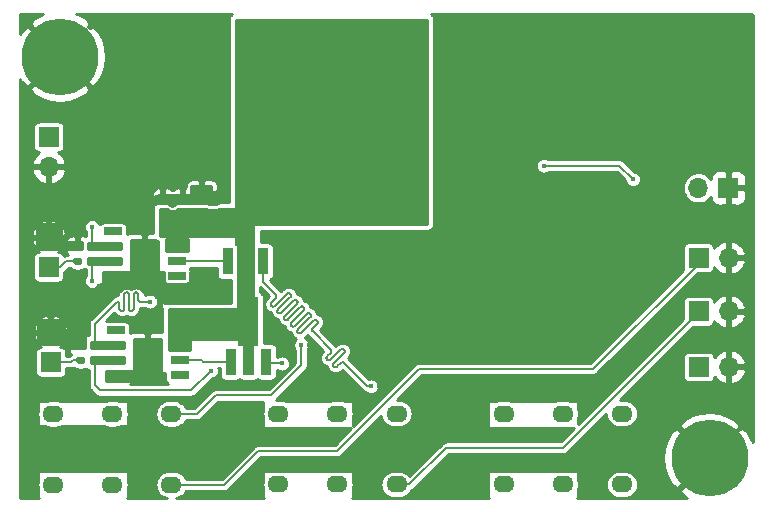
<source format=gbr>
%TF.GenerationSoftware,KiCad,Pcbnew,(5.1.7)-1*%
%TF.CreationDate,2021-07-14T13:30:58-05:00*%
%TF.ProjectId,PwmRgbLaserDriver Rev. B,50776d52-6762-44c6-9173-657244726976,rev?*%
%TF.SameCoordinates,Original*%
%TF.FileFunction,Copper,L1,Top*%
%TF.FilePolarity,Positive*%
%FSLAX46Y46*%
G04 Gerber Fmt 4.6, Leading zero omitted, Abs format (unit mm)*
G04 Created by KiCad (PCBNEW (5.1.7)-1) date 2021-07-14 13:30:58*
%MOMM*%
%LPD*%
G01*
G04 APERTURE LIST*
%TA.AperFunction,ComponentPad*%
%ADD10O,1.700000X1.700000*%
%TD*%
%TA.AperFunction,ComponentPad*%
%ADD11R,1.700000X1.700000*%
%TD*%
%TA.AperFunction,ComponentPad*%
%ADD12O,1.800000X1.400000*%
%TD*%
%TA.AperFunction,SMDPad,CuDef*%
%ADD13C,0.100000*%
%TD*%
%TA.AperFunction,SMDPad,CuDef*%
%ADD14R,0.900000X2.300000*%
%TD*%
%TA.AperFunction,SMDPad,CuDef*%
%ADD15R,2.290000X2.290000*%
%TD*%
%TA.AperFunction,SMDPad,CuDef*%
%ADD16R,1.525000X0.650000*%
%TD*%
%TA.AperFunction,ComponentPad*%
%ADD17C,6.500000*%
%TD*%
%TA.AperFunction,ComponentPad*%
%ADD18C,0.600000*%
%TD*%
%TA.AperFunction,ViaPad*%
%ADD19C,0.450000*%
%TD*%
%TA.AperFunction,Conductor*%
%ADD20C,0.146812*%
%TD*%
%TA.AperFunction,Conductor*%
%ADD21C,0.450000*%
%TD*%
%TA.AperFunction,Conductor*%
%ADD22C,0.762000*%
%TD*%
%TA.AperFunction,Conductor*%
%ADD23C,0.254000*%
%TD*%
%TA.AperFunction,Conductor*%
%ADD24C,0.100000*%
%TD*%
G04 APERTURE END LIST*
D10*
%TO.P,J6,2*%
%TO.N,GND*%
X210094000Y-46502000D03*
D11*
%TO.P,J6,1*%
%TO.N,BIN*%
X210094000Y-49042000D03*
%TD*%
D10*
%TO.P,J4,2*%
%TO.N,GND*%
X209917000Y-38449000D03*
D11*
%TO.P,J4,1*%
%TO.N,GIN*%
X209917000Y-40989000D03*
%TD*%
D10*
%TO.P,J1,2*%
%TO.N,GND*%
X209931000Y-32512000D03*
D11*
%TO.P,J1,1*%
%TO.N,RIN*%
X209931000Y-29972000D03*
%TD*%
D10*
%TO.P,J7,2*%
%TO.N,GND*%
X267514000Y-49450000D03*
D11*
%TO.P,J7,1*%
%TO.N,BLO*%
X264974000Y-49450000D03*
%TD*%
D10*
%TO.P,J5,2*%
%TO.N,GND*%
X267487000Y-44743000D03*
D11*
%TO.P,J5,1*%
%TO.N,GLO*%
X264947000Y-44743000D03*
%TD*%
D10*
%TO.P,J3,2*%
%TO.N,GND*%
X267487000Y-40198000D03*
D11*
%TO.P,J3,1*%
%TO.N,RLO*%
X264947000Y-40198000D03*
%TD*%
%TO.P,J2,1*%
%TO.N,GND*%
X267462000Y-34290000D03*
D10*
%TO.P,J2,2*%
%TO.N,+15V*%
X264922000Y-34290000D03*
%TD*%
D12*
%TO.P,RV1,6*%
%TO.N,ROA-IN*%
X210324000Y-53425000D03*
%TO.P,RV1,5*%
X215324000Y-53425000D03*
%TO.P,RV1,4*%
%TO.N,RQO*%
X220324000Y-53425000D03*
%TO.P,RV1,3*%
%TO.N,RLO*%
X220324000Y-59425000D03*
%TO.P,RV1,2*%
%TO.N,ROA+IN*%
X215324000Y-59425000D03*
%TO.P,RV1,1*%
X210324000Y-59425000D03*
%TD*%
%TO.P,RV2,6*%
%TO.N,GOA-IN*%
X229377000Y-53399000D03*
%TO.P,RV2,5*%
X234377000Y-53399000D03*
%TO.P,RV2,4*%
%TO.N,GQO*%
X239377000Y-53399000D03*
%TO.P,RV2,3*%
%TO.N,GLO*%
X239377000Y-59399000D03*
%TO.P,RV2,2*%
%TO.N,GOA+IN*%
X234377000Y-59399000D03*
%TO.P,RV2,1*%
X229377000Y-59399000D03*
%TD*%
%TO.P,RV3,6*%
%TO.N,BOA-IN*%
X248456000Y-53398000D03*
%TO.P,RV3,5*%
X253456000Y-53398000D03*
%TO.P,RV3,4*%
%TO.N,BQO*%
X258456000Y-53398000D03*
%TO.P,RV3,3*%
%TO.N,BLO*%
X258456000Y-59398000D03*
%TO.P,RV3,2*%
%TO.N,BOA+IN*%
X253456000Y-59398000D03*
%TO.P,RV3,1*%
X248456000Y-59398000D03*
%TD*%
%TO.P,R13,2*%
%TO.N,BOA+IN*%
%TA.AperFunction,SMDPad,CuDef*%
G36*
G01*
X213473000Y-49055000D02*
X213473000Y-48735000D01*
G75*
G02*
X213633000Y-48575000I160000J0D01*
G01*
X214028000Y-48575000D01*
G75*
G02*
X214188000Y-48735000I0J-160000D01*
G01*
X214188000Y-49055000D01*
G75*
G02*
X214028000Y-49215000I-160000J0D01*
G01*
X213633000Y-49215000D01*
G75*
G02*
X213473000Y-49055000I0J160000D01*
G01*
G37*
%TD.AperFunction*%
%TO.P,R13,1*%
%TO.N,BIN*%
%TA.AperFunction,SMDPad,CuDef*%
G36*
G01*
X212278000Y-49055000D02*
X212278000Y-48735000D01*
G75*
G02*
X212438000Y-48575000I160000J0D01*
G01*
X212833000Y-48575000D01*
G75*
G02*
X212993000Y-48735000I0J-160000D01*
G01*
X212993000Y-49055000D01*
G75*
G02*
X212833000Y-49215000I-160000J0D01*
G01*
X212438000Y-49215000D01*
G75*
G02*
X212278000Y-49055000I0J160000D01*
G01*
G37*
%TD.AperFunction*%
%TD*%
%TO.P,R12,2*%
%TO.N,BOA-IN*%
%TA.AperFunction,SMDPad,CuDef*%
G36*
G01*
X213473000Y-47785000D02*
X213473000Y-47465000D01*
G75*
G02*
X213633000Y-47305000I160000J0D01*
G01*
X214028000Y-47305000D01*
G75*
G02*
X214188000Y-47465000I0J-160000D01*
G01*
X214188000Y-47785000D01*
G75*
G02*
X214028000Y-47945000I-160000J0D01*
G01*
X213633000Y-47945000D01*
G75*
G02*
X213473000Y-47785000I0J160000D01*
G01*
G37*
%TD.AperFunction*%
%TO.P,R12,1*%
%TO.N,GND*%
%TA.AperFunction,SMDPad,CuDef*%
G36*
G01*
X212278000Y-47785000D02*
X212278000Y-47465000D01*
G75*
G02*
X212438000Y-47305000I160000J0D01*
G01*
X212833000Y-47305000D01*
G75*
G02*
X212993000Y-47465000I0J-160000D01*
G01*
X212993000Y-47785000D01*
G75*
G02*
X212833000Y-47945000I-160000J0D01*
G01*
X212438000Y-47945000D01*
G75*
G02*
X212278000Y-47785000I0J160000D01*
G01*
G37*
%TD.AperFunction*%
%TD*%
%TO.P,R10,2*%
%TO.N,GOA+IN*%
%TA.AperFunction,SMDPad,CuDef*%
G36*
G01*
X213219000Y-40673000D02*
X213219000Y-40353000D01*
G75*
G02*
X213379000Y-40193000I160000J0D01*
G01*
X213774000Y-40193000D01*
G75*
G02*
X213934000Y-40353000I0J-160000D01*
G01*
X213934000Y-40673000D01*
G75*
G02*
X213774000Y-40833000I-160000J0D01*
G01*
X213379000Y-40833000D01*
G75*
G02*
X213219000Y-40673000I0J160000D01*
G01*
G37*
%TD.AperFunction*%
%TO.P,R10,1*%
%TO.N,GIN*%
%TA.AperFunction,SMDPad,CuDef*%
G36*
G01*
X212024000Y-40673000D02*
X212024000Y-40353000D01*
G75*
G02*
X212184000Y-40193000I160000J0D01*
G01*
X212579000Y-40193000D01*
G75*
G02*
X212739000Y-40353000I0J-160000D01*
G01*
X212739000Y-40673000D01*
G75*
G02*
X212579000Y-40833000I-160000J0D01*
G01*
X212184000Y-40833000D01*
G75*
G02*
X212024000Y-40673000I0J160000D01*
G01*
G37*
%TD.AperFunction*%
%TD*%
%TO.P,R9,2*%
%TO.N,GOA-IN*%
%TA.AperFunction,SMDPad,CuDef*%
G36*
G01*
X213219000Y-39403000D02*
X213219000Y-39083000D01*
G75*
G02*
X213379000Y-38923000I160000J0D01*
G01*
X213774000Y-38923000D01*
G75*
G02*
X213934000Y-39083000I0J-160000D01*
G01*
X213934000Y-39403000D01*
G75*
G02*
X213774000Y-39563000I-160000J0D01*
G01*
X213379000Y-39563000D01*
G75*
G02*
X213219000Y-39403000I0J160000D01*
G01*
G37*
%TD.AperFunction*%
%TO.P,R9,1*%
%TO.N,GND*%
%TA.AperFunction,SMDPad,CuDef*%
G36*
G01*
X212024000Y-39403000D02*
X212024000Y-39083000D01*
G75*
G02*
X212184000Y-38923000I160000J0D01*
G01*
X212579000Y-38923000D01*
G75*
G02*
X212739000Y-39083000I0J-160000D01*
G01*
X212739000Y-39403000D01*
G75*
G02*
X212579000Y-39563000I-160000J0D01*
G01*
X212184000Y-39563000D01*
G75*
G02*
X212024000Y-39403000I0J160000D01*
G01*
G37*
%TD.AperFunction*%
%TD*%
%TA.AperFunction,SMDPad,CuDef*%
D13*
%TO.P,Q3,2*%
%TO.N,+9V*%
G36*
X227688500Y-43563000D02*
G01*
X227688500Y-47688000D01*
X227272000Y-47688000D01*
X227272000Y-50163000D01*
X226372000Y-50163000D01*
X226372000Y-47688000D01*
X225955500Y-47688000D01*
X225955500Y-43563000D01*
X227688500Y-43563000D01*
G37*
%TD.AperFunction*%
D14*
%TO.P,Q3,3*%
%TO.N,BQO*%
X228322000Y-49013000D03*
%TO.P,Q3,1*%
%TO.N,BOAO*%
X225322000Y-49013000D03*
%TD*%
%TA.AperFunction,SMDPad,CuDef*%
D13*
%TO.P,Q2,2*%
%TO.N,+9V*%
G36*
X227434500Y-35054000D02*
G01*
X227434500Y-39179000D01*
X227018000Y-39179000D01*
X227018000Y-41654000D01*
X226118000Y-41654000D01*
X226118000Y-39179000D01*
X225701500Y-39179000D01*
X225701500Y-35054000D01*
X227434500Y-35054000D01*
G37*
%TD.AperFunction*%
D14*
%TO.P,Q2,3*%
%TO.N,GQO*%
X228068000Y-40504000D03*
%TO.P,Q2,1*%
%TO.N,GOAO*%
X225068000Y-40504000D03*
%TD*%
D15*
%TO.P,IC3,9*%
%TO.N,GND*%
X218313000Y-48260000D03*
D16*
%TO.P,IC3,8*%
%TO.N,+9V*%
X221025000Y-46355000D03*
%TO.P,IC3,7*%
X221025000Y-47625000D03*
%TO.P,IC3,6*%
%TO.N,BOAO*%
X221025000Y-48895000D03*
%TO.P,IC3,5*%
%TO.N,Net-(IC3-Pad5)*%
X221025000Y-50165000D03*
%TO.P,IC3,4*%
%TO.N,GND*%
X215601000Y-50165000D03*
%TO.P,IC3,3*%
%TO.N,BOA+IN*%
X215601000Y-48895000D03*
%TO.P,IC3,2*%
%TO.N,BOA-IN*%
X215601000Y-47625000D03*
%TO.P,IC3,1*%
%TO.N,BOAO*%
X215601000Y-46355000D03*
%TD*%
D15*
%TO.P,IC2,9*%
%TO.N,GND*%
X218059000Y-39878000D03*
D16*
%TO.P,IC2,8*%
%TO.N,+9V*%
X220771000Y-37973000D03*
%TO.P,IC2,7*%
X220771000Y-39243000D03*
%TO.P,IC2,6*%
%TO.N,GOAO*%
X220771000Y-40513000D03*
%TO.P,IC2,5*%
%TO.N,Net-(IC2-Pad5)*%
X220771000Y-41783000D03*
%TO.P,IC2,4*%
%TO.N,GND*%
X215347000Y-41783000D03*
%TO.P,IC2,3*%
%TO.N,GOA+IN*%
X215347000Y-40513000D03*
%TO.P,IC2,2*%
%TO.N,GOA-IN*%
X215347000Y-39243000D03*
%TO.P,IC2,1*%
%TO.N,GOAO*%
X215347000Y-37973000D03*
%TD*%
D17*
%TO.P,H2,1*%
%TO.N,GND*%
X265879000Y-57172000D03*
D18*
X265902000Y-54651000D03*
X265902000Y-59803000D03*
X263264000Y-57195000D03*
X268478000Y-57211000D03*
X268307000Y-56212000D03*
X266964000Y-59475000D03*
X263529000Y-58179000D03*
X264872000Y-54885000D03*
X264045000Y-55369000D03*
X264091000Y-58944000D03*
X267838000Y-58803000D03*
X267854000Y-55416000D03*
X267011000Y-54838000D03*
X268260000Y-58085000D03*
X264950000Y-59537000D03*
X263467000Y-56212000D03*
%TD*%
%TO.P,H1,1*%
%TO.N,GND*%
X208467000Y-22212000D03*
X209950000Y-25537000D03*
X213260000Y-24085000D03*
X212011000Y-20838000D03*
X212854000Y-21416000D03*
X212838000Y-24803000D03*
X209091000Y-24944000D03*
X209045000Y-21369000D03*
X209872000Y-20885000D03*
X208529000Y-24179000D03*
X211964000Y-25475000D03*
X213307000Y-22212000D03*
X213478000Y-23211000D03*
X208264000Y-23195000D03*
X210902000Y-25803000D03*
X210902000Y-20651000D03*
D17*
X210879000Y-23172000D03*
%TD*%
%TO.P,C17,2*%
%TO.N,GND*%
%TA.AperFunction,SMDPad,CuDef*%
G36*
G01*
X220500000Y-44123000D02*
X220190000Y-44123000D01*
G75*
G02*
X220035000Y-43968000I0J155000D01*
G01*
X220035000Y-43543000D01*
G75*
G02*
X220190000Y-43388000I155000J0D01*
G01*
X220500000Y-43388000D01*
G75*
G02*
X220655000Y-43543000I0J-155000D01*
G01*
X220655000Y-43968000D01*
G75*
G02*
X220500000Y-44123000I-155000J0D01*
G01*
G37*
%TD.AperFunction*%
%TO.P,C17,1*%
%TO.N,+9V*%
%TA.AperFunction,SMDPad,CuDef*%
G36*
G01*
X220500000Y-45258000D02*
X220190000Y-45258000D01*
G75*
G02*
X220035000Y-45103000I0J155000D01*
G01*
X220035000Y-44678000D01*
G75*
G02*
X220190000Y-44523000I155000J0D01*
G01*
X220500000Y-44523000D01*
G75*
G02*
X220655000Y-44678000I0J-155000D01*
G01*
X220655000Y-45103000D01*
G75*
G02*
X220500000Y-45258000I-155000J0D01*
G01*
G37*
%TD.AperFunction*%
%TD*%
%TO.P,C16,2*%
%TO.N,GND*%
%TA.AperFunction,SMDPad,CuDef*%
G36*
G01*
X221643000Y-44123000D02*
X221333000Y-44123000D01*
G75*
G02*
X221178000Y-43968000I0J155000D01*
G01*
X221178000Y-43543000D01*
G75*
G02*
X221333000Y-43388000I155000J0D01*
G01*
X221643000Y-43388000D01*
G75*
G02*
X221798000Y-43543000I0J-155000D01*
G01*
X221798000Y-43968000D01*
G75*
G02*
X221643000Y-44123000I-155000J0D01*
G01*
G37*
%TD.AperFunction*%
%TO.P,C16,1*%
%TO.N,+9V*%
%TA.AperFunction,SMDPad,CuDef*%
G36*
G01*
X221643000Y-45258000D02*
X221333000Y-45258000D01*
G75*
G02*
X221178000Y-45103000I0J155000D01*
G01*
X221178000Y-44678000D01*
G75*
G02*
X221333000Y-44523000I155000J0D01*
G01*
X221643000Y-44523000D01*
G75*
G02*
X221798000Y-44678000I0J-155000D01*
G01*
X221798000Y-45103000D01*
G75*
G02*
X221643000Y-45258000I-155000J0D01*
G01*
G37*
%TD.AperFunction*%
%TD*%
%TO.P,C15,2*%
%TO.N,GND*%
%TA.AperFunction,SMDPad,CuDef*%
G36*
G01*
X223614000Y-43873000D02*
X222664000Y-43873000D01*
G75*
G02*
X222414000Y-43623000I0J250000D01*
G01*
X222414000Y-42948000D01*
G75*
G02*
X222664000Y-42698000I250000J0D01*
G01*
X223614000Y-42698000D01*
G75*
G02*
X223864000Y-42948000I0J-250000D01*
G01*
X223864000Y-43623000D01*
G75*
G02*
X223614000Y-43873000I-250000J0D01*
G01*
G37*
%TD.AperFunction*%
%TO.P,C15,1*%
%TO.N,+9V*%
%TA.AperFunction,SMDPad,CuDef*%
G36*
G01*
X223614000Y-45948000D02*
X222664000Y-45948000D01*
G75*
G02*
X222414000Y-45698000I0J250000D01*
G01*
X222414000Y-45023000D01*
G75*
G02*
X222664000Y-44773000I250000J0D01*
G01*
X223614000Y-44773000D01*
G75*
G02*
X223864000Y-45023000I0J-250000D01*
G01*
X223864000Y-45698000D01*
G75*
G02*
X223614000Y-45948000I-250000J0D01*
G01*
G37*
%TD.AperFunction*%
%TD*%
%TO.P,C14,2*%
%TO.N,GND*%
%TA.AperFunction,SMDPad,CuDef*%
G36*
G01*
X219738000Y-35614000D02*
X219428000Y-35614000D01*
G75*
G02*
X219273000Y-35459000I0J155000D01*
G01*
X219273000Y-35034000D01*
G75*
G02*
X219428000Y-34879000I155000J0D01*
G01*
X219738000Y-34879000D01*
G75*
G02*
X219893000Y-35034000I0J-155000D01*
G01*
X219893000Y-35459000D01*
G75*
G02*
X219738000Y-35614000I-155000J0D01*
G01*
G37*
%TD.AperFunction*%
%TO.P,C14,1*%
%TO.N,+9V*%
%TA.AperFunction,SMDPad,CuDef*%
G36*
G01*
X219738000Y-36749000D02*
X219428000Y-36749000D01*
G75*
G02*
X219273000Y-36594000I0J155000D01*
G01*
X219273000Y-36169000D01*
G75*
G02*
X219428000Y-36014000I155000J0D01*
G01*
X219738000Y-36014000D01*
G75*
G02*
X219893000Y-36169000I0J-155000D01*
G01*
X219893000Y-36594000D01*
G75*
G02*
X219738000Y-36749000I-155000J0D01*
G01*
G37*
%TD.AperFunction*%
%TD*%
%TO.P,C13,2*%
%TO.N,GND*%
%TA.AperFunction,SMDPad,CuDef*%
G36*
G01*
X221389000Y-35614000D02*
X221079000Y-35614000D01*
G75*
G02*
X220924000Y-35459000I0J155000D01*
G01*
X220924000Y-35034000D01*
G75*
G02*
X221079000Y-34879000I155000J0D01*
G01*
X221389000Y-34879000D01*
G75*
G02*
X221544000Y-35034000I0J-155000D01*
G01*
X221544000Y-35459000D01*
G75*
G02*
X221389000Y-35614000I-155000J0D01*
G01*
G37*
%TD.AperFunction*%
%TO.P,C13,1*%
%TO.N,+9V*%
%TA.AperFunction,SMDPad,CuDef*%
G36*
G01*
X221389000Y-36749000D02*
X221079000Y-36749000D01*
G75*
G02*
X220924000Y-36594000I0J155000D01*
G01*
X220924000Y-36169000D01*
G75*
G02*
X221079000Y-36014000I155000J0D01*
G01*
X221389000Y-36014000D01*
G75*
G02*
X221544000Y-36169000I0J-155000D01*
G01*
X221544000Y-36594000D01*
G75*
G02*
X221389000Y-36749000I-155000J0D01*
G01*
G37*
%TD.AperFunction*%
%TD*%
%TO.P,C12,2*%
%TO.N,GND*%
%TA.AperFunction,SMDPad,CuDef*%
G36*
G01*
X223360000Y-35364000D02*
X222410000Y-35364000D01*
G75*
G02*
X222160000Y-35114000I0J250000D01*
G01*
X222160000Y-34439000D01*
G75*
G02*
X222410000Y-34189000I250000J0D01*
G01*
X223360000Y-34189000D01*
G75*
G02*
X223610000Y-34439000I0J-250000D01*
G01*
X223610000Y-35114000D01*
G75*
G02*
X223360000Y-35364000I-250000J0D01*
G01*
G37*
%TD.AperFunction*%
%TO.P,C12,1*%
%TO.N,+9V*%
%TA.AperFunction,SMDPad,CuDef*%
G36*
G01*
X223360000Y-37439000D02*
X222410000Y-37439000D01*
G75*
G02*
X222160000Y-37189000I0J250000D01*
G01*
X222160000Y-36514000D01*
G75*
G02*
X222410000Y-36264000I250000J0D01*
G01*
X223360000Y-36264000D01*
G75*
G02*
X223610000Y-36514000I0J-250000D01*
G01*
X223610000Y-37189000D01*
G75*
G02*
X223360000Y-37439000I-250000J0D01*
G01*
G37*
%TD.AperFunction*%
%TD*%
D19*
%TO.N,GND*%
X220396000Y-35559000D03*
X218769000Y-35504000D03*
X224087000Y-35434000D03*
X214207000Y-37132000D03*
X214148000Y-42561000D03*
X224230000Y-50360000D03*
X219111000Y-43548000D03*
X232005000Y-47547000D03*
X237906000Y-51071000D03*
X230344000Y-48826000D03*
X219650000Y-42904000D03*
X220704000Y-42839000D03*
X221709000Y-42734000D03*
X222293000Y-42053000D03*
X223501000Y-42069000D03*
X224458000Y-42783000D03*
X254508000Y-37592000D03*
X256286000Y-37592000D03*
X255397000Y-37592000D03*
X254508000Y-36703000D03*
X254508000Y-35814000D03*
X255397000Y-36703000D03*
X256286000Y-36703000D03*
X256286000Y-35814000D03*
X255397000Y-35814000D03*
X255397000Y-34925000D03*
X256286000Y-34925000D03*
X256286000Y-34036000D03*
X255397000Y-34036000D03*
X255397000Y-33147000D03*
X256286000Y-33147000D03*
X254508000Y-33147000D03*
X255524000Y-26670000D03*
X256540000Y-27559000D03*
X254508000Y-27559000D03*
X254508000Y-25781000D03*
X255524000Y-24892000D03*
X254508000Y-23876000D03*
X255524000Y-22987000D03*
X254508000Y-22098000D03*
X256540000Y-25781000D03*
X256540000Y-23876000D03*
X257556000Y-22987000D03*
X258572000Y-23876000D03*
X256540000Y-22098000D03*
X258572000Y-22098000D03*
X243840000Y-29972000D03*
X244602000Y-29972000D03*
X245364000Y-29972000D03*
X246126000Y-29972000D03*
X246888000Y-29972000D03*
X243078000Y-29972000D03*
X244983000Y-35687000D03*
X245745000Y-35687000D03*
X246507000Y-35687000D03*
X244221000Y-35687000D03*
X247269000Y-35687000D03*
X243459000Y-35687000D03*
X242697000Y-35687000D03*
X257556000Y-24892000D03*
X258572000Y-25781000D03*
X257556000Y-26670000D03*
X258572000Y-27559000D03*
X259588000Y-24892000D03*
X260604000Y-25781000D03*
X259588000Y-26670000D03*
X260604000Y-23876000D03*
X260604000Y-22098000D03*
X259588000Y-22987000D03*
X261620000Y-24892000D03*
X261620000Y-26670000D03*
X262636000Y-25781000D03*
X264668000Y-25781000D03*
X263652000Y-26670000D03*
X263652000Y-24892000D03*
X266700000Y-25781000D03*
X265684000Y-24892000D03*
X265684000Y-26670000D03*
X268732000Y-25781000D03*
X267716000Y-24892000D03*
X267716000Y-26670000D03*
X262636000Y-22098000D03*
X262636000Y-23876000D03*
X261620000Y-22987000D03*
X264668000Y-23876000D03*
X263652000Y-22987000D03*
X264668000Y-22098000D03*
X266700000Y-23876000D03*
X266700000Y-22098000D03*
X265684000Y-22987000D03*
X268732000Y-22098000D03*
X267716000Y-22987000D03*
X268732000Y-23876000D03*
X268732000Y-27686000D03*
X268732000Y-29464000D03*
X267716000Y-28575000D03*
X266700000Y-27686000D03*
X265684000Y-28575000D03*
X264668000Y-29464000D03*
X264668000Y-27686000D03*
X266700000Y-29464000D03*
X265684000Y-30480000D03*
X268732000Y-31369000D03*
X267716000Y-32258000D03*
X266700000Y-31369000D03*
X265684000Y-32258000D03*
X267716000Y-30480000D03*
X264668000Y-31369000D03*
X265684000Y-21082000D03*
X267716000Y-21082000D03*
X268732000Y-20066000D03*
X266700000Y-20066000D03*
X262636000Y-20066000D03*
X264668000Y-20066000D03*
X261620000Y-21082000D03*
X263652000Y-21082000D03*
X258572000Y-20066000D03*
X259588000Y-21082000D03*
X257556000Y-21082000D03*
X260604000Y-20066000D03*
X255524000Y-21082000D03*
X256540000Y-20066000D03*
X254508000Y-20066000D03*
X252476000Y-20066000D03*
X250444000Y-20066000D03*
X263652000Y-28575000D03*
X263652000Y-30480000D03*
X263652000Y-32258000D03*
X256540000Y-24892000D03*
X256540000Y-22987000D03*
X256540000Y-21082000D03*
X251460000Y-20066000D03*
X253492000Y-20066000D03*
X255524000Y-20066000D03*
X255524000Y-22098000D03*
X255524000Y-23876000D03*
X256540000Y-26670000D03*
X255524000Y-27559000D03*
X255524000Y-25781000D03*
X254508000Y-26670000D03*
X254508000Y-24892000D03*
X254508000Y-22987000D03*
X254508000Y-21082000D03*
X239813000Y-40114000D03*
X240702000Y-39098000D03*
X239813000Y-38082000D03*
X229399000Y-40114000D03*
X230288000Y-39098000D03*
X229399000Y-38082000D03*
X231431000Y-40114000D03*
X232320000Y-39098000D03*
X231431000Y-38082000D03*
X233463000Y-40114000D03*
X234352000Y-39098000D03*
X233463000Y-38082000D03*
X236384000Y-39098000D03*
X235495000Y-40114000D03*
X235495000Y-38082000D03*
X237781000Y-40114000D03*
X238670000Y-39098000D03*
X237781000Y-38082000D03*
X241591000Y-40114000D03*
X242480000Y-39098000D03*
X241591000Y-38082000D03*
X243623000Y-40114000D03*
X244512000Y-39098000D03*
X243332000Y-38082000D03*
X245401000Y-40114000D03*
X247433000Y-40114000D03*
X248322000Y-39352000D03*
X246290000Y-39098000D03*
X249465000Y-40114000D03*
X251497000Y-40114000D03*
X252386000Y-39352000D03*
X250354000Y-39352000D03*
X255561000Y-40114000D03*
X253529000Y-40114000D03*
X254418000Y-39098000D03*
X256450000Y-39098000D03*
X229399000Y-42164000D03*
X230378000Y-41148000D03*
X232410000Y-41148000D03*
X234442000Y-41148000D03*
X231394000Y-42164000D03*
X235458000Y-42164000D03*
X233426000Y-42164000D03*
X236474000Y-41148000D03*
X237490000Y-42164000D03*
X238506000Y-41148000D03*
X240538000Y-41148000D03*
X239522000Y-42164000D03*
X241554000Y-42164000D03*
X242570000Y-41148000D03*
X243586000Y-42164000D03*
X244602000Y-41148000D03*
X246634000Y-41148000D03*
X245618000Y-42164000D03*
X247650000Y-42164000D03*
X248666000Y-41148000D03*
X249682000Y-42164000D03*
X252730000Y-41148000D03*
X250698000Y-41148000D03*
X251714000Y-42164000D03*
X253746000Y-42164000D03*
X254762000Y-41148000D03*
X255778000Y-42164000D03*
X258826000Y-41148000D03*
X256794000Y-41148000D03*
X257810000Y-42164000D03*
X259842000Y-42164000D03*
X260858000Y-41148000D03*
X261874000Y-42164000D03*
X260858000Y-43180000D03*
X258826000Y-43180000D03*
X257810000Y-44196000D03*
X259842000Y-44196000D03*
X256794000Y-43180000D03*
X255778000Y-44196000D03*
X252730000Y-43180000D03*
X254762000Y-43180000D03*
X253746000Y-44196000D03*
X251714000Y-44196000D03*
X250698000Y-43180000D03*
X249682000Y-44196000D03*
X248666000Y-43180000D03*
X246634000Y-43180000D03*
X245618000Y-44196000D03*
X247650000Y-44196000D03*
X244602000Y-43180000D03*
X243586000Y-44196000D03*
X242570000Y-43180000D03*
X240538000Y-43180000D03*
X241554000Y-44196000D03*
X239522000Y-44196000D03*
X238506000Y-43180000D03*
X237490000Y-44196000D03*
X236474000Y-43180000D03*
X234442000Y-43180000D03*
X233426000Y-44196000D03*
X235458000Y-44196000D03*
X232410000Y-43180000D03*
X236474000Y-45212000D03*
X234442000Y-47244000D03*
X234442000Y-45212000D03*
X236474000Y-47244000D03*
X235458000Y-46228000D03*
X233426000Y-46228000D03*
X238506000Y-45212000D03*
X238506000Y-47244000D03*
X240538000Y-45212000D03*
X239522000Y-46228000D03*
X240538000Y-47244000D03*
X242570000Y-47244000D03*
X244602000Y-47244000D03*
X243586000Y-46228000D03*
X244602000Y-45212000D03*
X242570000Y-45212000D03*
X246634000Y-45212000D03*
X246634000Y-47244000D03*
X247650000Y-46228000D03*
X248666000Y-47244000D03*
X248666000Y-45212000D03*
X246634000Y-47244000D03*
X246634000Y-45212000D03*
X248666000Y-47244000D03*
X248666000Y-45212000D03*
X247650000Y-46228000D03*
X250698000Y-45212000D03*
X252730000Y-47244000D03*
X252730000Y-45212000D03*
X250698000Y-47244000D03*
X251714000Y-46228000D03*
X257048000Y-47244000D03*
X257048000Y-45212000D03*
X256032000Y-46228000D03*
X255016000Y-45212000D03*
X255016000Y-47244000D03*
X257810000Y-46228000D03*
X258826000Y-45212000D03*
X249682000Y-46228000D03*
X253746000Y-46228000D03*
X245618000Y-46228000D03*
X241554000Y-46228000D03*
X237490000Y-46228000D03*
X213614000Y-19812000D03*
X215646000Y-19812000D03*
X217678000Y-19812000D03*
X216662000Y-20828000D03*
X214630000Y-20828000D03*
X218694000Y-20828000D03*
X219710000Y-19812000D03*
X221742000Y-19812000D03*
X222758000Y-20828000D03*
X220726000Y-20828000D03*
X221742000Y-21844000D03*
X223774000Y-21844000D03*
X220726000Y-22860000D03*
X222758000Y-22860000D03*
X215646000Y-21844000D03*
X217678000Y-21844000D03*
X219710000Y-21844000D03*
X216662000Y-22860000D03*
X218694000Y-22860000D03*
X223774000Y-19812000D03*
X224790000Y-20828000D03*
X224790000Y-22860000D03*
X223774000Y-24130000D03*
X221742000Y-24130000D03*
X219710000Y-24130000D03*
X217678000Y-24130000D03*
X216662000Y-25146000D03*
X214630000Y-25146000D03*
X218694000Y-25146000D03*
X215646000Y-26162000D03*
X213614000Y-26162000D03*
X217678000Y-26162000D03*
X221742000Y-26162000D03*
X219710000Y-26162000D03*
X220726000Y-25146000D03*
X222758000Y-25146000D03*
X220726000Y-27178000D03*
X224790000Y-27178000D03*
X222758000Y-27178000D03*
X218694000Y-27178000D03*
X216662000Y-27178000D03*
X212598000Y-27178000D03*
X214630000Y-27178000D03*
X210566000Y-27178000D03*
X217170000Y-28702000D03*
X218186000Y-28702000D03*
X219202000Y-28702000D03*
X218186000Y-29718000D03*
X217170000Y-29718000D03*
X219202000Y-29718000D03*
X219202000Y-30734000D03*
X218186000Y-30734000D03*
X217170000Y-30734000D03*
X219202000Y-31750000D03*
X218186000Y-31750000D03*
X217170000Y-31750000D03*
X223774000Y-26162000D03*
X224790000Y-25146000D03*
X221742000Y-28194000D03*
X223774000Y-28194000D03*
X222758000Y-29210000D03*
X215646000Y-24130000D03*
X208534000Y-27178000D03*
X219031000Y-39930000D03*
X218015000Y-38914000D03*
X216999000Y-38914000D03*
X219031000Y-38914000D03*
X218015000Y-39930000D03*
X216999000Y-39930000D03*
X219031000Y-40946000D03*
X218015000Y-40946000D03*
X216999000Y-40946000D03*
X214979000Y-35353000D03*
X215995000Y-34337000D03*
X215995000Y-36369000D03*
X218074000Y-34337000D03*
X218074000Y-36369000D03*
X217058000Y-35353000D03*
X236387000Y-55593000D03*
X238419000Y-55593000D03*
X237403000Y-54577000D03*
X237403000Y-56609000D03*
X236387000Y-57625000D03*
X235371000Y-56609000D03*
X234355000Y-57625000D03*
X238506000Y-57625000D03*
X237490000Y-58674000D03*
X236474000Y-59944000D03*
X237998000Y-59944000D03*
X225385000Y-53119000D03*
X226401000Y-54135000D03*
X227417000Y-53119000D03*
X259842000Y-40132000D03*
X257810000Y-40132000D03*
X257810000Y-38608000D03*
X261874000Y-40132000D03*
X260858000Y-39116000D03*
X262890000Y-39116000D03*
X262890000Y-41148000D03*
X261874000Y-38100000D03*
X263906000Y-38100000D03*
X262890000Y-37084000D03*
X264922000Y-37084000D03*
X263906000Y-36068000D03*
X265684000Y-38100000D03*
X266954000Y-37084000D03*
X268478000Y-36068000D03*
X268351000Y-38100000D03*
X268986000Y-37338000D03*
X245618000Y-51562000D03*
X244602000Y-50546000D03*
X246380000Y-50546000D03*
X249174000Y-51562000D03*
X247396000Y-51562000D03*
X248158000Y-50546000D03*
X246634000Y-52324000D03*
X246888000Y-54102000D03*
X245618000Y-52832000D03*
X243586000Y-59944000D03*
X242570000Y-58928000D03*
X241808000Y-59944000D03*
X244094000Y-57150000D03*
X245110000Y-58166000D03*
X243332000Y-58166000D03*
X244094000Y-58928000D03*
X246126000Y-59182000D03*
X245110000Y-59944000D03*
X246634000Y-60198000D03*
X246634000Y-57912000D03*
X247904000Y-57912000D03*
X248920000Y-57912000D03*
X249936000Y-57912000D03*
X243078000Y-55880000D03*
X241046000Y-53848000D03*
X240538000Y-58166000D03*
X240284000Y-54864000D03*
X240284000Y-56134000D03*
X241300000Y-56896000D03*
X241554000Y-55372000D03*
X242570000Y-54356000D03*
X252222000Y-50546000D03*
X253238000Y-51562000D03*
X254508000Y-50546000D03*
X255778000Y-51562000D03*
X257048000Y-50546000D03*
X262128000Y-45466000D03*
X262890000Y-44704000D03*
X264668000Y-42926000D03*
X266192000Y-42926000D03*
X267716000Y-42926000D03*
X269240000Y-42926000D03*
X268478000Y-41910000D03*
X218303000Y-49443000D03*
X217287000Y-50459000D03*
X217287000Y-49443000D03*
X219319000Y-49443000D03*
X218303000Y-50459000D03*
X219319000Y-50459000D03*
X218298000Y-48569000D03*
X217282000Y-48569000D03*
X217275000Y-47596000D03*
X267081000Y-38100000D03*
X207772000Y-56769000D03*
X207762000Y-54904000D03*
X208778000Y-55793000D03*
X208798000Y-57745000D03*
X209677000Y-56769000D03*
X210566000Y-57745000D03*
X208153000Y-58801000D03*
X208153000Y-60198000D03*
X212735000Y-57618000D03*
X213741000Y-56642000D03*
X212735000Y-55753000D03*
X213741000Y-54864000D03*
X210820000Y-55753000D03*
X211836000Y-56642000D03*
X211836000Y-54864000D03*
X209804000Y-54864000D03*
X214640000Y-55753000D03*
X214640000Y-57618000D03*
X215519000Y-56642000D03*
X215519000Y-54864000D03*
X216418000Y-55753000D03*
X216418000Y-57618000D03*
X217297000Y-56642000D03*
X217297000Y-54864000D03*
X218196000Y-57618000D03*
X218196000Y-55753000D03*
X219202000Y-56642000D03*
X219202000Y-54864000D03*
X219212000Y-58507000D03*
X217307000Y-58507000D03*
X219212000Y-60285000D03*
X217307000Y-60285000D03*
X218196000Y-59396000D03*
X217297000Y-53086000D03*
X218196000Y-53975000D03*
X218186000Y-52197000D03*
X222123000Y-56642000D03*
X223149000Y-57618000D03*
X221244000Y-57618000D03*
X222123000Y-54864000D03*
X223149000Y-55753000D03*
X221244000Y-55753000D03*
X224927000Y-57618000D03*
X225933000Y-56642000D03*
X224028000Y-56642000D03*
X224927000Y-55753000D03*
X224028000Y-54864000D03*
X223901000Y-58507000D03*
X221625000Y-60285000D03*
X223530000Y-60285000D03*
X225435000Y-60285000D03*
X227213000Y-60285000D03*
X226324000Y-59396000D03*
X228586000Y-57749000D03*
X226959000Y-58507000D03*
X232708000Y-57206000D03*
X230598000Y-57759000D03*
X222123000Y-58507000D03*
X223139000Y-53848000D03*
X227457000Y-54991000D03*
X228092000Y-55880000D03*
X229616000Y-55880000D03*
X231013000Y-55880000D03*
X232410000Y-55880000D03*
X233807000Y-55880000D03*
X232918000Y-54991000D03*
X231521000Y-54991000D03*
X230251000Y-54991000D03*
X228854000Y-54991000D03*
X234823000Y-54991000D03*
X235331000Y-50546000D03*
X234442000Y-51562000D03*
X236601000Y-52197000D03*
X209306000Y-51689000D03*
X210185000Y-50800000D03*
X211084000Y-51689000D03*
X211963000Y-49911000D03*
X211074000Y-43180000D03*
X212100000Y-44069000D03*
X210195000Y-44069000D03*
X210312000Y-34026000D03*
X209423000Y-36830000D03*
X209423000Y-35052000D03*
X210312000Y-35931000D03*
X209296000Y-43180000D03*
X264795000Y-53086000D03*
X266192000Y-52451000D03*
X267462000Y-53086000D03*
X269240000Y-53086000D03*
X268478000Y-53975000D03*
X269367000Y-54991000D03*
X269240000Y-50800000D03*
X268097000Y-51816000D03*
X266446000Y-48006000D03*
X265176000Y-47371000D03*
X267843000Y-47371000D03*
X269113000Y-46228000D03*
X269240000Y-48387000D03*
X263525000Y-48133000D03*
X264414000Y-46355000D03*
X260350000Y-54356000D03*
X261620000Y-53213000D03*
X262763000Y-52197000D03*
X261112000Y-51816000D03*
X259969000Y-52705000D03*
X264160000Y-51181000D03*
X262890000Y-50800000D03*
X255778000Y-52959000D03*
X250825000Y-56896000D03*
X251841000Y-57785000D03*
X252984000Y-56896000D03*
X254381000Y-57785000D03*
X255524000Y-56769000D03*
X257175000Y-55753000D03*
X257048000Y-57404000D03*
X256032000Y-58674000D03*
X255397000Y-60325000D03*
X257048000Y-60325000D03*
X260223000Y-60325000D03*
X260223000Y-58801000D03*
X261493000Y-59563000D03*
X262763000Y-60325000D03*
X261874000Y-58166000D03*
X260858000Y-56896000D03*
X262001000Y-55880000D03*
%TO.N,+9V*%
X226060000Y-20320000D03*
X228092000Y-20320000D03*
X230124000Y-20320000D03*
X232156000Y-20320000D03*
X234188000Y-20320000D03*
X236220000Y-20320000D03*
X238252000Y-20320000D03*
X241808000Y-20320000D03*
X226060000Y-22352000D03*
X226060000Y-24384000D03*
X226060000Y-26416000D03*
X226060000Y-28448000D03*
X228092000Y-22352000D03*
X230124000Y-22352000D03*
X232156000Y-22352000D03*
X234188000Y-22352000D03*
X236220000Y-22352000D03*
X238252000Y-22352000D03*
X241808000Y-22352000D03*
X228092000Y-24384000D03*
X230124000Y-24384000D03*
X232156000Y-24384000D03*
X234188000Y-24384000D03*
X236220000Y-24384000D03*
X238252000Y-24384000D03*
X241808000Y-24384000D03*
X228092000Y-26416000D03*
X230124000Y-26416000D03*
X232156000Y-26416000D03*
X234188000Y-26416000D03*
X236220000Y-26416000D03*
X238252000Y-26416000D03*
X240284000Y-26416000D03*
X230124000Y-28448000D03*
X232156000Y-28448000D03*
X234188000Y-28448000D03*
X236220000Y-28448000D03*
X238252000Y-28448000D03*
X240284000Y-28448000D03*
X230124000Y-30480000D03*
X232156000Y-30480000D03*
X234188000Y-30480000D03*
X236220000Y-30480000D03*
X238252000Y-30480000D03*
X240284000Y-30480000D03*
X230124000Y-32512000D03*
X230124000Y-34544000D03*
X230124000Y-36576000D03*
X232156000Y-32512000D03*
X234188000Y-32512000D03*
X236220000Y-32512000D03*
X238252000Y-32512000D03*
X240284000Y-32512000D03*
X232156000Y-34544000D03*
X234188000Y-34544000D03*
X236220000Y-34544000D03*
X238252000Y-34544000D03*
X240284000Y-34544000D03*
X232156000Y-36576000D03*
X234188000Y-36576000D03*
X236220000Y-36576000D03*
X238252000Y-36576000D03*
X240284000Y-36576000D03*
X226568000Y-34671000D03*
X226568000Y-35687000D03*
X226568000Y-42418000D03*
X226568000Y-43434000D03*
X226568000Y-44323000D03*
X223774000Y-46990000D03*
X224790000Y-46990000D03*
X224790000Y-46101000D03*
X222758000Y-46482000D03*
X224790000Y-45212000D03*
X224917000Y-37211000D03*
X223393000Y-37338000D03*
X221869000Y-37211000D03*
X220853000Y-37211000D03*
X219837000Y-37211000D03*
X219583000Y-38100000D03*
X222377000Y-38100000D03*
X224409000Y-38100000D03*
X240284000Y-31496000D03*
X240284000Y-29464000D03*
X240284000Y-33528000D03*
X240284000Y-35560000D03*
X226568000Y-33020000D03*
X226568000Y-31750000D03*
X226568000Y-37592000D03*
X226568000Y-38989000D03*
X226695000Y-46228000D03*
X226695000Y-47498000D03*
%TO.N,BOOT*%
X259381000Y-33560000D03*
X251842000Y-32404000D03*
%TO.N,GOA+IN*%
X213576000Y-42158000D03*
%TO.N,GOA-IN*%
X213614000Y-37592000D03*
%TO.N,BOA+IN*%
X223651000Y-49764000D03*
%TO.N,BOA-IN*%
X218515000Y-43912000D03*
%TO.N,RQO*%
X231317000Y-47566000D03*
%TO.N,GQO*%
X237218000Y-51090000D03*
%TO.N,BQO*%
X229671000Y-49153000D03*
%TD*%
D20*
%TO.N,GND*%
X209917000Y-38449000D02*
X210606000Y-38449000D01*
X211400000Y-39243000D02*
X212381500Y-39243000D01*
X210606000Y-38449000D02*
X211400000Y-39243000D01*
X210094000Y-46502000D02*
X210889000Y-46502000D01*
X212012000Y-47625000D02*
X212635500Y-47625000D01*
X210889000Y-46502000D02*
X212012000Y-47625000D01*
D21*
X222885500Y-34777000D02*
X222885000Y-34776500D01*
D22*
X223542500Y-35434000D02*
X222885000Y-34776500D01*
X224087000Y-35434000D02*
X223542500Y-35434000D01*
X219026500Y-35246500D02*
X218769000Y-35504000D01*
X219583000Y-35246500D02*
X219026500Y-35246500D01*
X220083500Y-35246500D02*
X219583000Y-35246500D01*
X220396000Y-35559000D02*
X220083500Y-35246500D01*
X220708500Y-35246500D02*
X221234000Y-35246500D01*
X220396000Y-35559000D02*
X220708500Y-35246500D01*
D20*
%TO.N,+9V*%
X226822000Y-48925500D02*
X226822000Y-46355000D01*
X225827500Y-45360500D02*
X223139000Y-45360500D01*
X226822000Y-46355000D02*
X225827500Y-45360500D01*
%TO.N,GOAO*%
X225059000Y-40513000D02*
X225068000Y-40504000D01*
X220771000Y-40513000D02*
X225059000Y-40513000D01*
%TO.N,BOAO*%
X221025000Y-48895000D02*
X222885000Y-48895000D01*
X223003000Y-49013000D02*
X225322000Y-49013000D01*
X222885000Y-48895000D02*
X223003000Y-49013000D01*
%TO.N,BOOT*%
X258225000Y-32404000D02*
X259381000Y-33560000D01*
X251842000Y-32404000D02*
X258225000Y-32404000D01*
%TO.N,GOA+IN*%
X213576500Y-42157500D02*
X213576000Y-42158000D01*
X213576500Y-40513000D02*
X213576500Y-42157500D01*
%TO.N,GOA-IN*%
X213576500Y-37629500D02*
X213614000Y-37592000D01*
X213576500Y-39243000D02*
X213576500Y-37629500D01*
%TO.N,BOA+IN*%
X213830500Y-48895000D02*
X213830500Y-51016500D01*
X213830500Y-51016500D02*
X214245000Y-51431000D01*
X221984000Y-51431000D02*
X223651000Y-49764000D01*
X214245000Y-51431000D02*
X221984000Y-51431000D01*
%TO.N,BOA-IN*%
X217721000Y-43912000D02*
X218515000Y-43912000D01*
X217676495Y-43906986D02*
X217721000Y-43912000D01*
X217540806Y-43798777D02*
X217564633Y-43836698D01*
X217526014Y-43756505D02*
X217540806Y-43798777D01*
X217521000Y-43712000D02*
X217526014Y-43756505D01*
X217501193Y-43227853D02*
X217515985Y-43270125D01*
X217445697Y-43158263D02*
X217477366Y-43189932D01*
X217407776Y-43134436D02*
X217445697Y-43158263D01*
X217365504Y-43119644D02*
X217407776Y-43134436D01*
X217276495Y-43119644D02*
X217321000Y-43114629D01*
X216340806Y-43227853D02*
X216364633Y-43189932D01*
X216326014Y-43270125D02*
X216340806Y-43227853D01*
X217521000Y-43314629D02*
X217521000Y-43712000D01*
X216565504Y-43119644D02*
X216607776Y-43134436D01*
X217515985Y-43270125D02*
X217521000Y-43314629D01*
X216321000Y-43314629D02*
X216326014Y-43270125D01*
X216315985Y-44553875D02*
X216321000Y-44509371D01*
X216277366Y-44634068D02*
X216301193Y-44596147D01*
X217196302Y-43158263D02*
X217234223Y-43134436D01*
X216245697Y-44665737D02*
X216277366Y-44634068D01*
X216301193Y-44596147D02*
X216315985Y-44553875D01*
X217234223Y-43134436D02*
X217276495Y-43119644D01*
X216207776Y-44689564D02*
X216245697Y-44665737D01*
X216364633Y-43189932D02*
X216396302Y-43158263D01*
X216721000Y-44509371D02*
X216726014Y-44553875D01*
X217126014Y-43270125D02*
X217140806Y-43227853D01*
X216321000Y-44509371D02*
X216321000Y-43314629D01*
X217477366Y-43189932D02*
X217501193Y-43227853D01*
X215996302Y-44665737D02*
X216034223Y-44689564D01*
X217007776Y-44689564D02*
X217045697Y-44665737D01*
X213830500Y-47625000D02*
X213830500Y-45802500D01*
X217115985Y-44553875D02*
X217121000Y-44509371D01*
X215921000Y-44112000D02*
X215921000Y-44509371D01*
X217564633Y-43836698D02*
X217596302Y-43868367D01*
X216701193Y-43227853D02*
X216715985Y-43270125D01*
X217321000Y-43114629D02*
X217365504Y-43119644D01*
X215807776Y-43931806D02*
X215845697Y-43955633D01*
X216076495Y-44704356D02*
X216121000Y-44709371D01*
X216834223Y-44689564D02*
X216876495Y-44704356D01*
X215921000Y-44509371D02*
X215926014Y-44553875D01*
X217140806Y-43227853D02*
X217164633Y-43189932D01*
X217596302Y-43868367D02*
X217634223Y-43892194D01*
X215845697Y-43955633D02*
X215877366Y-43987302D01*
X216677366Y-43189932D02*
X216701193Y-43227853D01*
X215877366Y-43987302D02*
X215901193Y-44025223D01*
X215765504Y-43917014D02*
X215807776Y-43931806D01*
X216876495Y-44704356D02*
X216921000Y-44709371D01*
X215901193Y-44025223D02*
X215915985Y-44067495D01*
X215915985Y-44067495D02*
X215921000Y-44112000D01*
X215926014Y-44553875D02*
X215940806Y-44596147D01*
X217101193Y-44596147D02*
X217115985Y-44553875D01*
X216715985Y-43270125D02*
X216721000Y-43314629D01*
X215940806Y-44596147D02*
X215964633Y-44634068D01*
X216396302Y-43158263D02*
X216434223Y-43134436D01*
X216434223Y-43134436D02*
X216476495Y-43119644D01*
X216476495Y-43119644D02*
X216521000Y-43114629D01*
X216521000Y-43114629D02*
X216565504Y-43119644D01*
X216921000Y-44709371D02*
X216965504Y-44704356D01*
X216607776Y-43134436D02*
X216645697Y-43158263D01*
X216645697Y-43158263D02*
X216677366Y-43189932D01*
X216721000Y-43314629D02*
X216721000Y-44509371D01*
X216034223Y-44689564D02*
X216076495Y-44704356D01*
X216726014Y-44553875D02*
X216740806Y-44596147D01*
X213830500Y-45802500D02*
X215721000Y-43912000D01*
X216740806Y-44596147D02*
X216764633Y-44634068D01*
X216764633Y-44634068D02*
X216796302Y-44665737D01*
X217634223Y-43892194D02*
X217676495Y-43906986D01*
X216796302Y-44665737D02*
X216834223Y-44689564D01*
X215721000Y-43912000D02*
X215765504Y-43917014D01*
X216965504Y-44704356D02*
X217007776Y-44689564D01*
X216165504Y-44704356D02*
X216207776Y-44689564D01*
X217045697Y-44665737D02*
X217077366Y-44634068D01*
X216121000Y-44709371D02*
X216165504Y-44704356D01*
X217077366Y-44634068D02*
X217101193Y-44596147D01*
X217121000Y-44509371D02*
X217121000Y-43314629D01*
X217121000Y-43314629D02*
X217126014Y-43270125D01*
X215964633Y-44634068D02*
X215996302Y-44665737D01*
X217164633Y-43189932D02*
X217196302Y-43158263D01*
%TO.N,RLO*%
X256000000Y-49637000D02*
X264947000Y-40690000D01*
X241281000Y-49637000D02*
X256000000Y-49637000D01*
X234365000Y-56553000D02*
X241281000Y-49637000D01*
X220324000Y-59425000D02*
X224801000Y-59425000D01*
X227673000Y-56553000D02*
X234365000Y-56553000D01*
X224801000Y-59425000D02*
X227673000Y-56553000D01*
%TO.N,GIN*%
X209917000Y-40989000D02*
X210926000Y-40989000D01*
X211402000Y-40513000D02*
X212381500Y-40513000D01*
X210926000Y-40989000D02*
X211402000Y-40513000D01*
%TO.N,GLO*%
X239377000Y-59399000D02*
X240470000Y-59399000D01*
X240470000Y-59399000D02*
X243582000Y-56287000D01*
X243582000Y-56287000D02*
X253490000Y-56287000D01*
X253490000Y-56287000D02*
X264947000Y-44830000D01*
%TO.N,BIN*%
X210094000Y-49042000D02*
X211851000Y-49042000D01*
X211998000Y-48895000D02*
X212635500Y-48895000D01*
X211851000Y-49042000D02*
X211998000Y-48895000D01*
%TO.N,RQO*%
X231317000Y-47566000D02*
X231317000Y-49309000D01*
X231317000Y-49309000D02*
X228764000Y-51862000D01*
X228764000Y-51862000D02*
X224056000Y-51862000D01*
X222493000Y-53425000D02*
X220324000Y-53425000D01*
X224056000Y-51862000D02*
X222493000Y-53425000D01*
%TO.N,GQO*%
X234068229Y-49117974D02*
X234040305Y-49152989D01*
X234818948Y-47908067D02*
X234862611Y-47918033D01*
X233577913Y-48882491D02*
X233621576Y-48892457D01*
X233537562Y-48863059D02*
X233577913Y-48882491D01*
X233502548Y-48835136D02*
X233537562Y-48863059D01*
X233474625Y-48800121D02*
X233502548Y-48835136D01*
X233455193Y-48759770D02*
X233474625Y-48800121D01*
X233445227Y-48716107D02*
X233455193Y-48759770D01*
X233445227Y-48671321D02*
X233445227Y-48716107D01*
X233455193Y-48627658D02*
X233445227Y-48671321D01*
X233796000Y-48258842D02*
X233502548Y-48552293D01*
X233823923Y-48223827D02*
X233796000Y-48258842D01*
X233853321Y-48095028D02*
X233853321Y-48139814D01*
X233843355Y-48051365D02*
X233853321Y-48095028D01*
X233823923Y-48011014D02*
X233843355Y-48051365D01*
X232265249Y-46445249D02*
X233796000Y-47976000D01*
X232237326Y-46410234D02*
X232265249Y-46445249D01*
X232217893Y-46369882D02*
X232237326Y-46410234D01*
X232207928Y-46281434D02*
X232207928Y-46326220D01*
X232217893Y-46237770D02*
X232207928Y-46281434D01*
X232265248Y-46162405D02*
X232237325Y-46197420D01*
X232698230Y-45667717D02*
X232688265Y-45711381D01*
X232605894Y-45475979D02*
X232640910Y-45503904D01*
X232565544Y-45456548D02*
X232605894Y-45475979D01*
X232521881Y-45446583D02*
X232565544Y-45456548D01*
X232393082Y-45475980D02*
X232433432Y-45456547D01*
X231323905Y-46538069D02*
X232358068Y-45503905D01*
X231248540Y-46585424D02*
X231288890Y-46565992D01*
X231076077Y-46565992D02*
X231116428Y-46585424D01*
X231041063Y-46538069D02*
X231076077Y-46565992D01*
X231013139Y-46503054D02*
X231041063Y-46538069D01*
X234995297Y-48084416D02*
X234995297Y-48129202D01*
X230993707Y-46462703D02*
X231013139Y-46503054D01*
X230983742Y-46419040D02*
X230993707Y-46462703D01*
X232075229Y-45221065D02*
X231041063Y-46255226D01*
X234730499Y-47918032D02*
X234774162Y-47908067D01*
X231345733Y-44315220D02*
X231390519Y-44315221D01*
X229286699Y-44677212D02*
X229286699Y-44721997D01*
X232132549Y-45102036D02*
X232122584Y-45145700D01*
X234862611Y-47918033D02*
X234902961Y-47937464D01*
X231556903Y-44447907D02*
X231566868Y-44491569D01*
X234902961Y-47937464D02*
X234937977Y-47965389D01*
X231566868Y-44491569D02*
X231566868Y-44536355D01*
X234351071Y-49400817D02*
X234644522Y-49107365D01*
X230192543Y-45406707D02*
X231226706Y-44372543D01*
X234010908Y-49281789D02*
X234020873Y-49325451D01*
X233502548Y-48552293D02*
X233474625Y-48587308D01*
X229463048Y-44898347D02*
X229507834Y-44898347D01*
X230425541Y-43316545D02*
X230435506Y-43360207D01*
X230550747Y-46019743D02*
X230594410Y-46029709D01*
X233666362Y-48892457D02*
X233710025Y-48882491D01*
X231226706Y-44372543D02*
X231261720Y-44344618D01*
X234774162Y-47908067D02*
X234818948Y-47908067D01*
X231509548Y-44372542D02*
X231537470Y-44407555D01*
X231474532Y-44344617D02*
X231509548Y-44372542D01*
X234040305Y-49152989D02*
X234020873Y-49193340D01*
X230475382Y-45972388D02*
X230510396Y-46000311D01*
X231556903Y-44580019D02*
X231537471Y-44620369D01*
X232640910Y-45786746D02*
X232265248Y-46162405D01*
X230259157Y-43183859D02*
X230302820Y-43193824D01*
X230661025Y-43806862D02*
X230696039Y-43778937D01*
X234103243Y-49428740D02*
X234143594Y-49448172D01*
X233796000Y-47976000D02*
X233823923Y-48011014D01*
X229286699Y-44721997D02*
X229296664Y-44765660D01*
X228778339Y-43992502D02*
X228750416Y-44027517D01*
X234937977Y-48248231D02*
X234068229Y-49117974D01*
X230510396Y-46000311D02*
X230550747Y-46019743D01*
X233750375Y-48863059D02*
X233785390Y-48835136D01*
X231434182Y-44325186D02*
X231474532Y-44344617D01*
X229201355Y-43541477D02*
X229181923Y-43581827D01*
X229181923Y-43369014D02*
X229201355Y-43409365D01*
X234020873Y-49325451D02*
X234040305Y-49365802D01*
X231509548Y-44655384D02*
X230475382Y-45689545D01*
X234937977Y-47965389D02*
X234965899Y-48000402D01*
X230418061Y-45853359D02*
X230428026Y-45897022D01*
X231390519Y-44315221D02*
X231434182Y-44325186D01*
X234995297Y-48129202D02*
X234985332Y-48172866D01*
X231041063Y-46255226D02*
X231013139Y-46290241D01*
X230302820Y-43193824D02*
X230343170Y-43213255D01*
X229316096Y-44806011D02*
X229344020Y-44841026D01*
X234644522Y-49107365D02*
X234679537Y-49079442D01*
X230157528Y-45434630D02*
X230192543Y-45406707D01*
X229985066Y-45454062D02*
X230028729Y-45464028D01*
X232237325Y-46197420D02*
X232217893Y-46237770D01*
X229296664Y-44633549D02*
X229286699Y-44677212D01*
X229201355Y-43409365D02*
X229211321Y-43453028D01*
X234690149Y-47937465D02*
X234730499Y-47918032D01*
X231537470Y-44407555D02*
X231556903Y-44447907D01*
X231302070Y-44325185D02*
X231345733Y-44315220D01*
X229211321Y-43497814D02*
X229201355Y-43541477D01*
X229154000Y-43334000D02*
X229181923Y-43369014D01*
X228068000Y-40504000D02*
X228068000Y-42248000D01*
X234763550Y-49050044D02*
X234808336Y-49050044D01*
X231566868Y-44536355D02*
X231556903Y-44580019D01*
X234965899Y-48000402D02*
X234985332Y-48040754D01*
X230428026Y-45764911D02*
X230418061Y-45808574D01*
X229211321Y-43453028D02*
X229211321Y-43497814D01*
X229591847Y-44868949D02*
X229626862Y-44841026D01*
X230425541Y-43448657D02*
X230406109Y-43489007D01*
X232122584Y-45013588D02*
X232132549Y-45057250D01*
X228068000Y-42248000D02*
X229154000Y-43334000D01*
X230073515Y-45464028D02*
X230117178Y-45454062D01*
X234985332Y-48040754D02*
X234995297Y-48084416D01*
X232640910Y-45503904D02*
X232668832Y-45538917D01*
X229626862Y-44841026D02*
X230661025Y-43806862D01*
X228721018Y-44111530D02*
X228721018Y-44156316D01*
X230639196Y-46029709D02*
X230682859Y-46019743D01*
X233843355Y-48183477D02*
X233823923Y-48223827D01*
X230780052Y-43749539D02*
X230824838Y-43749540D01*
X228721018Y-44156316D02*
X228730984Y-44199979D01*
X234719887Y-49060010D02*
X234763550Y-49050044D01*
X230475382Y-45689545D02*
X230447458Y-45724560D01*
X230378186Y-43241180D02*
X230406108Y-43276193D01*
X229379034Y-44868949D02*
X229419385Y-44888381D01*
X232040213Y-44910298D02*
X232075229Y-44938223D01*
X231261720Y-44344618D02*
X231302070Y-44325185D01*
X230117178Y-45454062D02*
X230157528Y-45434630D01*
X230723209Y-46000311D02*
X230758224Y-45972388D01*
X234655135Y-47965390D02*
X234690149Y-47937465D01*
X230993707Y-46330592D02*
X230983742Y-46374255D01*
X229344020Y-44841026D02*
X229379034Y-44868949D01*
X228853704Y-44322700D02*
X228897367Y-44332666D01*
X230594410Y-46029709D02*
X230639196Y-46029709D01*
X231999863Y-44890867D02*
X232040213Y-44910298D01*
X229419385Y-44888381D02*
X229463048Y-44898347D01*
X228897367Y-44332666D02*
X228942153Y-44332666D01*
X231537471Y-44620369D02*
X231509548Y-44655384D01*
X234808336Y-49050044D02*
X234851999Y-49060010D01*
X230435506Y-43360207D02*
X230435506Y-43404993D01*
X232132549Y-45057250D02*
X232132549Y-45102036D01*
X229551497Y-44888381D02*
X229591847Y-44868949D01*
X234275706Y-49448172D02*
X234316056Y-49428740D01*
X232358068Y-45503905D02*
X232393082Y-45475980D01*
X230736389Y-43759504D02*
X230780052Y-43749539D01*
X228942153Y-44332666D02*
X228985816Y-44322700D01*
X234927365Y-49107365D02*
X236910000Y-51090000D01*
X230428026Y-45897022D02*
X230447458Y-45937373D01*
X237210000Y-51090000D02*
X237218000Y-51090000D01*
X231013139Y-46290241D02*
X230993707Y-46330592D01*
X229026166Y-44303268D02*
X229061181Y-44275345D01*
X229296664Y-44765660D02*
X229316096Y-44806011D01*
X234985332Y-48172866D02*
X234965900Y-48213216D01*
X232477095Y-45446582D02*
X232521881Y-45446583D01*
X229507834Y-44898347D02*
X229551497Y-44888381D01*
X228985816Y-44322700D02*
X229026166Y-44303268D01*
X230447458Y-45937373D02*
X230475382Y-45972388D01*
X234851999Y-49060010D02*
X234892350Y-49079442D01*
X230696039Y-43778937D02*
X230736389Y-43759504D01*
X229316096Y-44593198D02*
X229296664Y-44633549D01*
X231792387Y-44938224D02*
X231827401Y-44910299D01*
X233621576Y-48892457D02*
X233666362Y-48892457D01*
X230447458Y-45724560D02*
X230428026Y-45764911D01*
X230682859Y-46019743D02*
X230723209Y-46000311D01*
X234965900Y-48213216D02*
X234937977Y-48248231D01*
X232433432Y-45456547D02*
X232477095Y-45446582D01*
X229154000Y-43616842D02*
X228778339Y-43992502D01*
X230824838Y-43749540D02*
X230868501Y-43759505D01*
X233853321Y-48139814D02*
X233843355Y-48183477D01*
X228750416Y-44027517D02*
X228730984Y-44067867D01*
X230868501Y-43759505D02*
X230908851Y-43778936D01*
X231956200Y-44880902D02*
X231999863Y-44890867D01*
X230095344Y-43241181D02*
X230130358Y-43213256D01*
X230908851Y-43778936D02*
X230943867Y-43806861D01*
X230983742Y-46374255D02*
X230983742Y-46419040D01*
X229344020Y-44558183D02*
X229316096Y-44593198D01*
X230943867Y-43806861D02*
X230971789Y-43841874D01*
X234892350Y-49079442D02*
X234927365Y-49107365D01*
X231911414Y-44880901D02*
X231956200Y-44880902D01*
X228730984Y-44199979D02*
X228750416Y-44240330D01*
X230971789Y-43841874D02*
X230991222Y-43882226D01*
X234010908Y-49237003D02*
X234010908Y-49281789D01*
X231204877Y-46595390D02*
X231248540Y-46585424D01*
X230991222Y-43882226D02*
X231001187Y-43925888D01*
X232688265Y-45579269D02*
X232698230Y-45622931D01*
X230378186Y-43524022D02*
X229344020Y-44558183D01*
X231001187Y-43925888D02*
X231001187Y-43970674D01*
X230758224Y-45972388D02*
X231792387Y-44938224D01*
X229061181Y-44275345D02*
X230095344Y-43241181D01*
X231001187Y-43970674D02*
X230991222Y-44014338D01*
X236910000Y-51090000D02*
X237210000Y-51090000D01*
X232207928Y-46326220D02*
X232217893Y-46369882D01*
X230343170Y-43213255D02*
X230378186Y-43241180D01*
X230991222Y-44014338D02*
X230971790Y-44054688D01*
X234316056Y-49428740D02*
X234351071Y-49400817D01*
X232103152Y-45186050D02*
X232075229Y-45221065D01*
X228778339Y-44275345D02*
X228813353Y-44303268D01*
X230971790Y-44054688D02*
X230943867Y-44089703D01*
X232668832Y-45538917D02*
X232688265Y-45579269D01*
X230130358Y-43213256D02*
X230170708Y-43193823D01*
X230943867Y-44089703D02*
X229909701Y-45123864D01*
X234040305Y-49365802D02*
X234068229Y-49400817D01*
X231160091Y-46595390D02*
X231204877Y-46595390D01*
X230406109Y-43489007D02*
X230378186Y-43524022D01*
X229909701Y-45123864D02*
X229881777Y-45158879D01*
X232668833Y-45751731D02*
X232640910Y-45786746D01*
X230435506Y-43404993D02*
X230425541Y-43448657D01*
X229881777Y-45158879D02*
X229862345Y-45199230D01*
X233710025Y-48882491D02*
X233750375Y-48863059D01*
X231288890Y-46565992D02*
X231323905Y-46538069D01*
X229181923Y-43581827D02*
X229154000Y-43616842D01*
X229862345Y-45199230D02*
X229852380Y-45242893D01*
X234068229Y-49400817D02*
X234103243Y-49428740D01*
X233474625Y-48587308D02*
X233455193Y-48627658D01*
X228750416Y-44240330D02*
X228778339Y-44275345D01*
X229852380Y-45242893D02*
X229852380Y-45287678D01*
X233785390Y-48835136D02*
X234655135Y-47965390D01*
X232122584Y-45145700D02*
X232103152Y-45186050D01*
X230214371Y-43183858D02*
X230259157Y-43183859D01*
X229852380Y-45287678D02*
X229862345Y-45331341D01*
X234232043Y-49458138D02*
X234275706Y-49448172D01*
X232103151Y-44973236D02*
X232122584Y-45013588D01*
X230170708Y-43193823D02*
X230214371Y-43183858D01*
X229862345Y-45331341D02*
X229881777Y-45371692D01*
X234679537Y-49079442D02*
X234719887Y-49060010D01*
X232688265Y-45711381D02*
X232668833Y-45751731D01*
X228813353Y-44303268D02*
X228853704Y-44322700D01*
X229881777Y-45371692D02*
X229909701Y-45406707D01*
X234143594Y-49448172D02*
X234187257Y-49458138D01*
X231116428Y-46585424D02*
X231160091Y-46595390D01*
X228730984Y-44067867D02*
X228721018Y-44111530D01*
X229909701Y-45406707D02*
X229944715Y-45434630D01*
X232698230Y-45622931D02*
X232698230Y-45667717D01*
X230406108Y-43276193D02*
X230425541Y-43316545D01*
X229944715Y-45434630D02*
X229985066Y-45454062D01*
X234020873Y-49193340D02*
X234010908Y-49237003D01*
X230028729Y-45464028D02*
X230073515Y-45464028D01*
X234187257Y-49458138D02*
X234232043Y-49458138D01*
X230418061Y-45808574D02*
X230418061Y-45853359D01*
X231827401Y-44910299D02*
X231867751Y-44890866D01*
X231867751Y-44890866D02*
X231911414Y-44880901D01*
X232075229Y-44938223D02*
X232103151Y-44973236D01*
%TO.N,BQO*%
X228462000Y-49153000D02*
X228322000Y-49013000D01*
X229671000Y-49153000D02*
X228462000Y-49153000D01*
%TD*%
D23*
%TO.N,GOA-IN*%
X216027000Y-39497000D02*
X213233000Y-39497000D01*
X213233000Y-38989000D01*
X216027000Y-38989000D01*
X216027000Y-39497000D01*
%TA.AperFunction,Conductor*%
D24*
G36*
X216027000Y-39497000D02*
G01*
X213233000Y-39497000D01*
X213233000Y-38989000D01*
X216027000Y-38989000D01*
X216027000Y-39497000D01*
G37*
%TD.AperFunction*%
%TD*%
D23*
%TO.N,GOA+IN*%
X216027000Y-40767000D02*
X213233000Y-40767000D01*
X213233000Y-40259000D01*
X216027000Y-40259000D01*
X216027000Y-40767000D01*
%TA.AperFunction,Conductor*%
D24*
G36*
X216027000Y-40767000D02*
G01*
X213233000Y-40767000D01*
X213233000Y-40259000D01*
X216027000Y-40259000D01*
X216027000Y-40767000D01*
G37*
%TD.AperFunction*%
%TD*%
D23*
%TO.N,GND*%
X223647000Y-35560000D02*
X219202000Y-35560000D01*
X219202000Y-34925000D01*
X221869000Y-34925000D01*
X221893776Y-34922560D01*
X221917601Y-34915333D01*
X221939557Y-34903597D01*
X221958803Y-34887803D01*
X221974597Y-34868557D01*
X221986333Y-34846601D01*
X221993560Y-34822776D01*
X221996000Y-34798000D01*
X221996000Y-34163000D01*
X223647000Y-34163000D01*
X223647000Y-35560000D01*
%TA.AperFunction,Conductor*%
D24*
G36*
X223647000Y-35560000D02*
G01*
X219202000Y-35560000D01*
X219202000Y-34925000D01*
X221869000Y-34925000D01*
X221893776Y-34922560D01*
X221917601Y-34915333D01*
X221939557Y-34903597D01*
X221958803Y-34887803D01*
X221974597Y-34868557D01*
X221986333Y-34846601D01*
X221993560Y-34822776D01*
X221996000Y-34798000D01*
X221996000Y-34163000D01*
X223647000Y-34163000D01*
X223647000Y-35560000D01*
G37*
%TD.AperFunction*%
%TD*%
D23*
%TO.N,+9V*%
X219952589Y-36111000D02*
X220000754Y-36150528D01*
X220123749Y-36216271D01*
X220257208Y-36256755D01*
X220396000Y-36270424D01*
X220534791Y-36256755D01*
X220668250Y-36216271D01*
X220791246Y-36150528D01*
X220839411Y-36111000D01*
X220891807Y-36068000D01*
X223226712Y-36068000D01*
X223270249Y-36091271D01*
X223403708Y-36131755D01*
X223507726Y-36142000D01*
X223507735Y-36142000D01*
X223542499Y-36145424D01*
X223577263Y-36142000D01*
X224121774Y-36142000D01*
X224225792Y-36131755D01*
X224359251Y-36091271D01*
X224402788Y-36068000D01*
X225933000Y-36068000D01*
X225933000Y-38354000D01*
X219329000Y-38354000D01*
X219329000Y-36068000D01*
X219900193Y-36068000D01*
X219952589Y-36111000D01*
%TA.AperFunction,Conductor*%
D24*
G36*
X219952589Y-36111000D02*
G01*
X220000754Y-36150528D01*
X220123749Y-36216271D01*
X220257208Y-36256755D01*
X220396000Y-36270424D01*
X220534791Y-36256755D01*
X220668250Y-36216271D01*
X220791246Y-36150528D01*
X220839411Y-36111000D01*
X220891807Y-36068000D01*
X223226712Y-36068000D01*
X223270249Y-36091271D01*
X223403708Y-36131755D01*
X223507726Y-36142000D01*
X223507735Y-36142000D01*
X223542499Y-36145424D01*
X223577263Y-36142000D01*
X224121774Y-36142000D01*
X224225792Y-36131755D01*
X224359251Y-36091271D01*
X224402788Y-36068000D01*
X225933000Y-36068000D01*
X225933000Y-38354000D01*
X219329000Y-38354000D01*
X219329000Y-36068000D01*
X219900193Y-36068000D01*
X219952589Y-36111000D01*
G37*
%TD.AperFunction*%
%TD*%
D23*
%TO.N,+9V*%
X221742000Y-39624000D02*
X219837000Y-39624000D01*
X219837000Y-38608000D01*
X221742000Y-38608000D01*
X221742000Y-39624000D01*
%TA.AperFunction,Conductor*%
D24*
G36*
X221742000Y-39624000D02*
G01*
X219837000Y-39624000D01*
X219837000Y-38608000D01*
X221742000Y-38608000D01*
X221742000Y-39624000D01*
G37*
%TD.AperFunction*%
%TD*%
D23*
%TO.N,+9V*%
X221214567Y-38735000D02*
X219837000Y-38735000D01*
X219837000Y-38608000D01*
X221196424Y-38608000D01*
X221214567Y-38735000D01*
%TA.AperFunction,Conductor*%
D24*
G36*
X221214567Y-38735000D02*
G01*
X219837000Y-38735000D01*
X219837000Y-38608000D01*
X221196424Y-38608000D01*
X221214567Y-38735000D01*
G37*
%TD.AperFunction*%
%TD*%
D23*
%TO.N,+9V*%
X226187000Y-47117000D02*
X221996000Y-47117000D01*
X221971224Y-47119440D01*
X221947399Y-47126667D01*
X221925443Y-47138403D01*
X221906197Y-47154197D01*
X221890403Y-47173443D01*
X221878667Y-47195399D01*
X221871440Y-47219224D01*
X221869000Y-47244000D01*
X221869000Y-48006000D01*
X220091000Y-48006000D01*
X220091000Y-44577000D01*
X226187000Y-44577000D01*
X226187000Y-47117000D01*
%TA.AperFunction,Conductor*%
D24*
G36*
X226187000Y-47117000D02*
G01*
X221996000Y-47117000D01*
X221971224Y-47119440D01*
X221947399Y-47126667D01*
X221925443Y-47138403D01*
X221906197Y-47154197D01*
X221890403Y-47173443D01*
X221878667Y-47195399D01*
X221871440Y-47219224D01*
X221869000Y-47244000D01*
X221869000Y-48006000D01*
X220091000Y-48006000D01*
X220091000Y-44577000D01*
X226187000Y-44577000D01*
X226187000Y-47117000D01*
G37*
%TD.AperFunction*%
%TD*%
D23*
%TO.N,GND*%
X219020329Y-38752891D02*
X219076863Y-38783109D01*
X219138205Y-38801717D01*
X219202000Y-38808000D01*
X219202000Y-41275000D01*
X219204440Y-41299776D01*
X219211667Y-41323601D01*
X219223403Y-41345557D01*
X219239197Y-41364803D01*
X219258443Y-41380597D01*
X219280399Y-41392333D01*
X219304224Y-41399560D01*
X219329000Y-41402000D01*
X219685434Y-41402000D01*
X219679918Y-41458000D01*
X219679918Y-42108000D01*
X219686232Y-42172103D01*
X219704930Y-42233743D01*
X219735294Y-42290550D01*
X219776157Y-42340343D01*
X219825950Y-42381206D01*
X219882757Y-42411570D01*
X219944397Y-42430268D01*
X220008500Y-42436582D01*
X221533500Y-42436582D01*
X221597603Y-42430268D01*
X221659243Y-42411570D01*
X221716050Y-42381206D01*
X221765843Y-42340343D01*
X221806706Y-42290550D01*
X221837070Y-42233743D01*
X221855768Y-42172103D01*
X221862082Y-42108000D01*
X221862082Y-41458000D01*
X221856566Y-41402000D01*
X223774000Y-41402000D01*
X223774000Y-42037000D01*
X223776440Y-42061776D01*
X223783667Y-42085601D01*
X223795403Y-42107557D01*
X223811197Y-42126803D01*
X223830443Y-42142597D01*
X223852399Y-42154333D01*
X223876224Y-42161560D01*
X223901000Y-42164000D01*
X224663000Y-42164000D01*
X224663000Y-44069000D01*
X219710000Y-44069000D01*
X219710000Y-43688000D01*
X219707560Y-43663224D01*
X219700333Y-43639399D01*
X219688597Y-43617443D01*
X219672803Y-43598197D01*
X219653557Y-43582403D01*
X219631601Y-43570667D01*
X219607776Y-43563440D01*
X219583000Y-43561000D01*
X219202000Y-43561000D01*
X219202000Y-43180000D01*
X219199560Y-43155224D01*
X219192333Y-43131399D01*
X219180597Y-43109443D01*
X219164803Y-43090197D01*
X219145557Y-43074403D01*
X219123601Y-43062667D01*
X219099776Y-43055440D01*
X219075000Y-43053000D01*
X217861467Y-43053000D01*
X217847734Y-43023430D01*
X217832756Y-43002936D01*
X217823867Y-42988789D01*
X217811901Y-42966403D01*
X217790453Y-42940269D01*
X217769734Y-42913526D01*
X217750565Y-42896873D01*
X217738751Y-42885059D01*
X217722102Y-42865895D01*
X217695355Y-42845172D01*
X217669226Y-42823728D01*
X217646844Y-42811764D01*
X217632686Y-42802869D01*
X217612198Y-42787895D01*
X217581517Y-42773646D01*
X217551257Y-42758547D01*
X217526771Y-42751863D01*
X217511001Y-42746345D01*
X217487691Y-42736304D01*
X217454605Y-42729238D01*
X217421751Y-42721253D01*
X217396393Y-42720185D01*
X217379784Y-42718314D01*
X217354812Y-42713710D01*
X217321001Y-42714185D01*
X217287189Y-42713710D01*
X217262218Y-42718314D01*
X217245609Y-42720185D01*
X217220248Y-42721253D01*
X217187397Y-42729238D01*
X217154309Y-42736303D01*
X217130993Y-42746347D01*
X217115228Y-42751863D01*
X217090741Y-42758547D01*
X217060481Y-42773646D01*
X217029800Y-42787895D01*
X217009306Y-42802873D01*
X216995159Y-42811762D01*
X216972773Y-42823728D01*
X216946639Y-42845176D01*
X216920999Y-42865040D01*
X216895355Y-42845172D01*
X216869226Y-42823728D01*
X216846844Y-42811764D01*
X216832686Y-42802869D01*
X216812198Y-42787895D01*
X216781517Y-42773646D01*
X216751257Y-42758547D01*
X216726771Y-42751863D01*
X216711001Y-42746345D01*
X216687691Y-42736304D01*
X216654605Y-42729238D01*
X216621751Y-42721253D01*
X216596393Y-42720185D01*
X216579784Y-42718314D01*
X216554812Y-42713710D01*
X216521001Y-42714185D01*
X216487189Y-42713710D01*
X216462218Y-42718314D01*
X216445609Y-42720185D01*
X216420248Y-42721253D01*
X216387397Y-42729238D01*
X216354309Y-42736303D01*
X216330993Y-42746347D01*
X216315228Y-42751863D01*
X216290741Y-42758547D01*
X216260481Y-42773646D01*
X216229800Y-42787895D01*
X216209306Y-42802873D01*
X216195159Y-42811762D01*
X216172773Y-42823728D01*
X216146639Y-42845176D01*
X216119896Y-42865895D01*
X216103243Y-42885064D01*
X216091429Y-42896878D01*
X216072265Y-42913527D01*
X216051542Y-42940274D01*
X216030098Y-42966403D01*
X216018134Y-42988785D01*
X216009239Y-43002943D01*
X215994265Y-43023431D01*
X215980532Y-43053000D01*
X214249000Y-43053000D01*
X214249000Y-42418000D01*
X214376000Y-42418000D01*
X214400776Y-42415560D01*
X214424601Y-42408333D01*
X214446557Y-42396597D01*
X214465803Y-42380803D01*
X214481597Y-42361557D01*
X214493333Y-42339601D01*
X214500560Y-42315776D01*
X214503000Y-42291000D01*
X214503000Y-41402000D01*
X216789000Y-41402000D01*
X216813776Y-41399560D01*
X216837601Y-41392333D01*
X216859557Y-41380597D01*
X216878803Y-41364803D01*
X216894597Y-41345557D01*
X216906333Y-41323601D01*
X216913560Y-41299776D01*
X216916000Y-41275000D01*
X216916000Y-38735000D01*
X218998529Y-38735000D01*
X219020329Y-38752891D01*
%TA.AperFunction,Conductor*%
D24*
G36*
X219020329Y-38752891D02*
G01*
X219076863Y-38783109D01*
X219138205Y-38801717D01*
X219202000Y-38808000D01*
X219202000Y-41275000D01*
X219204440Y-41299776D01*
X219211667Y-41323601D01*
X219223403Y-41345557D01*
X219239197Y-41364803D01*
X219258443Y-41380597D01*
X219280399Y-41392333D01*
X219304224Y-41399560D01*
X219329000Y-41402000D01*
X219685434Y-41402000D01*
X219679918Y-41458000D01*
X219679918Y-42108000D01*
X219686232Y-42172103D01*
X219704930Y-42233743D01*
X219735294Y-42290550D01*
X219776157Y-42340343D01*
X219825950Y-42381206D01*
X219882757Y-42411570D01*
X219944397Y-42430268D01*
X220008500Y-42436582D01*
X221533500Y-42436582D01*
X221597603Y-42430268D01*
X221659243Y-42411570D01*
X221716050Y-42381206D01*
X221765843Y-42340343D01*
X221806706Y-42290550D01*
X221837070Y-42233743D01*
X221855768Y-42172103D01*
X221862082Y-42108000D01*
X221862082Y-41458000D01*
X221856566Y-41402000D01*
X223774000Y-41402000D01*
X223774000Y-42037000D01*
X223776440Y-42061776D01*
X223783667Y-42085601D01*
X223795403Y-42107557D01*
X223811197Y-42126803D01*
X223830443Y-42142597D01*
X223852399Y-42154333D01*
X223876224Y-42161560D01*
X223901000Y-42164000D01*
X224663000Y-42164000D01*
X224663000Y-44069000D01*
X219710000Y-44069000D01*
X219710000Y-43688000D01*
X219707560Y-43663224D01*
X219700333Y-43639399D01*
X219688597Y-43617443D01*
X219672803Y-43598197D01*
X219653557Y-43582403D01*
X219631601Y-43570667D01*
X219607776Y-43563440D01*
X219583000Y-43561000D01*
X219202000Y-43561000D01*
X219202000Y-43180000D01*
X219199560Y-43155224D01*
X219192333Y-43131399D01*
X219180597Y-43109443D01*
X219164803Y-43090197D01*
X219145557Y-43074403D01*
X219123601Y-43062667D01*
X219099776Y-43055440D01*
X219075000Y-43053000D01*
X217861467Y-43053000D01*
X217847734Y-43023430D01*
X217832756Y-43002936D01*
X217823867Y-42988789D01*
X217811901Y-42966403D01*
X217790453Y-42940269D01*
X217769734Y-42913526D01*
X217750565Y-42896873D01*
X217738751Y-42885059D01*
X217722102Y-42865895D01*
X217695355Y-42845172D01*
X217669226Y-42823728D01*
X217646844Y-42811764D01*
X217632686Y-42802869D01*
X217612198Y-42787895D01*
X217581517Y-42773646D01*
X217551257Y-42758547D01*
X217526771Y-42751863D01*
X217511001Y-42746345D01*
X217487691Y-42736304D01*
X217454605Y-42729238D01*
X217421751Y-42721253D01*
X217396393Y-42720185D01*
X217379784Y-42718314D01*
X217354812Y-42713710D01*
X217321001Y-42714185D01*
X217287189Y-42713710D01*
X217262218Y-42718314D01*
X217245609Y-42720185D01*
X217220248Y-42721253D01*
X217187397Y-42729238D01*
X217154309Y-42736303D01*
X217130993Y-42746347D01*
X217115228Y-42751863D01*
X217090741Y-42758547D01*
X217060481Y-42773646D01*
X217029800Y-42787895D01*
X217009306Y-42802873D01*
X216995159Y-42811762D01*
X216972773Y-42823728D01*
X216946639Y-42845176D01*
X216920999Y-42865040D01*
X216895355Y-42845172D01*
X216869226Y-42823728D01*
X216846844Y-42811764D01*
X216832686Y-42802869D01*
X216812198Y-42787895D01*
X216781517Y-42773646D01*
X216751257Y-42758547D01*
X216726771Y-42751863D01*
X216711001Y-42746345D01*
X216687691Y-42736304D01*
X216654605Y-42729238D01*
X216621751Y-42721253D01*
X216596393Y-42720185D01*
X216579784Y-42718314D01*
X216554812Y-42713710D01*
X216521001Y-42714185D01*
X216487189Y-42713710D01*
X216462218Y-42718314D01*
X216445609Y-42720185D01*
X216420248Y-42721253D01*
X216387397Y-42729238D01*
X216354309Y-42736303D01*
X216330993Y-42746347D01*
X216315228Y-42751863D01*
X216290741Y-42758547D01*
X216260481Y-42773646D01*
X216229800Y-42787895D01*
X216209306Y-42802873D01*
X216195159Y-42811762D01*
X216172773Y-42823728D01*
X216146639Y-42845176D01*
X216119896Y-42865895D01*
X216103243Y-42885064D01*
X216091429Y-42896878D01*
X216072265Y-42913527D01*
X216051542Y-42940274D01*
X216030098Y-42966403D01*
X216018134Y-42988785D01*
X216009239Y-43002943D01*
X215994265Y-43023431D01*
X215980532Y-43053000D01*
X214249000Y-43053000D01*
X214249000Y-42418000D01*
X214376000Y-42418000D01*
X214400776Y-42415560D01*
X214424601Y-42408333D01*
X214446557Y-42396597D01*
X214465803Y-42380803D01*
X214481597Y-42361557D01*
X214493333Y-42339601D01*
X214500560Y-42315776D01*
X214503000Y-42291000D01*
X214503000Y-41402000D01*
X216789000Y-41402000D01*
X216813776Y-41399560D01*
X216837601Y-41392333D01*
X216859557Y-41380597D01*
X216878803Y-41364803D01*
X216894597Y-41345557D01*
X216906333Y-41323601D01*
X216913560Y-41299776D01*
X216916000Y-41275000D01*
X216916000Y-38735000D01*
X218998529Y-38735000D01*
X219020329Y-38752891D01*
G37*
%TD.AperFunction*%
%TD*%
D23*
%TO.N,GND*%
X219456000Y-50673000D02*
X214757000Y-50673000D01*
X214757000Y-49784000D01*
X217043000Y-49784000D01*
X217067776Y-49781560D01*
X217091601Y-49774333D01*
X217113557Y-49762597D01*
X217132803Y-49746803D01*
X217148597Y-49727557D01*
X217160333Y-49705601D01*
X217167560Y-49681776D01*
X217170000Y-49657000D01*
X217170000Y-47117000D01*
X219456000Y-47117000D01*
X219456000Y-50673000D01*
%TA.AperFunction,Conductor*%
D24*
G36*
X219456000Y-50673000D02*
G01*
X214757000Y-50673000D01*
X214757000Y-49784000D01*
X217043000Y-49784000D01*
X217067776Y-49781560D01*
X217091601Y-49774333D01*
X217113557Y-49762597D01*
X217132803Y-49746803D01*
X217148597Y-49727557D01*
X217160333Y-49705601D01*
X217167560Y-49681776D01*
X217170000Y-49657000D01*
X217170000Y-47117000D01*
X219456000Y-47117000D01*
X219456000Y-50673000D01*
G37*
%TD.AperFunction*%
%TD*%
D23*
%TO.N,GND*%
X210947000Y-38735000D02*
X210949440Y-38759776D01*
X210956667Y-38783601D01*
X210968403Y-38805557D01*
X210984197Y-38824803D01*
X211003443Y-38840597D01*
X211025399Y-38852333D01*
X211049224Y-38859560D01*
X211074000Y-38862000D01*
X212725000Y-38862000D01*
X212725000Y-39497000D01*
X208915000Y-39497000D01*
X208915000Y-37338000D01*
X210947000Y-37338000D01*
X210947000Y-38735000D01*
%TA.AperFunction,Conductor*%
D24*
G36*
X210947000Y-38735000D02*
G01*
X210949440Y-38759776D01*
X210956667Y-38783601D01*
X210968403Y-38805557D01*
X210984197Y-38824803D01*
X211003443Y-38840597D01*
X211025399Y-38852333D01*
X211049224Y-38859560D01*
X211074000Y-38862000D01*
X212725000Y-38862000D01*
X212725000Y-39497000D01*
X208915000Y-39497000D01*
X208915000Y-37338000D01*
X210947000Y-37338000D01*
X210947000Y-38735000D01*
G37*
%TD.AperFunction*%
%TD*%
D23*
%TO.N,GND*%
X211201000Y-46482000D02*
X211203440Y-46506776D01*
X211210667Y-46530601D01*
X211222403Y-46552557D01*
X211238197Y-46571803D01*
X211257443Y-46587597D01*
X211279399Y-46599333D01*
X211303224Y-46606560D01*
X211328000Y-46609000D01*
X212979000Y-46609000D01*
X212979000Y-47879000D01*
X211582000Y-47879000D01*
X211582000Y-47625000D01*
X211579560Y-47600224D01*
X211572333Y-47576399D01*
X211560597Y-47554443D01*
X211544803Y-47535197D01*
X211525557Y-47519403D01*
X211503601Y-47507667D01*
X211479776Y-47500440D01*
X211455000Y-47498000D01*
X209042000Y-47498000D01*
X209042000Y-45466000D01*
X211201000Y-45466000D01*
X211201000Y-46482000D01*
%TA.AperFunction,Conductor*%
D24*
G36*
X211201000Y-46482000D02*
G01*
X211203440Y-46506776D01*
X211210667Y-46530601D01*
X211222403Y-46552557D01*
X211238197Y-46571803D01*
X211257443Y-46587597D01*
X211279399Y-46599333D01*
X211303224Y-46606560D01*
X211328000Y-46609000D01*
X212979000Y-46609000D01*
X212979000Y-47879000D01*
X211582000Y-47879000D01*
X211582000Y-47625000D01*
X211579560Y-47600224D01*
X211572333Y-47576399D01*
X211560597Y-47554443D01*
X211544803Y-47535197D01*
X211525557Y-47519403D01*
X211503601Y-47507667D01*
X211479776Y-47500440D01*
X211455000Y-47498000D01*
X209042000Y-47498000D01*
X209042000Y-45466000D01*
X211201000Y-45466000D01*
X211201000Y-46482000D01*
G37*
%TD.AperFunction*%
%TD*%
D23*
%TO.N,+9V*%
X227330000Y-36068000D02*
X225806000Y-36068000D01*
X225806000Y-28575000D01*
X227330000Y-28575000D01*
X227330000Y-36068000D01*
%TA.AperFunction,Conductor*%
D24*
G36*
X227330000Y-36068000D02*
G01*
X225806000Y-36068000D01*
X225806000Y-28575000D01*
X227330000Y-28575000D01*
X227330000Y-36068000D01*
G37*
%TD.AperFunction*%
%TD*%
D23*
%TO.N,+9V*%
X227203000Y-44450000D02*
X225933000Y-44450000D01*
X225933000Y-39243000D01*
X227203000Y-39243000D01*
X227203000Y-44450000D01*
%TA.AperFunction,Conductor*%
D24*
G36*
X227203000Y-44450000D02*
G01*
X225933000Y-44450000D01*
X225933000Y-39243000D01*
X227203000Y-39243000D01*
X227203000Y-44450000D01*
G37*
%TD.AperFunction*%
%TD*%
D23*
%TO.N,+9V*%
X241935000Y-37338000D02*
X225806000Y-37338000D01*
X225806000Y-20066000D01*
X241935000Y-20066000D01*
X241935000Y-37338000D01*
%TA.AperFunction,Conductor*%
D24*
G36*
X241935000Y-37338000D02*
G01*
X225806000Y-37338000D01*
X225806000Y-20066000D01*
X241935000Y-20066000D01*
X241935000Y-37338000D01*
G37*
%TD.AperFunction*%
%TD*%
D23*
%TO.N,BOA-IN*%
X216281000Y-47879000D02*
X213487000Y-47879000D01*
X213487000Y-47371000D01*
X216281000Y-47371000D01*
X216281000Y-47879000D01*
%TA.AperFunction,Conductor*%
D24*
G36*
X216281000Y-47879000D02*
G01*
X213487000Y-47879000D01*
X213487000Y-47371000D01*
X216281000Y-47371000D01*
X216281000Y-47879000D01*
G37*
%TD.AperFunction*%
%TD*%
D23*
%TO.N,BOA+IN*%
X216281000Y-49149000D02*
X213487000Y-49149000D01*
X213487000Y-48641000D01*
X216281000Y-48641000D01*
X216281000Y-49149000D01*
%TA.AperFunction,Conductor*%
D24*
G36*
X216281000Y-49149000D02*
G01*
X213487000Y-49149000D01*
X213487000Y-48641000D01*
X216281000Y-48641000D01*
X216281000Y-49149000D01*
G37*
%TD.AperFunction*%
%TD*%
D23*
%TO.N,GND*%
X209488297Y-19532029D02*
X209409392Y-19555386D01*
X208732064Y-19911584D01*
X208688365Y-19940784D01*
X208322177Y-20435572D01*
X208591663Y-20705058D01*
X208590064Y-20734459D01*
X208962800Y-21107195D01*
X208972426Y-21156061D01*
X209042592Y-21326351D01*
X209044237Y-21329425D01*
X209223042Y-21339152D01*
X209238748Y-21354858D01*
X209224605Y-21369000D01*
X209419475Y-21563870D01*
X209427575Y-21712763D01*
X209597603Y-21783562D01*
X209649613Y-21794008D01*
X209679541Y-21823936D01*
X209708942Y-21822337D01*
X210879000Y-22992395D01*
X212021514Y-21849881D01*
X212024592Y-21857351D01*
X212026237Y-21860425D01*
X212219456Y-21870936D01*
X212100286Y-21990106D01*
X212170393Y-22060213D01*
X211058605Y-23172000D01*
X212099893Y-24213288D01*
X212084286Y-24228894D01*
X212203456Y-24348064D01*
X212010237Y-24358575D01*
X211973705Y-24446310D01*
X210879000Y-23351605D01*
X209740716Y-24489889D01*
X209725541Y-24489064D01*
X209270605Y-24944000D01*
X209278605Y-24952000D01*
X209138939Y-25091666D01*
X209122237Y-25092575D01*
X209110969Y-25119636D01*
X209099000Y-25131605D01*
X209091000Y-25123605D01*
X208636064Y-25578541D01*
X208636889Y-25593716D01*
X208322177Y-25908428D01*
X208688365Y-26403216D01*
X209360837Y-26768501D01*
X210091650Y-26995575D01*
X210852721Y-27075710D01*
X211614803Y-27005828D01*
X212348608Y-26788614D01*
X213025936Y-26432416D01*
X213069635Y-26403216D01*
X213435823Y-25908428D01*
X213194688Y-25667293D01*
X213279351Y-25632408D01*
X213282425Y-25630763D01*
X213292936Y-25437544D01*
X213412106Y-25556714D01*
X213427713Y-25541108D01*
X213615428Y-25728823D01*
X214110216Y-25362635D01*
X214475501Y-24690163D01*
X214702575Y-23959350D01*
X214782710Y-23198279D01*
X214712828Y-22436197D01*
X214495614Y-21702392D01*
X214139416Y-21025064D01*
X214110216Y-20981365D01*
X213615428Y-20615177D01*
X213498213Y-20732393D01*
X213428106Y-20662286D01*
X213308936Y-20781456D01*
X213298425Y-20588237D01*
X213287646Y-20583749D01*
X213435823Y-20435572D01*
X213069635Y-19940784D01*
X212397163Y-19575499D01*
X212257405Y-19532074D01*
X225475113Y-19532288D01*
X225425104Y-19559018D01*
X225355852Y-19615852D01*
X225299018Y-19685104D01*
X225256787Y-19764114D01*
X225230781Y-19849844D01*
X225222000Y-19939000D01*
X225222000Y-35484000D01*
X224236253Y-35484000D01*
X224248072Y-35364000D01*
X224245000Y-35062250D01*
X224086250Y-34903500D01*
X223012000Y-34903500D01*
X223012000Y-34923500D01*
X222758000Y-34923500D01*
X222758000Y-34903500D01*
X222738000Y-34903500D01*
X222738000Y-34649500D01*
X222758000Y-34649500D01*
X222758000Y-33712750D01*
X223012000Y-33712750D01*
X223012000Y-34649500D01*
X224086250Y-34649500D01*
X224245000Y-34490750D01*
X224248072Y-34189000D01*
X224235812Y-34064518D01*
X224199502Y-33944820D01*
X224140537Y-33834506D01*
X224061185Y-33737815D01*
X223964494Y-33658463D01*
X223854180Y-33599498D01*
X223734482Y-33563188D01*
X223610000Y-33550928D01*
X223170750Y-33554000D01*
X223012000Y-33712750D01*
X222758000Y-33712750D01*
X222599250Y-33554000D01*
X222160000Y-33550928D01*
X222035518Y-33563188D01*
X221915820Y-33599498D01*
X221805506Y-33658463D01*
X221708815Y-33737815D01*
X221629463Y-33834506D01*
X221570498Y-33944820D01*
X221534188Y-34064518D01*
X221521928Y-34189000D01*
X221522484Y-34243654D01*
X221519750Y-34244000D01*
X221361000Y-34402750D01*
X221361000Y-35119500D01*
X221381000Y-35119500D01*
X221381000Y-35373500D01*
X221361000Y-35373500D01*
X221361000Y-35393500D01*
X221107000Y-35393500D01*
X221107000Y-35373500D01*
X220447750Y-35373500D01*
X220408500Y-35412750D01*
X220369250Y-35373500D01*
X219710000Y-35373500D01*
X219710000Y-35393500D01*
X219456000Y-35393500D01*
X219456000Y-35373500D01*
X218796750Y-35373500D01*
X218638000Y-35532250D01*
X218634928Y-35614000D01*
X218647188Y-35738482D01*
X218683498Y-35858180D01*
X218742463Y-35968494D01*
X218745000Y-35971585D01*
X218745000Y-38096569D01*
X218344750Y-38098000D01*
X218186000Y-38256750D01*
X218186000Y-39751000D01*
X218206000Y-39751000D01*
X218206000Y-40005000D01*
X218186000Y-40005000D01*
X218186000Y-41499250D01*
X218344750Y-41658000D01*
X219204000Y-41661072D01*
X219328482Y-41648812D01*
X219448180Y-41612502D01*
X219549289Y-41558457D01*
X219549289Y-42108000D01*
X219558113Y-42197588D01*
X219584244Y-42283732D01*
X219626680Y-42363124D01*
X219683789Y-42432711D01*
X219753376Y-42489820D01*
X219832768Y-42532256D01*
X219918912Y-42558387D01*
X220008500Y-42567211D01*
X221533500Y-42567211D01*
X221623088Y-42558387D01*
X221709232Y-42532256D01*
X221788624Y-42489820D01*
X221821849Y-42462553D01*
X221788188Y-42573518D01*
X221775928Y-42698000D01*
X221776484Y-42752654D01*
X221773750Y-42753000D01*
X221615000Y-42911750D01*
X221615000Y-43628500D01*
X221635000Y-43628500D01*
X221635000Y-43882500D01*
X221615000Y-43882500D01*
X221615000Y-43902500D01*
X221361000Y-43902500D01*
X221361000Y-43882500D01*
X220472000Y-43882500D01*
X220472000Y-43902500D01*
X220218000Y-43902500D01*
X220218000Y-43882500D01*
X219558750Y-43882500D01*
X219400000Y-44041250D01*
X219396928Y-44123000D01*
X219409188Y-44247482D01*
X219445498Y-44367180D01*
X219504463Y-44477494D01*
X219507000Y-44480585D01*
X219507000Y-46481754D01*
X219458000Y-46476928D01*
X218598750Y-46480000D01*
X218440000Y-46638750D01*
X218440000Y-48133000D01*
X218460000Y-48133000D01*
X218460000Y-48387000D01*
X218440000Y-48387000D01*
X218440000Y-49881250D01*
X218598750Y-50040000D01*
X219458000Y-50043072D01*
X219582482Y-50030812D01*
X219702180Y-49994502D01*
X219803289Y-49940457D01*
X219803289Y-50490000D01*
X219812113Y-50579588D01*
X219838244Y-50665732D01*
X219880680Y-50745124D01*
X219937789Y-50814711D01*
X220007376Y-50871820D01*
X220061208Y-50900594D01*
X216847997Y-50900594D01*
X216894037Y-50844494D01*
X216953002Y-50734180D01*
X216989312Y-50614482D01*
X217001572Y-50490000D01*
X216998500Y-50450750D01*
X216839750Y-50292000D01*
X215728000Y-50292000D01*
X215728000Y-50312000D01*
X215474000Y-50312000D01*
X215474000Y-50292000D01*
X215454000Y-50292000D01*
X215454000Y-50038000D01*
X215474000Y-50038000D01*
X215474000Y-50018000D01*
X215728000Y-50018000D01*
X215728000Y-50038000D01*
X216839750Y-50038000D01*
X216897380Y-49980370D01*
X216923820Y-49994502D01*
X217043518Y-50030812D01*
X217168000Y-50043072D01*
X218027250Y-50040000D01*
X218186000Y-49881250D01*
X218186000Y-48387000D01*
X218166000Y-48387000D01*
X218166000Y-48133000D01*
X218186000Y-48133000D01*
X218186000Y-46638750D01*
X218027250Y-46480000D01*
X217168000Y-46476928D01*
X217043518Y-46489188D01*
X216923820Y-46525498D01*
X216822711Y-46579543D01*
X216822711Y-46030000D01*
X216813887Y-45940412D01*
X216787756Y-45854268D01*
X216745320Y-45774876D01*
X216688211Y-45705289D01*
X216618624Y-45648180D01*
X216539232Y-45605744D01*
X216453088Y-45579613D01*
X216363500Y-45570789D01*
X214838500Y-45570789D01*
X214809457Y-45573650D01*
X215496284Y-44886823D01*
X215501595Y-44894089D01*
X215505626Y-44900505D01*
X215521483Y-44930171D01*
X215549912Y-44964811D01*
X215577342Y-45000215D01*
X215602728Y-45022269D01*
X215608101Y-45027643D01*
X215630155Y-45053028D01*
X215665554Y-45080454D01*
X215700200Y-45108887D01*
X215729861Y-45124742D01*
X215736281Y-45128775D01*
X215763430Y-45148617D01*
X215804059Y-45167486D01*
X215844157Y-45187493D01*
X215876600Y-45196349D01*
X215883748Y-45198850D01*
X215914638Y-45212156D01*
X215958445Y-45221511D01*
X216001987Y-45232094D01*
X216035592Y-45233509D01*
X216043128Y-45234358D01*
X216076211Y-45240457D01*
X216121001Y-45239828D01*
X216165791Y-45240457D01*
X216198871Y-45234358D01*
X216206406Y-45233509D01*
X216240012Y-45232094D01*
X216283542Y-45221513D01*
X216327362Y-45212156D01*
X216358252Y-45198850D01*
X216365406Y-45196347D01*
X216397841Y-45187493D01*
X216437925Y-45167493D01*
X216478569Y-45148617D01*
X216505718Y-45128775D01*
X216512134Y-45124744D01*
X216521000Y-45120005D01*
X216529861Y-45124742D01*
X216536281Y-45128775D01*
X216563430Y-45148617D01*
X216604059Y-45167486D01*
X216644157Y-45187493D01*
X216676600Y-45196349D01*
X216683748Y-45198850D01*
X216714638Y-45212156D01*
X216758445Y-45221511D01*
X216801987Y-45232094D01*
X216835592Y-45233509D01*
X216843128Y-45234358D01*
X216876211Y-45240457D01*
X216921001Y-45239828D01*
X216965791Y-45240457D01*
X216998871Y-45234358D01*
X217006406Y-45233509D01*
X217040012Y-45232094D01*
X217083542Y-45221513D01*
X217127362Y-45212156D01*
X217158252Y-45198850D01*
X217165406Y-45196347D01*
X217197841Y-45187493D01*
X217237925Y-45167493D01*
X217278569Y-45148617D01*
X217305718Y-45128775D01*
X217312134Y-45124744D01*
X217341800Y-45108887D01*
X217376440Y-45080458D01*
X217411844Y-45053028D01*
X217433898Y-45027642D01*
X217439272Y-45022269D01*
X217464657Y-45000215D01*
X217492083Y-44964816D01*
X217520516Y-44930170D01*
X217536371Y-44900509D01*
X217540404Y-44894089D01*
X217560246Y-44866940D01*
X217579115Y-44826311D01*
X217599122Y-44786213D01*
X217607978Y-44753770D01*
X217610477Y-44746627D01*
X217623785Y-44715733D01*
X217633141Y-44671917D01*
X217643723Y-44628383D01*
X217644823Y-44602266D01*
X217648487Y-44565058D01*
X217650987Y-44542876D01*
X217651039Y-44539147D01*
X217651406Y-44535424D01*
X217651406Y-44513026D01*
X217652086Y-44464581D01*
X217651406Y-44460892D01*
X217651406Y-44438118D01*
X217665311Y-44439487D01*
X217687508Y-44441988D01*
X217691233Y-44442040D01*
X217694947Y-44442406D01*
X217717341Y-44442406D01*
X217765803Y-44443085D01*
X217769486Y-44442406D01*
X218081241Y-44442406D01*
X218191952Y-44516381D01*
X218316068Y-44567791D01*
X218447829Y-44594000D01*
X218582171Y-44594000D01*
X218713932Y-44567791D01*
X218838048Y-44516381D01*
X218949750Y-44441744D01*
X219044744Y-44346750D01*
X219119381Y-44235048D01*
X219170791Y-44110932D01*
X219197000Y-43979171D01*
X219197000Y-43844829D01*
X219170791Y-43713068D01*
X219119381Y-43588952D01*
X219044744Y-43477250D01*
X218955494Y-43388000D01*
X219396928Y-43388000D01*
X219400000Y-43469750D01*
X219558750Y-43628500D01*
X220218000Y-43628500D01*
X220218000Y-42911750D01*
X220472000Y-42911750D01*
X220472000Y-43628500D01*
X221361000Y-43628500D01*
X221361000Y-42911750D01*
X221202250Y-42753000D01*
X221178000Y-42749928D01*
X221053518Y-42762188D01*
X220933820Y-42798498D01*
X220916500Y-42807756D01*
X220899180Y-42798498D01*
X220779482Y-42762188D01*
X220655000Y-42749928D01*
X220630750Y-42753000D01*
X220472000Y-42911750D01*
X220218000Y-42911750D01*
X220059250Y-42753000D01*
X220035000Y-42749928D01*
X219910518Y-42762188D01*
X219790820Y-42798498D01*
X219680506Y-42857463D01*
X219583815Y-42936815D01*
X219504463Y-43033506D01*
X219445498Y-43143820D01*
X219409188Y-43263518D01*
X219396928Y-43388000D01*
X218955494Y-43388000D01*
X218949750Y-43382256D01*
X218838048Y-43307619D01*
X218713932Y-43256209D01*
X218582171Y-43230000D01*
X218447829Y-43230000D01*
X218316068Y-43256209D01*
X218191952Y-43307619D01*
X218081241Y-43381594D01*
X218051406Y-43381594D01*
X218051406Y-43363108D01*
X218052086Y-43359419D01*
X218051406Y-43310974D01*
X218051406Y-43288576D01*
X218051039Y-43284853D01*
X218050987Y-43281124D01*
X218048487Y-43258942D01*
X218044823Y-43221734D01*
X218043723Y-43195617D01*
X218033141Y-43152083D01*
X218023785Y-43108267D01*
X218010477Y-43077373D01*
X218007978Y-43070230D01*
X217999122Y-43037787D01*
X217979115Y-42997689D01*
X217960246Y-42957060D01*
X217940404Y-42929911D01*
X217936371Y-42923491D01*
X217920516Y-42893830D01*
X217892083Y-42859184D01*
X217864657Y-42823785D01*
X217839272Y-42801731D01*
X217833898Y-42796358D01*
X217811844Y-42770972D01*
X217776440Y-42743542D01*
X217741800Y-42715113D01*
X217712134Y-42699256D01*
X217705718Y-42695225D01*
X217678569Y-42675383D01*
X217637925Y-42656507D01*
X217597841Y-42636507D01*
X217565406Y-42627653D01*
X217558252Y-42625150D01*
X217527362Y-42611844D01*
X217483542Y-42602487D01*
X217440012Y-42591906D01*
X217406406Y-42590491D01*
X217398871Y-42589642D01*
X217365791Y-42583543D01*
X217321001Y-42584172D01*
X217276211Y-42583543D01*
X217243128Y-42589642D01*
X217235592Y-42590491D01*
X217201987Y-42591906D01*
X217158445Y-42602489D01*
X217114638Y-42611844D01*
X217083748Y-42625150D01*
X217076600Y-42627651D01*
X217044157Y-42636507D01*
X217004059Y-42656514D01*
X216963430Y-42675383D01*
X216936281Y-42695225D01*
X216929861Y-42699258D01*
X216921000Y-42703995D01*
X216912134Y-42699256D01*
X216905718Y-42695225D01*
X216878569Y-42675383D01*
X216837925Y-42656507D01*
X216797841Y-42636507D01*
X216765406Y-42627653D01*
X216758252Y-42625150D01*
X216727362Y-42611844D01*
X216683542Y-42602487D01*
X216640012Y-42591906D01*
X216606406Y-42590491D01*
X216598871Y-42589642D01*
X216565791Y-42583543D01*
X216530399Y-42584040D01*
X216560685Y-42559185D01*
X216640037Y-42462494D01*
X216699002Y-42352180D01*
X216735312Y-42232482D01*
X216747572Y-42108000D01*
X216744500Y-42068750D01*
X216585750Y-41910000D01*
X215474000Y-41910000D01*
X215474000Y-42584250D01*
X215632750Y-42743000D01*
X216062683Y-42745770D01*
X216030155Y-42770972D01*
X216008101Y-42796357D01*
X216002728Y-42801731D01*
X215977342Y-42823785D01*
X215949912Y-42859189D01*
X215921483Y-42893829D01*
X215905626Y-42923495D01*
X215901595Y-42929911D01*
X215881753Y-42957060D01*
X215862877Y-42997704D01*
X215842877Y-43037788D01*
X215834023Y-43070223D01*
X215831516Y-43077388D01*
X215818211Y-43108278D01*
X215808857Y-43152085D01*
X215798276Y-43195617D01*
X215797174Y-43221774D01*
X215793521Y-43258868D01*
X215791012Y-43281137D01*
X215790960Y-43284874D01*
X215790595Y-43288576D01*
X215790595Y-43310900D01*
X215789915Y-43359430D01*
X215790595Y-43363118D01*
X215790595Y-43385883D01*
X215776729Y-43384517D01*
X215754492Y-43382012D01*
X215750764Y-43381960D01*
X215721000Y-43379028D01*
X215698649Y-43381230D01*
X215676199Y-43380915D01*
X215646786Y-43386338D01*
X215617022Y-43389270D01*
X215595533Y-43395788D01*
X215573450Y-43399860D01*
X215545667Y-43410914D01*
X215517040Y-43419598D01*
X215497229Y-43430187D01*
X215476372Y-43438486D01*
X215451280Y-43454748D01*
X215424897Y-43468850D01*
X215407535Y-43483098D01*
X215388694Y-43495309D01*
X215367260Y-43516150D01*
X215364368Y-43518524D01*
X215348491Y-43534401D01*
X215313787Y-43568146D01*
X215311666Y-43571226D01*
X213473870Y-45409024D01*
X213453633Y-45425632D01*
X213437025Y-45445869D01*
X213387350Y-45506397D01*
X213338098Y-45598541D01*
X213319976Y-45658285D01*
X213307770Y-45698522D01*
X213301901Y-45758108D01*
X213297529Y-45802500D01*
X213300095Y-45828552D01*
X213300094Y-46749127D01*
X213237180Y-46715498D01*
X213117482Y-46679188D01*
X212993000Y-46666928D01*
X212921250Y-46670000D01*
X212762500Y-46828750D01*
X212762500Y-47498000D01*
X212782500Y-47498000D01*
X212782500Y-47752000D01*
X212762500Y-47752000D01*
X212762500Y-47772000D01*
X212508500Y-47772000D01*
X212508500Y-47752000D01*
X211801750Y-47752000D01*
X211643000Y-47910750D01*
X211639928Y-47945000D01*
X211652188Y-48069482D01*
X211688498Y-48189180D01*
X211747463Y-48299494D01*
X211824496Y-48393359D01*
X211794040Y-48402598D01*
X211701897Y-48451850D01*
X211629099Y-48511594D01*
X211403211Y-48511594D01*
X211403211Y-48192000D01*
X211394387Y-48102412D01*
X211368256Y-48016268D01*
X211325820Y-47936876D01*
X211268711Y-47867289D01*
X211199124Y-47810180D01*
X211119732Y-47767744D01*
X211033588Y-47741613D01*
X210944000Y-47732789D01*
X210915572Y-47732789D01*
X210975355Y-47697178D01*
X211191588Y-47502269D01*
X211338729Y-47305000D01*
X211639928Y-47305000D01*
X211643000Y-47339250D01*
X211801750Y-47498000D01*
X212508500Y-47498000D01*
X212508500Y-46828750D01*
X212349750Y-46670000D01*
X212278000Y-46666928D01*
X212153518Y-46679188D01*
X212033820Y-46715498D01*
X211923506Y-46774463D01*
X211826815Y-46853815D01*
X211747463Y-46950506D01*
X211688498Y-47060820D01*
X211652188Y-47180518D01*
X211639928Y-47305000D01*
X211338729Y-47305000D01*
X211365641Y-47268920D01*
X211490825Y-47006099D01*
X211535476Y-46858890D01*
X211414155Y-46629000D01*
X210221000Y-46629000D01*
X210221000Y-46649000D01*
X209967000Y-46649000D01*
X209967000Y-46629000D01*
X208773845Y-46629000D01*
X208652524Y-46858890D01*
X208697175Y-47006099D01*
X208822359Y-47268920D01*
X208996412Y-47502269D01*
X209212645Y-47697178D01*
X209272428Y-47732789D01*
X209244000Y-47732789D01*
X209154412Y-47741613D01*
X209068268Y-47767744D01*
X208988876Y-47810180D01*
X208919289Y-47867289D01*
X208862180Y-47936876D01*
X208819744Y-48016268D01*
X208793613Y-48102412D01*
X208784789Y-48192000D01*
X208784789Y-49892000D01*
X208793613Y-49981588D01*
X208819744Y-50067732D01*
X208862180Y-50147124D01*
X208919289Y-50216711D01*
X208988876Y-50273820D01*
X209068268Y-50316256D01*
X209154412Y-50342387D01*
X209244000Y-50351211D01*
X210944000Y-50351211D01*
X211033588Y-50342387D01*
X211119732Y-50316256D01*
X211199124Y-50273820D01*
X211268711Y-50216711D01*
X211325820Y-50147124D01*
X211368256Y-50067732D01*
X211394387Y-49981588D01*
X211403211Y-49892000D01*
X211403211Y-49572406D01*
X211824958Y-49572406D01*
X211851000Y-49574971D01*
X211877042Y-49572406D01*
X211877053Y-49572406D01*
X211954978Y-49564731D01*
X212051912Y-49535327D01*
X212093985Y-49569855D01*
X212201038Y-49627076D01*
X212317198Y-49662313D01*
X212438000Y-49674211D01*
X212833000Y-49674211D01*
X212953802Y-49662313D01*
X213069962Y-49627076D01*
X213070519Y-49626778D01*
X213106104Y-49655982D01*
X213185114Y-49698213D01*
X213270844Y-49724219D01*
X213300094Y-49727100D01*
X213300095Y-50990448D01*
X213297529Y-51016500D01*
X213300095Y-51042553D01*
X213307311Y-51115812D01*
X213307770Y-51120477D01*
X213338098Y-51220459D01*
X213387350Y-51312603D01*
X213434841Y-51370470D01*
X213453633Y-51393368D01*
X213473869Y-51409976D01*
X213851528Y-51787635D01*
X213868132Y-51807868D01*
X213888364Y-51824472D01*
X213888368Y-51824476D01*
X213934092Y-51862000D01*
X213948897Y-51874150D01*
X214041040Y-51923402D01*
X214141019Y-51953730D01*
X214141022Y-51953731D01*
X214245000Y-51963972D01*
X214271053Y-51961406D01*
X221957958Y-51961406D01*
X221984000Y-51963971D01*
X222010042Y-51961406D01*
X222010053Y-51961406D01*
X222087978Y-51953731D01*
X222187960Y-51923402D01*
X222280103Y-51874150D01*
X222360868Y-51807868D01*
X222377481Y-51787625D01*
X223719339Y-50445768D01*
X223849932Y-50419791D01*
X223974048Y-50368381D01*
X224085750Y-50293744D01*
X224180744Y-50198750D01*
X224255381Y-50087048D01*
X224306791Y-49962932D01*
X224333000Y-49831171D01*
X224333000Y-49696829D01*
X224306791Y-49565068D01*
X224297818Y-49543406D01*
X224412789Y-49543406D01*
X224412789Y-50163000D01*
X224421613Y-50252588D01*
X224447744Y-50338732D01*
X224490180Y-50418124D01*
X224547289Y-50487711D01*
X224616876Y-50544820D01*
X224696268Y-50587256D01*
X224782412Y-50613387D01*
X224872000Y-50622211D01*
X225772000Y-50622211D01*
X225861588Y-50613387D01*
X225947732Y-50587256D01*
X226027124Y-50544820D01*
X226072000Y-50507991D01*
X226116876Y-50544820D01*
X226196268Y-50587256D01*
X226282412Y-50613387D01*
X226372000Y-50622211D01*
X227272000Y-50622211D01*
X227361588Y-50613387D01*
X227447732Y-50587256D01*
X227527124Y-50544820D01*
X227572000Y-50507991D01*
X227616876Y-50544820D01*
X227696268Y-50587256D01*
X227782412Y-50613387D01*
X227872000Y-50622211D01*
X228772000Y-50622211D01*
X228861588Y-50613387D01*
X228947732Y-50587256D01*
X229027124Y-50544820D01*
X229096711Y-50487711D01*
X229153820Y-50418124D01*
X229196256Y-50338732D01*
X229222387Y-50252588D01*
X229231211Y-50163000D01*
X229231211Y-49683406D01*
X229237241Y-49683406D01*
X229347952Y-49757381D01*
X229472068Y-49808791D01*
X229603829Y-49835000D01*
X229738171Y-49835000D01*
X229869932Y-49808791D01*
X229994048Y-49757381D01*
X230105750Y-49682744D01*
X230200744Y-49587750D01*
X230275381Y-49476048D01*
X230326791Y-49351932D01*
X230353000Y-49220171D01*
X230353000Y-49085829D01*
X230326791Y-48954068D01*
X230275381Y-48829952D01*
X230200744Y-48718250D01*
X230105750Y-48623256D01*
X229994048Y-48548619D01*
X229869932Y-48497209D01*
X229738171Y-48471000D01*
X229603829Y-48471000D01*
X229472068Y-48497209D01*
X229347952Y-48548619D01*
X229237241Y-48622594D01*
X229231211Y-48622594D01*
X229231211Y-47863000D01*
X229222387Y-47773412D01*
X229196256Y-47687268D01*
X229153820Y-47607876D01*
X229096711Y-47538289D01*
X229027124Y-47481180D01*
X228947732Y-47438744D01*
X228861588Y-47412613D01*
X228772000Y-47403789D01*
X228147711Y-47403789D01*
X228147711Y-43563000D01*
X228138887Y-43473412D01*
X228112756Y-43387268D01*
X228070320Y-43307876D01*
X228013211Y-43238289D01*
X227943624Y-43181180D01*
X227864232Y-43138744D01*
X227787000Y-43115316D01*
X227787000Y-42717106D01*
X228545314Y-43475421D01*
X228437568Y-43583167D01*
X228434478Y-43585295D01*
X228400666Y-43620069D01*
X228384864Y-43635871D01*
X228382499Y-43638753D01*
X228379892Y-43641434D01*
X228365934Y-43658937D01*
X228342273Y-43687769D01*
X228324569Y-43707028D01*
X228301256Y-43745311D01*
X228276897Y-43782898D01*
X228264468Y-43814139D01*
X228261173Y-43820979D01*
X228244498Y-43850176D01*
X228230300Y-43892651D01*
X228214907Y-43934739D01*
X228209738Y-43967973D01*
X228208052Y-43975363D01*
X228198287Y-44007553D01*
X228193894Y-44052152D01*
X228188256Y-44096581D01*
X228190612Y-44130126D01*
X228190612Y-44137720D01*
X228188256Y-44171265D01*
X228193894Y-44215691D01*
X228198287Y-44260294D01*
X228208053Y-44292487D01*
X228209739Y-44299874D01*
X228214906Y-44333102D01*
X228230294Y-44375177D01*
X228244498Y-44417670D01*
X228261173Y-44446867D01*
X228264466Y-44453704D01*
X228276897Y-44484949D01*
X228301256Y-44522536D01*
X228324566Y-44560815D01*
X228347328Y-44585577D01*
X228352050Y-44591499D01*
X228371127Y-44619201D01*
X228403247Y-44650432D01*
X228434478Y-44682552D01*
X228462174Y-44701626D01*
X228468102Y-44706353D01*
X228492868Y-44729118D01*
X228531142Y-44752425D01*
X228568727Y-44776783D01*
X228599972Y-44789215D01*
X228606818Y-44792512D01*
X228636013Y-44809186D01*
X228678496Y-44823386D01*
X228720581Y-44838778D01*
X228753810Y-44843946D01*
X228761196Y-44845631D01*
X228770816Y-44848550D01*
X228773732Y-44858163D01*
X228775418Y-44865549D01*
X228780586Y-44898783D01*
X228795974Y-44940858D01*
X228810173Y-44983341D01*
X228826853Y-45012547D01*
X228830148Y-45019390D01*
X228842582Y-45050639D01*
X228866944Y-45088229D01*
X228890246Y-45126496D01*
X228913010Y-45151261D01*
X228917733Y-45157184D01*
X228936808Y-45184882D01*
X228968931Y-45216116D01*
X229000165Y-45248239D01*
X229027863Y-45267313D01*
X229033783Y-45272034D01*
X229058549Y-45294799D01*
X229096823Y-45318106D01*
X229134408Y-45342464D01*
X229165653Y-45354896D01*
X229172499Y-45358193D01*
X229201694Y-45374867D01*
X229244177Y-45389067D01*
X229286262Y-45404459D01*
X229319491Y-45409627D01*
X229326877Y-45411312D01*
X229336497Y-45414231D01*
X229339413Y-45423844D01*
X229341099Y-45431230D01*
X229346267Y-45464464D01*
X229361655Y-45506539D01*
X229375854Y-45549022D01*
X229392534Y-45578228D01*
X229395829Y-45585071D01*
X229408263Y-45616320D01*
X229432625Y-45653910D01*
X229455927Y-45692177D01*
X229478691Y-45716942D01*
X229483414Y-45722865D01*
X229502489Y-45750563D01*
X229534612Y-45781797D01*
X229565846Y-45813920D01*
X229593544Y-45832994D01*
X229599464Y-45837715D01*
X229624230Y-45860480D01*
X229662504Y-45883787D01*
X229700089Y-45908145D01*
X229731334Y-45920577D01*
X229738180Y-45923874D01*
X229767375Y-45940548D01*
X229809858Y-45954748D01*
X229851943Y-45970140D01*
X229885172Y-45975308D01*
X229892558Y-45976993D01*
X229902178Y-45979912D01*
X229905094Y-45989525D01*
X229906780Y-45996911D01*
X229911948Y-46030145D01*
X229927336Y-46072220D01*
X229941535Y-46114703D01*
X229958215Y-46143909D01*
X229961510Y-46150752D01*
X229973944Y-46182001D01*
X229998306Y-46219591D01*
X230021608Y-46257858D01*
X230044372Y-46282623D01*
X230049095Y-46288546D01*
X230068170Y-46316244D01*
X230100293Y-46347478D01*
X230131527Y-46379601D01*
X230159225Y-46398675D01*
X230165145Y-46403396D01*
X230189911Y-46426161D01*
X230228185Y-46449468D01*
X230265770Y-46473826D01*
X230297015Y-46486258D01*
X230303861Y-46489555D01*
X230333056Y-46506229D01*
X230375539Y-46520429D01*
X230417624Y-46535821D01*
X230450853Y-46540989D01*
X230458239Y-46542674D01*
X230467859Y-46545593D01*
X230470775Y-46555206D01*
X230472461Y-46562592D01*
X230477629Y-46595826D01*
X230493017Y-46637901D01*
X230507216Y-46680384D01*
X230523896Y-46709590D01*
X230527191Y-46716433D01*
X230539625Y-46747682D01*
X230563987Y-46785272D01*
X230587289Y-46823539D01*
X230610053Y-46848304D01*
X230614776Y-46854227D01*
X230633851Y-46881925D01*
X230665974Y-46913159D01*
X230697208Y-46945282D01*
X230724906Y-46964356D01*
X230730826Y-46969077D01*
X230755592Y-46991842D01*
X230793866Y-47015149D01*
X230831451Y-47039507D01*
X230862696Y-47051939D01*
X230865309Y-47053197D01*
X230787256Y-47131250D01*
X230712619Y-47242952D01*
X230661209Y-47367068D01*
X230635000Y-47498829D01*
X230635000Y-47633171D01*
X230661209Y-47764932D01*
X230712619Y-47889048D01*
X230786594Y-47999760D01*
X230786595Y-49089298D01*
X228544300Y-51331594D01*
X224082043Y-51331594D01*
X224056000Y-51329029D01*
X224029957Y-51331594D01*
X224029947Y-51331594D01*
X223952022Y-51339269D01*
X223852040Y-51369598D01*
X223759897Y-51418850D01*
X223699368Y-51468524D01*
X223699364Y-51468528D01*
X223679132Y-51485132D01*
X223662528Y-51505364D01*
X222273300Y-52894594D01*
X221552400Y-52894594D01*
X221490665Y-52779095D01*
X221346081Y-52602919D01*
X221169905Y-52458335D01*
X220968907Y-52350900D01*
X220750812Y-52284741D01*
X220580838Y-52268000D01*
X220067162Y-52268000D01*
X219897188Y-52284741D01*
X219679093Y-52350900D01*
X219478095Y-52458335D01*
X219301919Y-52602919D01*
X219157335Y-52779095D01*
X219049900Y-52980093D01*
X218983741Y-53198188D01*
X218961402Y-53425000D01*
X218983741Y-53651812D01*
X219049900Y-53869907D01*
X219157335Y-54070905D01*
X219301919Y-54247081D01*
X219478095Y-54391665D01*
X219679093Y-54499100D01*
X219897188Y-54565259D01*
X220067162Y-54582000D01*
X220580838Y-54582000D01*
X220750812Y-54565259D01*
X220968907Y-54499100D01*
X221169905Y-54391665D01*
X221346081Y-54247081D01*
X221490665Y-54070905D01*
X221552400Y-53955406D01*
X222466958Y-53955406D01*
X222493000Y-53957971D01*
X222519042Y-53955406D01*
X222519053Y-53955406D01*
X222596978Y-53947731D01*
X222696960Y-53917402D01*
X222789103Y-53868150D01*
X222869868Y-53801868D01*
X222886481Y-53781625D01*
X224275702Y-52392406D01*
X228107008Y-52392406D01*
X228101667Y-52402399D01*
X228094440Y-52426224D01*
X228092000Y-52451000D01*
X228092000Y-52990025D01*
X228036741Y-53172188D01*
X228014402Y-53399000D01*
X228036741Y-53625812D01*
X228092000Y-53807975D01*
X228092000Y-54483000D01*
X228094440Y-54507776D01*
X228101667Y-54531601D01*
X228113403Y-54553557D01*
X228129197Y-54572803D01*
X228148443Y-54588597D01*
X228170399Y-54600333D01*
X228194224Y-54607560D01*
X228219000Y-54610000D01*
X235557894Y-54610000D01*
X234145300Y-56022594D01*
X227699042Y-56022594D01*
X227672999Y-56020029D01*
X227646956Y-56022594D01*
X227646947Y-56022594D01*
X227569022Y-56030269D01*
X227469040Y-56060598D01*
X227376897Y-56109850D01*
X227296132Y-56176132D01*
X227279524Y-56196369D01*
X224581300Y-58894594D01*
X221552400Y-58894594D01*
X221490665Y-58779095D01*
X221346081Y-58602919D01*
X221169905Y-58458335D01*
X220968907Y-58350900D01*
X220750812Y-58284741D01*
X220580838Y-58268000D01*
X220067162Y-58268000D01*
X219897188Y-58284741D01*
X219679093Y-58350900D01*
X219478095Y-58458335D01*
X219301919Y-58602919D01*
X219157335Y-58779095D01*
X219049900Y-58980093D01*
X218983741Y-59198188D01*
X218961402Y-59425000D01*
X218983741Y-59651812D01*
X219049900Y-59869907D01*
X219157335Y-60070905D01*
X219301919Y-60247081D01*
X219478095Y-60391665D01*
X219679093Y-60499100D01*
X219897188Y-60565259D01*
X219923004Y-60567802D01*
X216586365Y-60567856D01*
X216605557Y-60557597D01*
X216624803Y-60541803D01*
X216640597Y-60522557D01*
X216652333Y-60500601D01*
X216659560Y-60476776D01*
X216662000Y-60452000D01*
X216662000Y-59659259D01*
X216664259Y-59651812D01*
X216686598Y-59425000D01*
X216664259Y-59198188D01*
X216662000Y-59190741D01*
X216662000Y-58420000D01*
X216659560Y-58395224D01*
X216652333Y-58371399D01*
X216640597Y-58349443D01*
X216624803Y-58330197D01*
X216605557Y-58314403D01*
X216583601Y-58302667D01*
X216559776Y-58295440D01*
X216535000Y-58293000D01*
X215778038Y-58293000D01*
X215750812Y-58284741D01*
X215580838Y-58268000D01*
X215067162Y-58268000D01*
X214897188Y-58284741D01*
X214869962Y-58293000D01*
X210778038Y-58293000D01*
X210750812Y-58284741D01*
X210580838Y-58268000D01*
X210067162Y-58268000D01*
X209897188Y-58284741D01*
X209869962Y-58293000D01*
X209169000Y-58293000D01*
X209144224Y-58295440D01*
X209120399Y-58302667D01*
X209098443Y-58314403D01*
X209079197Y-58330197D01*
X209063403Y-58349443D01*
X209051667Y-58371399D01*
X209044440Y-58395224D01*
X209042000Y-58420000D01*
X209042000Y-59006136D01*
X208983741Y-59198188D01*
X208961402Y-59425000D01*
X208983741Y-59651812D01*
X209042000Y-59843864D01*
X209042000Y-60452000D01*
X209044440Y-60476776D01*
X209051667Y-60500601D01*
X209063403Y-60522557D01*
X209079197Y-60541803D01*
X209098443Y-60557597D01*
X209117862Y-60567977D01*
X207667577Y-60568000D01*
X207614729Y-60562819D01*
X207586578Y-60554319D01*
X207560611Y-60540512D01*
X207537821Y-60521926D01*
X207519073Y-60499263D01*
X207505086Y-60473394D01*
X207496389Y-60445299D01*
X207491000Y-60394031D01*
X207491170Y-53425000D01*
X208961402Y-53425000D01*
X208983741Y-53651812D01*
X209042000Y-53843864D01*
X209042000Y-54356000D01*
X209044440Y-54380776D01*
X209051667Y-54404601D01*
X209063403Y-54426557D01*
X209079197Y-54445803D01*
X209098443Y-54461597D01*
X209120399Y-54473333D01*
X209144224Y-54480560D01*
X209169000Y-54483000D01*
X209648972Y-54483000D01*
X209679093Y-54499100D01*
X209897188Y-54565259D01*
X210067162Y-54582000D01*
X210580838Y-54582000D01*
X210750812Y-54565259D01*
X210968907Y-54499100D01*
X210999028Y-54483000D01*
X214648972Y-54483000D01*
X214679093Y-54499100D01*
X214897188Y-54565259D01*
X215067162Y-54582000D01*
X215580838Y-54582000D01*
X215750812Y-54565259D01*
X215968907Y-54499100D01*
X215999028Y-54483000D01*
X216535000Y-54483000D01*
X216559776Y-54480560D01*
X216583601Y-54473333D01*
X216605557Y-54461597D01*
X216624803Y-54445803D01*
X216640597Y-54426557D01*
X216652333Y-54404601D01*
X216659560Y-54380776D01*
X216662000Y-54356000D01*
X216662000Y-53659259D01*
X216664259Y-53651812D01*
X216686598Y-53425000D01*
X216664259Y-53198188D01*
X216662000Y-53190741D01*
X216662000Y-52451000D01*
X216659560Y-52426224D01*
X216652333Y-52402399D01*
X216640597Y-52380443D01*
X216624803Y-52361197D01*
X216605557Y-52345403D01*
X216583601Y-52333667D01*
X216559776Y-52326440D01*
X216535000Y-52324000D01*
X215880230Y-52324000D01*
X215750812Y-52284741D01*
X215580838Y-52268000D01*
X215067162Y-52268000D01*
X214897188Y-52284741D01*
X214767770Y-52324000D01*
X210880230Y-52324000D01*
X210750812Y-52284741D01*
X210580838Y-52268000D01*
X210067162Y-52268000D01*
X209897188Y-52284741D01*
X209767770Y-52324000D01*
X209169000Y-52324000D01*
X209144224Y-52326440D01*
X209120399Y-52333667D01*
X209098443Y-52345403D01*
X209079197Y-52361197D01*
X209063403Y-52380443D01*
X209051667Y-52402399D01*
X209044440Y-52426224D01*
X209042000Y-52451000D01*
X209042000Y-53006136D01*
X208983741Y-53198188D01*
X208961402Y-53425000D01*
X207491170Y-53425000D01*
X207491349Y-46145110D01*
X208652524Y-46145110D01*
X208773845Y-46375000D01*
X209967000Y-46375000D01*
X209967000Y-45181186D01*
X210221000Y-45181186D01*
X210221000Y-46375000D01*
X211414155Y-46375000D01*
X211535476Y-46145110D01*
X211490825Y-45997901D01*
X211365641Y-45735080D01*
X211191588Y-45501731D01*
X210975355Y-45306822D01*
X210725252Y-45157843D01*
X210450891Y-45060519D01*
X210221000Y-45181186D01*
X209967000Y-45181186D01*
X209737109Y-45060519D01*
X209462748Y-45157843D01*
X209212645Y-45306822D01*
X208996412Y-45501731D01*
X208822359Y-45735080D01*
X208697175Y-45997901D01*
X208652524Y-46145110D01*
X207491349Y-46145110D01*
X207491529Y-38805890D01*
X208475524Y-38805890D01*
X208520175Y-38953099D01*
X208645359Y-39215920D01*
X208819412Y-39449269D01*
X209035645Y-39644178D01*
X209095428Y-39679789D01*
X209067000Y-39679789D01*
X208977412Y-39688613D01*
X208891268Y-39714744D01*
X208811876Y-39757180D01*
X208742289Y-39814289D01*
X208685180Y-39883876D01*
X208642744Y-39963268D01*
X208616613Y-40049412D01*
X208607789Y-40139000D01*
X208607789Y-41839000D01*
X208616613Y-41928588D01*
X208642744Y-42014732D01*
X208685180Y-42094124D01*
X208742289Y-42163711D01*
X208811876Y-42220820D01*
X208891268Y-42263256D01*
X208977412Y-42289387D01*
X209067000Y-42298211D01*
X210767000Y-42298211D01*
X210856588Y-42289387D01*
X210942732Y-42263256D01*
X211022124Y-42220820D01*
X211091711Y-42163711D01*
X211148820Y-42094124D01*
X211191256Y-42014732D01*
X211217387Y-41928588D01*
X211226211Y-41839000D01*
X211226211Y-41428779D01*
X211302868Y-41365868D01*
X211319480Y-41345626D01*
X211621701Y-41043406D01*
X211690804Y-41043406D01*
X211746152Y-41110848D01*
X211839985Y-41187855D01*
X211947038Y-41245076D01*
X212063198Y-41280313D01*
X212184000Y-41292211D01*
X212579000Y-41292211D01*
X212699802Y-41280313D01*
X212815962Y-41245076D01*
X212923015Y-41187855D01*
X212979000Y-41141909D01*
X213034985Y-41187855D01*
X213046094Y-41193793D01*
X213046095Y-41723491D01*
X212971619Y-41834952D01*
X212920209Y-41959068D01*
X212894000Y-42090829D01*
X212894000Y-42225171D01*
X212920209Y-42356932D01*
X212971619Y-42481048D01*
X213046256Y-42592750D01*
X213141250Y-42687744D01*
X213252952Y-42762381D01*
X213377068Y-42813791D01*
X213508829Y-42840000D01*
X213643171Y-42840000D01*
X213774932Y-42813791D01*
X213899048Y-42762381D01*
X214010750Y-42687744D01*
X214105744Y-42592750D01*
X214130480Y-42555730D01*
X214133315Y-42559185D01*
X214230006Y-42638537D01*
X214340320Y-42697502D01*
X214460018Y-42733812D01*
X214584500Y-42746072D01*
X215061250Y-42743000D01*
X215220000Y-42584250D01*
X215220000Y-41910000D01*
X215200000Y-41910000D01*
X215200000Y-41656000D01*
X215220000Y-41656000D01*
X215220000Y-41636000D01*
X215474000Y-41636000D01*
X215474000Y-41656000D01*
X216585750Y-41656000D01*
X216643380Y-41598370D01*
X216669820Y-41612502D01*
X216789518Y-41648812D01*
X216914000Y-41661072D01*
X217773250Y-41658000D01*
X217932000Y-41499250D01*
X217932000Y-40005000D01*
X217912000Y-40005000D01*
X217912000Y-39751000D01*
X217932000Y-39751000D01*
X217932000Y-38256750D01*
X217773250Y-38098000D01*
X216914000Y-38094928D01*
X216789518Y-38107188D01*
X216669820Y-38143498D01*
X216568711Y-38197543D01*
X216568711Y-37648000D01*
X216559887Y-37558412D01*
X216533756Y-37472268D01*
X216491320Y-37392876D01*
X216434211Y-37323289D01*
X216364624Y-37266180D01*
X216285232Y-37223744D01*
X216199088Y-37197613D01*
X216109500Y-37188789D01*
X214584500Y-37188789D01*
X214494912Y-37197613D01*
X214408768Y-37223744D01*
X214329376Y-37266180D01*
X214259789Y-37323289D01*
X214247228Y-37338595D01*
X214218381Y-37268952D01*
X214143744Y-37157250D01*
X214048750Y-37062256D01*
X213937048Y-36987619D01*
X213812932Y-36936209D01*
X213681171Y-36910000D01*
X213546829Y-36910000D01*
X213415068Y-36936209D01*
X213290952Y-36987619D01*
X213179250Y-37062256D01*
X213084256Y-37157250D01*
X213009619Y-37268952D01*
X212958209Y-37393068D01*
X212932000Y-37524829D01*
X212932000Y-37659171D01*
X212958209Y-37790932D01*
X213009619Y-37915048D01*
X213046095Y-37969638D01*
X213046095Y-38367127D01*
X212983180Y-38333498D01*
X212863482Y-38297188D01*
X212739000Y-38284928D01*
X212667250Y-38288000D01*
X212508500Y-38446750D01*
X212508500Y-39116000D01*
X212528500Y-39116000D01*
X212528500Y-39370000D01*
X212508500Y-39370000D01*
X212508500Y-39390000D01*
X212254500Y-39390000D01*
X212254500Y-39370000D01*
X211547750Y-39370000D01*
X211389000Y-39528750D01*
X211385928Y-39563000D01*
X211398188Y-39687482D01*
X211434498Y-39807180D01*
X211493463Y-39917494D01*
X211546889Y-39982594D01*
X211428053Y-39982594D01*
X211402000Y-39980028D01*
X211298022Y-39990269D01*
X211207753Y-40017652D01*
X211191256Y-39963268D01*
X211148820Y-39883876D01*
X211091711Y-39814289D01*
X211022124Y-39757180D01*
X210942732Y-39714744D01*
X210856588Y-39688613D01*
X210767000Y-39679789D01*
X210738572Y-39679789D01*
X210798355Y-39644178D01*
X211014588Y-39449269D01*
X211188641Y-39215920D01*
X211313825Y-38953099D01*
X211322954Y-38923000D01*
X211385928Y-38923000D01*
X211389000Y-38957250D01*
X211547750Y-39116000D01*
X212254500Y-39116000D01*
X212254500Y-38446750D01*
X212095750Y-38288000D01*
X212024000Y-38284928D01*
X211899518Y-38297188D01*
X211779820Y-38333498D01*
X211669506Y-38392463D01*
X211572815Y-38471815D01*
X211493463Y-38568506D01*
X211434498Y-38678820D01*
X211398188Y-38798518D01*
X211385928Y-38923000D01*
X211322954Y-38923000D01*
X211358476Y-38805890D01*
X211237155Y-38576000D01*
X210044000Y-38576000D01*
X210044000Y-38596000D01*
X209790000Y-38596000D01*
X209790000Y-38576000D01*
X208596845Y-38576000D01*
X208475524Y-38805890D01*
X207491529Y-38805890D01*
X207491546Y-38092110D01*
X208475524Y-38092110D01*
X208596845Y-38322000D01*
X209790000Y-38322000D01*
X209790000Y-37128186D01*
X210044000Y-37128186D01*
X210044000Y-38322000D01*
X211237155Y-38322000D01*
X211358476Y-38092110D01*
X211313825Y-37944901D01*
X211188641Y-37682080D01*
X211014588Y-37448731D01*
X210798355Y-37253822D01*
X210548252Y-37104843D01*
X210273891Y-37007519D01*
X210044000Y-37128186D01*
X209790000Y-37128186D01*
X209560109Y-37007519D01*
X209285748Y-37104843D01*
X209035645Y-37253822D01*
X208819412Y-37448731D01*
X208645359Y-37682080D01*
X208520175Y-37944901D01*
X208475524Y-38092110D01*
X207491546Y-38092110D01*
X207491624Y-34879000D01*
X218634928Y-34879000D01*
X218638000Y-34960750D01*
X218796750Y-35119500D01*
X219456000Y-35119500D01*
X219456000Y-34402750D01*
X219710000Y-34402750D01*
X219710000Y-35119500D01*
X220369250Y-35119500D01*
X220408500Y-35080250D01*
X220447750Y-35119500D01*
X221107000Y-35119500D01*
X221107000Y-34402750D01*
X220948250Y-34244000D01*
X220924000Y-34240928D01*
X220799518Y-34253188D01*
X220679820Y-34289498D01*
X220569506Y-34348463D01*
X220472815Y-34427815D01*
X220408500Y-34506183D01*
X220344185Y-34427815D01*
X220247494Y-34348463D01*
X220137180Y-34289498D01*
X220017482Y-34253188D01*
X219893000Y-34240928D01*
X219868750Y-34244000D01*
X219710000Y-34402750D01*
X219456000Y-34402750D01*
X219297250Y-34244000D01*
X219273000Y-34240928D01*
X219148518Y-34253188D01*
X219028820Y-34289498D01*
X218918506Y-34348463D01*
X218821815Y-34427815D01*
X218742463Y-34524506D01*
X218683498Y-34634820D01*
X218647188Y-34754518D01*
X218634928Y-34879000D01*
X207491624Y-34879000D01*
X207491674Y-32868890D01*
X208489524Y-32868890D01*
X208534175Y-33016099D01*
X208659359Y-33278920D01*
X208833412Y-33512269D01*
X209049645Y-33707178D01*
X209299748Y-33856157D01*
X209574109Y-33953481D01*
X209804000Y-33832814D01*
X209804000Y-32639000D01*
X210058000Y-32639000D01*
X210058000Y-33832814D01*
X210287891Y-33953481D01*
X210562252Y-33856157D01*
X210812355Y-33707178D01*
X211028588Y-33512269D01*
X211202641Y-33278920D01*
X211327825Y-33016099D01*
X211372476Y-32868890D01*
X211251155Y-32639000D01*
X210058000Y-32639000D01*
X209804000Y-32639000D01*
X208610845Y-32639000D01*
X208489524Y-32868890D01*
X207491674Y-32868890D01*
X207491691Y-32155110D01*
X208489524Y-32155110D01*
X208610845Y-32385000D01*
X209804000Y-32385000D01*
X209804000Y-32365000D01*
X210058000Y-32365000D01*
X210058000Y-32385000D01*
X211251155Y-32385000D01*
X211372476Y-32155110D01*
X211327825Y-32007901D01*
X211202641Y-31745080D01*
X211028588Y-31511731D01*
X210812355Y-31316822D01*
X210752572Y-31281211D01*
X210781000Y-31281211D01*
X210870588Y-31272387D01*
X210956732Y-31246256D01*
X211036124Y-31203820D01*
X211105711Y-31146711D01*
X211162820Y-31077124D01*
X211205256Y-30997732D01*
X211231387Y-30911588D01*
X211240211Y-30822000D01*
X211240211Y-29122000D01*
X211231387Y-29032412D01*
X211205256Y-28946268D01*
X211162820Y-28866876D01*
X211105711Y-28797289D01*
X211036124Y-28740180D01*
X210956732Y-28697744D01*
X210870588Y-28671613D01*
X210781000Y-28662789D01*
X209081000Y-28662789D01*
X208991412Y-28671613D01*
X208905268Y-28697744D01*
X208825876Y-28740180D01*
X208756289Y-28797289D01*
X208699180Y-28866876D01*
X208656744Y-28946268D01*
X208630613Y-29032412D01*
X208621789Y-29122000D01*
X208621789Y-30822000D01*
X208630613Y-30911588D01*
X208656744Y-30997732D01*
X208699180Y-31077124D01*
X208756289Y-31146711D01*
X208825876Y-31203820D01*
X208905268Y-31246256D01*
X208991412Y-31272387D01*
X209081000Y-31281211D01*
X209109428Y-31281211D01*
X209049645Y-31316822D01*
X208833412Y-31511731D01*
X208659359Y-31745080D01*
X208534175Y-32007901D01*
X208489524Y-32155110D01*
X207491691Y-32155110D01*
X207491867Y-25077977D01*
X207618584Y-25318936D01*
X207647784Y-25362635D01*
X208142572Y-25728823D01*
X208791045Y-25080350D01*
X208800061Y-25078574D01*
X208970351Y-25008408D01*
X208973425Y-25006763D01*
X208979684Y-24891711D01*
X209241711Y-24629684D01*
X209356763Y-24623425D01*
X209427562Y-24453397D01*
X209429966Y-24441429D01*
X210699395Y-23172000D01*
X208142572Y-20615177D01*
X207647784Y-20981365D01*
X207491961Y-21268228D01*
X207491999Y-19708587D01*
X207497181Y-19655730D01*
X207505682Y-19627575D01*
X207519487Y-19601611D01*
X207538075Y-19578821D01*
X207560737Y-19560073D01*
X207586607Y-19546085D01*
X207614700Y-19537389D01*
X207665972Y-19532000D01*
X209488297Y-19532029D01*
%TA.AperFunction,Conductor*%
D24*
G36*
X209488297Y-19532029D02*
G01*
X209409392Y-19555386D01*
X208732064Y-19911584D01*
X208688365Y-19940784D01*
X208322177Y-20435572D01*
X208591663Y-20705058D01*
X208590064Y-20734459D01*
X208962800Y-21107195D01*
X208972426Y-21156061D01*
X209042592Y-21326351D01*
X209044237Y-21329425D01*
X209223042Y-21339152D01*
X209238748Y-21354858D01*
X209224605Y-21369000D01*
X209419475Y-21563870D01*
X209427575Y-21712763D01*
X209597603Y-21783562D01*
X209649613Y-21794008D01*
X209679541Y-21823936D01*
X209708942Y-21822337D01*
X210879000Y-22992395D01*
X212021514Y-21849881D01*
X212024592Y-21857351D01*
X212026237Y-21860425D01*
X212219456Y-21870936D01*
X212100286Y-21990106D01*
X212170393Y-22060213D01*
X211058605Y-23172000D01*
X212099893Y-24213288D01*
X212084286Y-24228894D01*
X212203456Y-24348064D01*
X212010237Y-24358575D01*
X211973705Y-24446310D01*
X210879000Y-23351605D01*
X209740716Y-24489889D01*
X209725541Y-24489064D01*
X209270605Y-24944000D01*
X209278605Y-24952000D01*
X209138939Y-25091666D01*
X209122237Y-25092575D01*
X209110969Y-25119636D01*
X209099000Y-25131605D01*
X209091000Y-25123605D01*
X208636064Y-25578541D01*
X208636889Y-25593716D01*
X208322177Y-25908428D01*
X208688365Y-26403216D01*
X209360837Y-26768501D01*
X210091650Y-26995575D01*
X210852721Y-27075710D01*
X211614803Y-27005828D01*
X212348608Y-26788614D01*
X213025936Y-26432416D01*
X213069635Y-26403216D01*
X213435823Y-25908428D01*
X213194688Y-25667293D01*
X213279351Y-25632408D01*
X213282425Y-25630763D01*
X213292936Y-25437544D01*
X213412106Y-25556714D01*
X213427713Y-25541108D01*
X213615428Y-25728823D01*
X214110216Y-25362635D01*
X214475501Y-24690163D01*
X214702575Y-23959350D01*
X214782710Y-23198279D01*
X214712828Y-22436197D01*
X214495614Y-21702392D01*
X214139416Y-21025064D01*
X214110216Y-20981365D01*
X213615428Y-20615177D01*
X213498213Y-20732393D01*
X213428106Y-20662286D01*
X213308936Y-20781456D01*
X213298425Y-20588237D01*
X213287646Y-20583749D01*
X213435823Y-20435572D01*
X213069635Y-19940784D01*
X212397163Y-19575499D01*
X212257405Y-19532074D01*
X225475113Y-19532288D01*
X225425104Y-19559018D01*
X225355852Y-19615852D01*
X225299018Y-19685104D01*
X225256787Y-19764114D01*
X225230781Y-19849844D01*
X225222000Y-19939000D01*
X225222000Y-35484000D01*
X224236253Y-35484000D01*
X224248072Y-35364000D01*
X224245000Y-35062250D01*
X224086250Y-34903500D01*
X223012000Y-34903500D01*
X223012000Y-34923500D01*
X222758000Y-34923500D01*
X222758000Y-34903500D01*
X222738000Y-34903500D01*
X222738000Y-34649500D01*
X222758000Y-34649500D01*
X222758000Y-33712750D01*
X223012000Y-33712750D01*
X223012000Y-34649500D01*
X224086250Y-34649500D01*
X224245000Y-34490750D01*
X224248072Y-34189000D01*
X224235812Y-34064518D01*
X224199502Y-33944820D01*
X224140537Y-33834506D01*
X224061185Y-33737815D01*
X223964494Y-33658463D01*
X223854180Y-33599498D01*
X223734482Y-33563188D01*
X223610000Y-33550928D01*
X223170750Y-33554000D01*
X223012000Y-33712750D01*
X222758000Y-33712750D01*
X222599250Y-33554000D01*
X222160000Y-33550928D01*
X222035518Y-33563188D01*
X221915820Y-33599498D01*
X221805506Y-33658463D01*
X221708815Y-33737815D01*
X221629463Y-33834506D01*
X221570498Y-33944820D01*
X221534188Y-34064518D01*
X221521928Y-34189000D01*
X221522484Y-34243654D01*
X221519750Y-34244000D01*
X221361000Y-34402750D01*
X221361000Y-35119500D01*
X221381000Y-35119500D01*
X221381000Y-35373500D01*
X221361000Y-35373500D01*
X221361000Y-35393500D01*
X221107000Y-35393500D01*
X221107000Y-35373500D01*
X220447750Y-35373500D01*
X220408500Y-35412750D01*
X220369250Y-35373500D01*
X219710000Y-35373500D01*
X219710000Y-35393500D01*
X219456000Y-35393500D01*
X219456000Y-35373500D01*
X218796750Y-35373500D01*
X218638000Y-35532250D01*
X218634928Y-35614000D01*
X218647188Y-35738482D01*
X218683498Y-35858180D01*
X218742463Y-35968494D01*
X218745000Y-35971585D01*
X218745000Y-38096569D01*
X218344750Y-38098000D01*
X218186000Y-38256750D01*
X218186000Y-39751000D01*
X218206000Y-39751000D01*
X218206000Y-40005000D01*
X218186000Y-40005000D01*
X218186000Y-41499250D01*
X218344750Y-41658000D01*
X219204000Y-41661072D01*
X219328482Y-41648812D01*
X219448180Y-41612502D01*
X219549289Y-41558457D01*
X219549289Y-42108000D01*
X219558113Y-42197588D01*
X219584244Y-42283732D01*
X219626680Y-42363124D01*
X219683789Y-42432711D01*
X219753376Y-42489820D01*
X219832768Y-42532256D01*
X219918912Y-42558387D01*
X220008500Y-42567211D01*
X221533500Y-42567211D01*
X221623088Y-42558387D01*
X221709232Y-42532256D01*
X221788624Y-42489820D01*
X221821849Y-42462553D01*
X221788188Y-42573518D01*
X221775928Y-42698000D01*
X221776484Y-42752654D01*
X221773750Y-42753000D01*
X221615000Y-42911750D01*
X221615000Y-43628500D01*
X221635000Y-43628500D01*
X221635000Y-43882500D01*
X221615000Y-43882500D01*
X221615000Y-43902500D01*
X221361000Y-43902500D01*
X221361000Y-43882500D01*
X220472000Y-43882500D01*
X220472000Y-43902500D01*
X220218000Y-43902500D01*
X220218000Y-43882500D01*
X219558750Y-43882500D01*
X219400000Y-44041250D01*
X219396928Y-44123000D01*
X219409188Y-44247482D01*
X219445498Y-44367180D01*
X219504463Y-44477494D01*
X219507000Y-44480585D01*
X219507000Y-46481754D01*
X219458000Y-46476928D01*
X218598750Y-46480000D01*
X218440000Y-46638750D01*
X218440000Y-48133000D01*
X218460000Y-48133000D01*
X218460000Y-48387000D01*
X218440000Y-48387000D01*
X218440000Y-49881250D01*
X218598750Y-50040000D01*
X219458000Y-50043072D01*
X219582482Y-50030812D01*
X219702180Y-49994502D01*
X219803289Y-49940457D01*
X219803289Y-50490000D01*
X219812113Y-50579588D01*
X219838244Y-50665732D01*
X219880680Y-50745124D01*
X219937789Y-50814711D01*
X220007376Y-50871820D01*
X220061208Y-50900594D01*
X216847997Y-50900594D01*
X216894037Y-50844494D01*
X216953002Y-50734180D01*
X216989312Y-50614482D01*
X217001572Y-50490000D01*
X216998500Y-50450750D01*
X216839750Y-50292000D01*
X215728000Y-50292000D01*
X215728000Y-50312000D01*
X215474000Y-50312000D01*
X215474000Y-50292000D01*
X215454000Y-50292000D01*
X215454000Y-50038000D01*
X215474000Y-50038000D01*
X215474000Y-50018000D01*
X215728000Y-50018000D01*
X215728000Y-50038000D01*
X216839750Y-50038000D01*
X216897380Y-49980370D01*
X216923820Y-49994502D01*
X217043518Y-50030812D01*
X217168000Y-50043072D01*
X218027250Y-50040000D01*
X218186000Y-49881250D01*
X218186000Y-48387000D01*
X218166000Y-48387000D01*
X218166000Y-48133000D01*
X218186000Y-48133000D01*
X218186000Y-46638750D01*
X218027250Y-46480000D01*
X217168000Y-46476928D01*
X217043518Y-46489188D01*
X216923820Y-46525498D01*
X216822711Y-46579543D01*
X216822711Y-46030000D01*
X216813887Y-45940412D01*
X216787756Y-45854268D01*
X216745320Y-45774876D01*
X216688211Y-45705289D01*
X216618624Y-45648180D01*
X216539232Y-45605744D01*
X216453088Y-45579613D01*
X216363500Y-45570789D01*
X214838500Y-45570789D01*
X214809457Y-45573650D01*
X215496284Y-44886823D01*
X215501595Y-44894089D01*
X215505626Y-44900505D01*
X215521483Y-44930171D01*
X215549912Y-44964811D01*
X215577342Y-45000215D01*
X215602728Y-45022269D01*
X215608101Y-45027643D01*
X215630155Y-45053028D01*
X215665554Y-45080454D01*
X215700200Y-45108887D01*
X215729861Y-45124742D01*
X215736281Y-45128775D01*
X215763430Y-45148617D01*
X215804059Y-45167486D01*
X215844157Y-45187493D01*
X215876600Y-45196349D01*
X215883748Y-45198850D01*
X215914638Y-45212156D01*
X215958445Y-45221511D01*
X216001987Y-45232094D01*
X216035592Y-45233509D01*
X216043128Y-45234358D01*
X216076211Y-45240457D01*
X216121001Y-45239828D01*
X216165791Y-45240457D01*
X216198871Y-45234358D01*
X216206406Y-45233509D01*
X216240012Y-45232094D01*
X216283542Y-45221513D01*
X216327362Y-45212156D01*
X216358252Y-45198850D01*
X216365406Y-45196347D01*
X216397841Y-45187493D01*
X216437925Y-45167493D01*
X216478569Y-45148617D01*
X216505718Y-45128775D01*
X216512134Y-45124744D01*
X216521000Y-45120005D01*
X216529861Y-45124742D01*
X216536281Y-45128775D01*
X216563430Y-45148617D01*
X216604059Y-45167486D01*
X216644157Y-45187493D01*
X216676600Y-45196349D01*
X216683748Y-45198850D01*
X216714638Y-45212156D01*
X216758445Y-45221511D01*
X216801987Y-45232094D01*
X216835592Y-45233509D01*
X216843128Y-45234358D01*
X216876211Y-45240457D01*
X216921001Y-45239828D01*
X216965791Y-45240457D01*
X216998871Y-45234358D01*
X217006406Y-45233509D01*
X217040012Y-45232094D01*
X217083542Y-45221513D01*
X217127362Y-45212156D01*
X217158252Y-45198850D01*
X217165406Y-45196347D01*
X217197841Y-45187493D01*
X217237925Y-45167493D01*
X217278569Y-45148617D01*
X217305718Y-45128775D01*
X217312134Y-45124744D01*
X217341800Y-45108887D01*
X217376440Y-45080458D01*
X217411844Y-45053028D01*
X217433898Y-45027642D01*
X217439272Y-45022269D01*
X217464657Y-45000215D01*
X217492083Y-44964816D01*
X217520516Y-44930170D01*
X217536371Y-44900509D01*
X217540404Y-44894089D01*
X217560246Y-44866940D01*
X217579115Y-44826311D01*
X217599122Y-44786213D01*
X217607978Y-44753770D01*
X217610477Y-44746627D01*
X217623785Y-44715733D01*
X217633141Y-44671917D01*
X217643723Y-44628383D01*
X217644823Y-44602266D01*
X217648487Y-44565058D01*
X217650987Y-44542876D01*
X217651039Y-44539147D01*
X217651406Y-44535424D01*
X217651406Y-44513026D01*
X217652086Y-44464581D01*
X217651406Y-44460892D01*
X217651406Y-44438118D01*
X217665311Y-44439487D01*
X217687508Y-44441988D01*
X217691233Y-44442040D01*
X217694947Y-44442406D01*
X217717341Y-44442406D01*
X217765803Y-44443085D01*
X217769486Y-44442406D01*
X218081241Y-44442406D01*
X218191952Y-44516381D01*
X218316068Y-44567791D01*
X218447829Y-44594000D01*
X218582171Y-44594000D01*
X218713932Y-44567791D01*
X218838048Y-44516381D01*
X218949750Y-44441744D01*
X219044744Y-44346750D01*
X219119381Y-44235048D01*
X219170791Y-44110932D01*
X219197000Y-43979171D01*
X219197000Y-43844829D01*
X219170791Y-43713068D01*
X219119381Y-43588952D01*
X219044744Y-43477250D01*
X218955494Y-43388000D01*
X219396928Y-43388000D01*
X219400000Y-43469750D01*
X219558750Y-43628500D01*
X220218000Y-43628500D01*
X220218000Y-42911750D01*
X220472000Y-42911750D01*
X220472000Y-43628500D01*
X221361000Y-43628500D01*
X221361000Y-42911750D01*
X221202250Y-42753000D01*
X221178000Y-42749928D01*
X221053518Y-42762188D01*
X220933820Y-42798498D01*
X220916500Y-42807756D01*
X220899180Y-42798498D01*
X220779482Y-42762188D01*
X220655000Y-42749928D01*
X220630750Y-42753000D01*
X220472000Y-42911750D01*
X220218000Y-42911750D01*
X220059250Y-42753000D01*
X220035000Y-42749928D01*
X219910518Y-42762188D01*
X219790820Y-42798498D01*
X219680506Y-42857463D01*
X219583815Y-42936815D01*
X219504463Y-43033506D01*
X219445498Y-43143820D01*
X219409188Y-43263518D01*
X219396928Y-43388000D01*
X218955494Y-43388000D01*
X218949750Y-43382256D01*
X218838048Y-43307619D01*
X218713932Y-43256209D01*
X218582171Y-43230000D01*
X218447829Y-43230000D01*
X218316068Y-43256209D01*
X218191952Y-43307619D01*
X218081241Y-43381594D01*
X218051406Y-43381594D01*
X218051406Y-43363108D01*
X218052086Y-43359419D01*
X218051406Y-43310974D01*
X218051406Y-43288576D01*
X218051039Y-43284853D01*
X218050987Y-43281124D01*
X218048487Y-43258942D01*
X218044823Y-43221734D01*
X218043723Y-43195617D01*
X218033141Y-43152083D01*
X218023785Y-43108267D01*
X218010477Y-43077373D01*
X218007978Y-43070230D01*
X217999122Y-43037787D01*
X217979115Y-42997689D01*
X217960246Y-42957060D01*
X217940404Y-42929911D01*
X217936371Y-42923491D01*
X217920516Y-42893830D01*
X217892083Y-42859184D01*
X217864657Y-42823785D01*
X217839272Y-42801731D01*
X217833898Y-42796358D01*
X217811844Y-42770972D01*
X217776440Y-42743542D01*
X217741800Y-42715113D01*
X217712134Y-42699256D01*
X217705718Y-42695225D01*
X217678569Y-42675383D01*
X217637925Y-42656507D01*
X217597841Y-42636507D01*
X217565406Y-42627653D01*
X217558252Y-42625150D01*
X217527362Y-42611844D01*
X217483542Y-42602487D01*
X217440012Y-42591906D01*
X217406406Y-42590491D01*
X217398871Y-42589642D01*
X217365791Y-42583543D01*
X217321001Y-42584172D01*
X217276211Y-42583543D01*
X217243128Y-42589642D01*
X217235592Y-42590491D01*
X217201987Y-42591906D01*
X217158445Y-42602489D01*
X217114638Y-42611844D01*
X217083748Y-42625150D01*
X217076600Y-42627651D01*
X217044157Y-42636507D01*
X217004059Y-42656514D01*
X216963430Y-42675383D01*
X216936281Y-42695225D01*
X216929861Y-42699258D01*
X216921000Y-42703995D01*
X216912134Y-42699256D01*
X216905718Y-42695225D01*
X216878569Y-42675383D01*
X216837925Y-42656507D01*
X216797841Y-42636507D01*
X216765406Y-42627653D01*
X216758252Y-42625150D01*
X216727362Y-42611844D01*
X216683542Y-42602487D01*
X216640012Y-42591906D01*
X216606406Y-42590491D01*
X216598871Y-42589642D01*
X216565791Y-42583543D01*
X216530399Y-42584040D01*
X216560685Y-42559185D01*
X216640037Y-42462494D01*
X216699002Y-42352180D01*
X216735312Y-42232482D01*
X216747572Y-42108000D01*
X216744500Y-42068750D01*
X216585750Y-41910000D01*
X215474000Y-41910000D01*
X215474000Y-42584250D01*
X215632750Y-42743000D01*
X216062683Y-42745770D01*
X216030155Y-42770972D01*
X216008101Y-42796357D01*
X216002728Y-42801731D01*
X215977342Y-42823785D01*
X215949912Y-42859189D01*
X215921483Y-42893829D01*
X215905626Y-42923495D01*
X215901595Y-42929911D01*
X215881753Y-42957060D01*
X215862877Y-42997704D01*
X215842877Y-43037788D01*
X215834023Y-43070223D01*
X215831516Y-43077388D01*
X215818211Y-43108278D01*
X215808857Y-43152085D01*
X215798276Y-43195617D01*
X215797174Y-43221774D01*
X215793521Y-43258868D01*
X215791012Y-43281137D01*
X215790960Y-43284874D01*
X215790595Y-43288576D01*
X215790595Y-43310900D01*
X215789915Y-43359430D01*
X215790595Y-43363118D01*
X215790595Y-43385883D01*
X215776729Y-43384517D01*
X215754492Y-43382012D01*
X215750764Y-43381960D01*
X215721000Y-43379028D01*
X215698649Y-43381230D01*
X215676199Y-43380915D01*
X215646786Y-43386338D01*
X215617022Y-43389270D01*
X215595533Y-43395788D01*
X215573450Y-43399860D01*
X215545667Y-43410914D01*
X215517040Y-43419598D01*
X215497229Y-43430187D01*
X215476372Y-43438486D01*
X215451280Y-43454748D01*
X215424897Y-43468850D01*
X215407535Y-43483098D01*
X215388694Y-43495309D01*
X215367260Y-43516150D01*
X215364368Y-43518524D01*
X215348491Y-43534401D01*
X215313787Y-43568146D01*
X215311666Y-43571226D01*
X213473870Y-45409024D01*
X213453633Y-45425632D01*
X213437025Y-45445869D01*
X213387350Y-45506397D01*
X213338098Y-45598541D01*
X213319976Y-45658285D01*
X213307770Y-45698522D01*
X213301901Y-45758108D01*
X213297529Y-45802500D01*
X213300095Y-45828552D01*
X213300094Y-46749127D01*
X213237180Y-46715498D01*
X213117482Y-46679188D01*
X212993000Y-46666928D01*
X212921250Y-46670000D01*
X212762500Y-46828750D01*
X212762500Y-47498000D01*
X212782500Y-47498000D01*
X212782500Y-47752000D01*
X212762500Y-47752000D01*
X212762500Y-47772000D01*
X212508500Y-47772000D01*
X212508500Y-47752000D01*
X211801750Y-47752000D01*
X211643000Y-47910750D01*
X211639928Y-47945000D01*
X211652188Y-48069482D01*
X211688498Y-48189180D01*
X211747463Y-48299494D01*
X211824496Y-48393359D01*
X211794040Y-48402598D01*
X211701897Y-48451850D01*
X211629099Y-48511594D01*
X211403211Y-48511594D01*
X211403211Y-48192000D01*
X211394387Y-48102412D01*
X211368256Y-48016268D01*
X211325820Y-47936876D01*
X211268711Y-47867289D01*
X211199124Y-47810180D01*
X211119732Y-47767744D01*
X211033588Y-47741613D01*
X210944000Y-47732789D01*
X210915572Y-47732789D01*
X210975355Y-47697178D01*
X211191588Y-47502269D01*
X211338729Y-47305000D01*
X211639928Y-47305000D01*
X211643000Y-47339250D01*
X211801750Y-47498000D01*
X212508500Y-47498000D01*
X212508500Y-46828750D01*
X212349750Y-46670000D01*
X212278000Y-46666928D01*
X212153518Y-46679188D01*
X212033820Y-46715498D01*
X211923506Y-46774463D01*
X211826815Y-46853815D01*
X211747463Y-46950506D01*
X211688498Y-47060820D01*
X211652188Y-47180518D01*
X211639928Y-47305000D01*
X211338729Y-47305000D01*
X211365641Y-47268920D01*
X211490825Y-47006099D01*
X211535476Y-46858890D01*
X211414155Y-46629000D01*
X210221000Y-46629000D01*
X210221000Y-46649000D01*
X209967000Y-46649000D01*
X209967000Y-46629000D01*
X208773845Y-46629000D01*
X208652524Y-46858890D01*
X208697175Y-47006099D01*
X208822359Y-47268920D01*
X208996412Y-47502269D01*
X209212645Y-47697178D01*
X209272428Y-47732789D01*
X209244000Y-47732789D01*
X209154412Y-47741613D01*
X209068268Y-47767744D01*
X208988876Y-47810180D01*
X208919289Y-47867289D01*
X208862180Y-47936876D01*
X208819744Y-48016268D01*
X208793613Y-48102412D01*
X208784789Y-48192000D01*
X208784789Y-49892000D01*
X208793613Y-49981588D01*
X208819744Y-50067732D01*
X208862180Y-50147124D01*
X208919289Y-50216711D01*
X208988876Y-50273820D01*
X209068268Y-50316256D01*
X209154412Y-50342387D01*
X209244000Y-50351211D01*
X210944000Y-50351211D01*
X211033588Y-50342387D01*
X211119732Y-50316256D01*
X211199124Y-50273820D01*
X211268711Y-50216711D01*
X211325820Y-50147124D01*
X211368256Y-50067732D01*
X211394387Y-49981588D01*
X211403211Y-49892000D01*
X211403211Y-49572406D01*
X211824958Y-49572406D01*
X211851000Y-49574971D01*
X211877042Y-49572406D01*
X211877053Y-49572406D01*
X211954978Y-49564731D01*
X212051912Y-49535327D01*
X212093985Y-49569855D01*
X212201038Y-49627076D01*
X212317198Y-49662313D01*
X212438000Y-49674211D01*
X212833000Y-49674211D01*
X212953802Y-49662313D01*
X213069962Y-49627076D01*
X213070519Y-49626778D01*
X213106104Y-49655982D01*
X213185114Y-49698213D01*
X213270844Y-49724219D01*
X213300094Y-49727100D01*
X213300095Y-50990448D01*
X213297529Y-51016500D01*
X213300095Y-51042553D01*
X213307311Y-51115812D01*
X213307770Y-51120477D01*
X213338098Y-51220459D01*
X213387350Y-51312603D01*
X213434841Y-51370470D01*
X213453633Y-51393368D01*
X213473869Y-51409976D01*
X213851528Y-51787635D01*
X213868132Y-51807868D01*
X213888364Y-51824472D01*
X213888368Y-51824476D01*
X213934092Y-51862000D01*
X213948897Y-51874150D01*
X214041040Y-51923402D01*
X214141019Y-51953730D01*
X214141022Y-51953731D01*
X214245000Y-51963972D01*
X214271053Y-51961406D01*
X221957958Y-51961406D01*
X221984000Y-51963971D01*
X222010042Y-51961406D01*
X222010053Y-51961406D01*
X222087978Y-51953731D01*
X222187960Y-51923402D01*
X222280103Y-51874150D01*
X222360868Y-51807868D01*
X222377481Y-51787625D01*
X223719339Y-50445768D01*
X223849932Y-50419791D01*
X223974048Y-50368381D01*
X224085750Y-50293744D01*
X224180744Y-50198750D01*
X224255381Y-50087048D01*
X224306791Y-49962932D01*
X224333000Y-49831171D01*
X224333000Y-49696829D01*
X224306791Y-49565068D01*
X224297818Y-49543406D01*
X224412789Y-49543406D01*
X224412789Y-50163000D01*
X224421613Y-50252588D01*
X224447744Y-50338732D01*
X224490180Y-50418124D01*
X224547289Y-50487711D01*
X224616876Y-50544820D01*
X224696268Y-50587256D01*
X224782412Y-50613387D01*
X224872000Y-50622211D01*
X225772000Y-50622211D01*
X225861588Y-50613387D01*
X225947732Y-50587256D01*
X226027124Y-50544820D01*
X226072000Y-50507991D01*
X226116876Y-50544820D01*
X226196268Y-50587256D01*
X226282412Y-50613387D01*
X226372000Y-50622211D01*
X227272000Y-50622211D01*
X227361588Y-50613387D01*
X227447732Y-50587256D01*
X227527124Y-50544820D01*
X227572000Y-50507991D01*
X227616876Y-50544820D01*
X227696268Y-50587256D01*
X227782412Y-50613387D01*
X227872000Y-50622211D01*
X228772000Y-50622211D01*
X228861588Y-50613387D01*
X228947732Y-50587256D01*
X229027124Y-50544820D01*
X229096711Y-50487711D01*
X229153820Y-50418124D01*
X229196256Y-50338732D01*
X229222387Y-50252588D01*
X229231211Y-50163000D01*
X229231211Y-49683406D01*
X229237241Y-49683406D01*
X229347952Y-49757381D01*
X229472068Y-49808791D01*
X229603829Y-49835000D01*
X229738171Y-49835000D01*
X229869932Y-49808791D01*
X229994048Y-49757381D01*
X230105750Y-49682744D01*
X230200744Y-49587750D01*
X230275381Y-49476048D01*
X230326791Y-49351932D01*
X230353000Y-49220171D01*
X230353000Y-49085829D01*
X230326791Y-48954068D01*
X230275381Y-48829952D01*
X230200744Y-48718250D01*
X230105750Y-48623256D01*
X229994048Y-48548619D01*
X229869932Y-48497209D01*
X229738171Y-48471000D01*
X229603829Y-48471000D01*
X229472068Y-48497209D01*
X229347952Y-48548619D01*
X229237241Y-48622594D01*
X229231211Y-48622594D01*
X229231211Y-47863000D01*
X229222387Y-47773412D01*
X229196256Y-47687268D01*
X229153820Y-47607876D01*
X229096711Y-47538289D01*
X229027124Y-47481180D01*
X228947732Y-47438744D01*
X228861588Y-47412613D01*
X228772000Y-47403789D01*
X228147711Y-47403789D01*
X228147711Y-43563000D01*
X228138887Y-43473412D01*
X228112756Y-43387268D01*
X228070320Y-43307876D01*
X228013211Y-43238289D01*
X227943624Y-43181180D01*
X227864232Y-43138744D01*
X227787000Y-43115316D01*
X227787000Y-42717106D01*
X228545314Y-43475421D01*
X228437568Y-43583167D01*
X228434478Y-43585295D01*
X228400666Y-43620069D01*
X228384864Y-43635871D01*
X228382499Y-43638753D01*
X228379892Y-43641434D01*
X228365934Y-43658937D01*
X228342273Y-43687769D01*
X228324569Y-43707028D01*
X228301256Y-43745311D01*
X228276897Y-43782898D01*
X228264468Y-43814139D01*
X228261173Y-43820979D01*
X228244498Y-43850176D01*
X228230300Y-43892651D01*
X228214907Y-43934739D01*
X228209738Y-43967973D01*
X228208052Y-43975363D01*
X228198287Y-44007553D01*
X228193894Y-44052152D01*
X228188256Y-44096581D01*
X228190612Y-44130126D01*
X228190612Y-44137720D01*
X228188256Y-44171265D01*
X228193894Y-44215691D01*
X228198287Y-44260294D01*
X228208053Y-44292487D01*
X228209739Y-44299874D01*
X228214906Y-44333102D01*
X228230294Y-44375177D01*
X228244498Y-44417670D01*
X228261173Y-44446867D01*
X228264466Y-44453704D01*
X228276897Y-44484949D01*
X228301256Y-44522536D01*
X228324566Y-44560815D01*
X228347328Y-44585577D01*
X228352050Y-44591499D01*
X228371127Y-44619201D01*
X228403247Y-44650432D01*
X228434478Y-44682552D01*
X228462174Y-44701626D01*
X228468102Y-44706353D01*
X228492868Y-44729118D01*
X228531142Y-44752425D01*
X228568727Y-44776783D01*
X228599972Y-44789215D01*
X228606818Y-44792512D01*
X228636013Y-44809186D01*
X228678496Y-44823386D01*
X228720581Y-44838778D01*
X228753810Y-44843946D01*
X228761196Y-44845631D01*
X228770816Y-44848550D01*
X228773732Y-44858163D01*
X228775418Y-44865549D01*
X228780586Y-44898783D01*
X228795974Y-44940858D01*
X228810173Y-44983341D01*
X228826853Y-45012547D01*
X228830148Y-45019390D01*
X228842582Y-45050639D01*
X228866944Y-45088229D01*
X228890246Y-45126496D01*
X228913010Y-45151261D01*
X228917733Y-45157184D01*
X228936808Y-45184882D01*
X228968931Y-45216116D01*
X229000165Y-45248239D01*
X229027863Y-45267313D01*
X229033783Y-45272034D01*
X229058549Y-45294799D01*
X229096823Y-45318106D01*
X229134408Y-45342464D01*
X229165653Y-45354896D01*
X229172499Y-45358193D01*
X229201694Y-45374867D01*
X229244177Y-45389067D01*
X229286262Y-45404459D01*
X229319491Y-45409627D01*
X229326877Y-45411312D01*
X229336497Y-45414231D01*
X229339413Y-45423844D01*
X229341099Y-45431230D01*
X229346267Y-45464464D01*
X229361655Y-45506539D01*
X229375854Y-45549022D01*
X229392534Y-45578228D01*
X229395829Y-45585071D01*
X229408263Y-45616320D01*
X229432625Y-45653910D01*
X229455927Y-45692177D01*
X229478691Y-45716942D01*
X229483414Y-45722865D01*
X229502489Y-45750563D01*
X229534612Y-45781797D01*
X229565846Y-45813920D01*
X229593544Y-45832994D01*
X229599464Y-45837715D01*
X229624230Y-45860480D01*
X229662504Y-45883787D01*
X229700089Y-45908145D01*
X229731334Y-45920577D01*
X229738180Y-45923874D01*
X229767375Y-45940548D01*
X229809858Y-45954748D01*
X229851943Y-45970140D01*
X229885172Y-45975308D01*
X229892558Y-45976993D01*
X229902178Y-45979912D01*
X229905094Y-45989525D01*
X229906780Y-45996911D01*
X229911948Y-46030145D01*
X229927336Y-46072220D01*
X229941535Y-46114703D01*
X229958215Y-46143909D01*
X229961510Y-46150752D01*
X229973944Y-46182001D01*
X229998306Y-46219591D01*
X230021608Y-46257858D01*
X230044372Y-46282623D01*
X230049095Y-46288546D01*
X230068170Y-46316244D01*
X230100293Y-46347478D01*
X230131527Y-46379601D01*
X230159225Y-46398675D01*
X230165145Y-46403396D01*
X230189911Y-46426161D01*
X230228185Y-46449468D01*
X230265770Y-46473826D01*
X230297015Y-46486258D01*
X230303861Y-46489555D01*
X230333056Y-46506229D01*
X230375539Y-46520429D01*
X230417624Y-46535821D01*
X230450853Y-46540989D01*
X230458239Y-46542674D01*
X230467859Y-46545593D01*
X230470775Y-46555206D01*
X230472461Y-46562592D01*
X230477629Y-46595826D01*
X230493017Y-46637901D01*
X230507216Y-46680384D01*
X230523896Y-46709590D01*
X230527191Y-46716433D01*
X230539625Y-46747682D01*
X230563987Y-46785272D01*
X230587289Y-46823539D01*
X230610053Y-46848304D01*
X230614776Y-46854227D01*
X230633851Y-46881925D01*
X230665974Y-46913159D01*
X230697208Y-46945282D01*
X230724906Y-46964356D01*
X230730826Y-46969077D01*
X230755592Y-46991842D01*
X230793866Y-47015149D01*
X230831451Y-47039507D01*
X230862696Y-47051939D01*
X230865309Y-47053197D01*
X230787256Y-47131250D01*
X230712619Y-47242952D01*
X230661209Y-47367068D01*
X230635000Y-47498829D01*
X230635000Y-47633171D01*
X230661209Y-47764932D01*
X230712619Y-47889048D01*
X230786594Y-47999760D01*
X230786595Y-49089298D01*
X228544300Y-51331594D01*
X224082043Y-51331594D01*
X224056000Y-51329029D01*
X224029957Y-51331594D01*
X224029947Y-51331594D01*
X223952022Y-51339269D01*
X223852040Y-51369598D01*
X223759897Y-51418850D01*
X223699368Y-51468524D01*
X223699364Y-51468528D01*
X223679132Y-51485132D01*
X223662528Y-51505364D01*
X222273300Y-52894594D01*
X221552400Y-52894594D01*
X221490665Y-52779095D01*
X221346081Y-52602919D01*
X221169905Y-52458335D01*
X220968907Y-52350900D01*
X220750812Y-52284741D01*
X220580838Y-52268000D01*
X220067162Y-52268000D01*
X219897188Y-52284741D01*
X219679093Y-52350900D01*
X219478095Y-52458335D01*
X219301919Y-52602919D01*
X219157335Y-52779095D01*
X219049900Y-52980093D01*
X218983741Y-53198188D01*
X218961402Y-53425000D01*
X218983741Y-53651812D01*
X219049900Y-53869907D01*
X219157335Y-54070905D01*
X219301919Y-54247081D01*
X219478095Y-54391665D01*
X219679093Y-54499100D01*
X219897188Y-54565259D01*
X220067162Y-54582000D01*
X220580838Y-54582000D01*
X220750812Y-54565259D01*
X220968907Y-54499100D01*
X221169905Y-54391665D01*
X221346081Y-54247081D01*
X221490665Y-54070905D01*
X221552400Y-53955406D01*
X222466958Y-53955406D01*
X222493000Y-53957971D01*
X222519042Y-53955406D01*
X222519053Y-53955406D01*
X222596978Y-53947731D01*
X222696960Y-53917402D01*
X222789103Y-53868150D01*
X222869868Y-53801868D01*
X222886481Y-53781625D01*
X224275702Y-52392406D01*
X228107008Y-52392406D01*
X228101667Y-52402399D01*
X228094440Y-52426224D01*
X228092000Y-52451000D01*
X228092000Y-52990025D01*
X228036741Y-53172188D01*
X228014402Y-53399000D01*
X228036741Y-53625812D01*
X228092000Y-53807975D01*
X228092000Y-54483000D01*
X228094440Y-54507776D01*
X228101667Y-54531601D01*
X228113403Y-54553557D01*
X228129197Y-54572803D01*
X228148443Y-54588597D01*
X228170399Y-54600333D01*
X228194224Y-54607560D01*
X228219000Y-54610000D01*
X235557894Y-54610000D01*
X234145300Y-56022594D01*
X227699042Y-56022594D01*
X227672999Y-56020029D01*
X227646956Y-56022594D01*
X227646947Y-56022594D01*
X227569022Y-56030269D01*
X227469040Y-56060598D01*
X227376897Y-56109850D01*
X227296132Y-56176132D01*
X227279524Y-56196369D01*
X224581300Y-58894594D01*
X221552400Y-58894594D01*
X221490665Y-58779095D01*
X221346081Y-58602919D01*
X221169905Y-58458335D01*
X220968907Y-58350900D01*
X220750812Y-58284741D01*
X220580838Y-58268000D01*
X220067162Y-58268000D01*
X219897188Y-58284741D01*
X219679093Y-58350900D01*
X219478095Y-58458335D01*
X219301919Y-58602919D01*
X219157335Y-58779095D01*
X219049900Y-58980093D01*
X218983741Y-59198188D01*
X218961402Y-59425000D01*
X218983741Y-59651812D01*
X219049900Y-59869907D01*
X219157335Y-60070905D01*
X219301919Y-60247081D01*
X219478095Y-60391665D01*
X219679093Y-60499100D01*
X219897188Y-60565259D01*
X219923004Y-60567802D01*
X216586365Y-60567856D01*
X216605557Y-60557597D01*
X216624803Y-60541803D01*
X216640597Y-60522557D01*
X216652333Y-60500601D01*
X216659560Y-60476776D01*
X216662000Y-60452000D01*
X216662000Y-59659259D01*
X216664259Y-59651812D01*
X216686598Y-59425000D01*
X216664259Y-59198188D01*
X216662000Y-59190741D01*
X216662000Y-58420000D01*
X216659560Y-58395224D01*
X216652333Y-58371399D01*
X216640597Y-58349443D01*
X216624803Y-58330197D01*
X216605557Y-58314403D01*
X216583601Y-58302667D01*
X216559776Y-58295440D01*
X216535000Y-58293000D01*
X215778038Y-58293000D01*
X215750812Y-58284741D01*
X215580838Y-58268000D01*
X215067162Y-58268000D01*
X214897188Y-58284741D01*
X214869962Y-58293000D01*
X210778038Y-58293000D01*
X210750812Y-58284741D01*
X210580838Y-58268000D01*
X210067162Y-58268000D01*
X209897188Y-58284741D01*
X209869962Y-58293000D01*
X209169000Y-58293000D01*
X209144224Y-58295440D01*
X209120399Y-58302667D01*
X209098443Y-58314403D01*
X209079197Y-58330197D01*
X209063403Y-58349443D01*
X209051667Y-58371399D01*
X209044440Y-58395224D01*
X209042000Y-58420000D01*
X209042000Y-59006136D01*
X208983741Y-59198188D01*
X208961402Y-59425000D01*
X208983741Y-59651812D01*
X209042000Y-59843864D01*
X209042000Y-60452000D01*
X209044440Y-60476776D01*
X209051667Y-60500601D01*
X209063403Y-60522557D01*
X209079197Y-60541803D01*
X209098443Y-60557597D01*
X209117862Y-60567977D01*
X207667577Y-60568000D01*
X207614729Y-60562819D01*
X207586578Y-60554319D01*
X207560611Y-60540512D01*
X207537821Y-60521926D01*
X207519073Y-60499263D01*
X207505086Y-60473394D01*
X207496389Y-60445299D01*
X207491000Y-60394031D01*
X207491170Y-53425000D01*
X208961402Y-53425000D01*
X208983741Y-53651812D01*
X209042000Y-53843864D01*
X209042000Y-54356000D01*
X209044440Y-54380776D01*
X209051667Y-54404601D01*
X209063403Y-54426557D01*
X209079197Y-54445803D01*
X209098443Y-54461597D01*
X209120399Y-54473333D01*
X209144224Y-54480560D01*
X209169000Y-54483000D01*
X209648972Y-54483000D01*
X209679093Y-54499100D01*
X209897188Y-54565259D01*
X210067162Y-54582000D01*
X210580838Y-54582000D01*
X210750812Y-54565259D01*
X210968907Y-54499100D01*
X210999028Y-54483000D01*
X214648972Y-54483000D01*
X214679093Y-54499100D01*
X214897188Y-54565259D01*
X215067162Y-54582000D01*
X215580838Y-54582000D01*
X215750812Y-54565259D01*
X215968907Y-54499100D01*
X215999028Y-54483000D01*
X216535000Y-54483000D01*
X216559776Y-54480560D01*
X216583601Y-54473333D01*
X216605557Y-54461597D01*
X216624803Y-54445803D01*
X216640597Y-54426557D01*
X216652333Y-54404601D01*
X216659560Y-54380776D01*
X216662000Y-54356000D01*
X216662000Y-53659259D01*
X216664259Y-53651812D01*
X216686598Y-53425000D01*
X216664259Y-53198188D01*
X216662000Y-53190741D01*
X216662000Y-52451000D01*
X216659560Y-52426224D01*
X216652333Y-52402399D01*
X216640597Y-52380443D01*
X216624803Y-52361197D01*
X216605557Y-52345403D01*
X216583601Y-52333667D01*
X216559776Y-52326440D01*
X216535000Y-52324000D01*
X215880230Y-52324000D01*
X215750812Y-52284741D01*
X215580838Y-52268000D01*
X215067162Y-52268000D01*
X214897188Y-52284741D01*
X214767770Y-52324000D01*
X210880230Y-52324000D01*
X210750812Y-52284741D01*
X210580838Y-52268000D01*
X210067162Y-52268000D01*
X209897188Y-52284741D01*
X209767770Y-52324000D01*
X209169000Y-52324000D01*
X209144224Y-52326440D01*
X209120399Y-52333667D01*
X209098443Y-52345403D01*
X209079197Y-52361197D01*
X209063403Y-52380443D01*
X209051667Y-52402399D01*
X209044440Y-52426224D01*
X209042000Y-52451000D01*
X209042000Y-53006136D01*
X208983741Y-53198188D01*
X208961402Y-53425000D01*
X207491170Y-53425000D01*
X207491349Y-46145110D01*
X208652524Y-46145110D01*
X208773845Y-46375000D01*
X209967000Y-46375000D01*
X209967000Y-45181186D01*
X210221000Y-45181186D01*
X210221000Y-46375000D01*
X211414155Y-46375000D01*
X211535476Y-46145110D01*
X211490825Y-45997901D01*
X211365641Y-45735080D01*
X211191588Y-45501731D01*
X210975355Y-45306822D01*
X210725252Y-45157843D01*
X210450891Y-45060519D01*
X210221000Y-45181186D01*
X209967000Y-45181186D01*
X209737109Y-45060519D01*
X209462748Y-45157843D01*
X209212645Y-45306822D01*
X208996412Y-45501731D01*
X208822359Y-45735080D01*
X208697175Y-45997901D01*
X208652524Y-46145110D01*
X207491349Y-46145110D01*
X207491529Y-38805890D01*
X208475524Y-38805890D01*
X208520175Y-38953099D01*
X208645359Y-39215920D01*
X208819412Y-39449269D01*
X209035645Y-39644178D01*
X209095428Y-39679789D01*
X209067000Y-39679789D01*
X208977412Y-39688613D01*
X208891268Y-39714744D01*
X208811876Y-39757180D01*
X208742289Y-39814289D01*
X208685180Y-39883876D01*
X208642744Y-39963268D01*
X208616613Y-40049412D01*
X208607789Y-40139000D01*
X208607789Y-41839000D01*
X208616613Y-41928588D01*
X208642744Y-42014732D01*
X208685180Y-42094124D01*
X208742289Y-42163711D01*
X208811876Y-42220820D01*
X208891268Y-42263256D01*
X208977412Y-42289387D01*
X209067000Y-42298211D01*
X210767000Y-42298211D01*
X210856588Y-42289387D01*
X210942732Y-42263256D01*
X211022124Y-42220820D01*
X211091711Y-42163711D01*
X211148820Y-42094124D01*
X211191256Y-42014732D01*
X211217387Y-41928588D01*
X211226211Y-41839000D01*
X211226211Y-41428779D01*
X211302868Y-41365868D01*
X211319480Y-41345626D01*
X211621701Y-41043406D01*
X211690804Y-41043406D01*
X211746152Y-41110848D01*
X211839985Y-41187855D01*
X211947038Y-41245076D01*
X212063198Y-41280313D01*
X212184000Y-41292211D01*
X212579000Y-41292211D01*
X212699802Y-41280313D01*
X212815962Y-41245076D01*
X212923015Y-41187855D01*
X212979000Y-41141909D01*
X213034985Y-41187855D01*
X213046094Y-41193793D01*
X213046095Y-41723491D01*
X212971619Y-41834952D01*
X212920209Y-41959068D01*
X212894000Y-42090829D01*
X212894000Y-42225171D01*
X212920209Y-42356932D01*
X212971619Y-42481048D01*
X213046256Y-42592750D01*
X213141250Y-42687744D01*
X213252952Y-42762381D01*
X213377068Y-42813791D01*
X213508829Y-42840000D01*
X213643171Y-42840000D01*
X213774932Y-42813791D01*
X213899048Y-42762381D01*
X214010750Y-42687744D01*
X214105744Y-42592750D01*
X214130480Y-42555730D01*
X214133315Y-42559185D01*
X214230006Y-42638537D01*
X214340320Y-42697502D01*
X214460018Y-42733812D01*
X214584500Y-42746072D01*
X215061250Y-42743000D01*
X215220000Y-42584250D01*
X215220000Y-41910000D01*
X215200000Y-41910000D01*
X215200000Y-41656000D01*
X215220000Y-41656000D01*
X215220000Y-41636000D01*
X215474000Y-41636000D01*
X215474000Y-41656000D01*
X216585750Y-41656000D01*
X216643380Y-41598370D01*
X216669820Y-41612502D01*
X216789518Y-41648812D01*
X216914000Y-41661072D01*
X217773250Y-41658000D01*
X217932000Y-41499250D01*
X217932000Y-40005000D01*
X217912000Y-40005000D01*
X217912000Y-39751000D01*
X217932000Y-39751000D01*
X217932000Y-38256750D01*
X217773250Y-38098000D01*
X216914000Y-38094928D01*
X216789518Y-38107188D01*
X216669820Y-38143498D01*
X216568711Y-38197543D01*
X216568711Y-37648000D01*
X216559887Y-37558412D01*
X216533756Y-37472268D01*
X216491320Y-37392876D01*
X216434211Y-37323289D01*
X216364624Y-37266180D01*
X216285232Y-37223744D01*
X216199088Y-37197613D01*
X216109500Y-37188789D01*
X214584500Y-37188789D01*
X214494912Y-37197613D01*
X214408768Y-37223744D01*
X214329376Y-37266180D01*
X214259789Y-37323289D01*
X214247228Y-37338595D01*
X214218381Y-37268952D01*
X214143744Y-37157250D01*
X214048750Y-37062256D01*
X213937048Y-36987619D01*
X213812932Y-36936209D01*
X213681171Y-36910000D01*
X213546829Y-36910000D01*
X213415068Y-36936209D01*
X213290952Y-36987619D01*
X213179250Y-37062256D01*
X213084256Y-37157250D01*
X213009619Y-37268952D01*
X212958209Y-37393068D01*
X212932000Y-37524829D01*
X212932000Y-37659171D01*
X212958209Y-37790932D01*
X213009619Y-37915048D01*
X213046095Y-37969638D01*
X213046095Y-38367127D01*
X212983180Y-38333498D01*
X212863482Y-38297188D01*
X212739000Y-38284928D01*
X212667250Y-38288000D01*
X212508500Y-38446750D01*
X212508500Y-39116000D01*
X212528500Y-39116000D01*
X212528500Y-39370000D01*
X212508500Y-39370000D01*
X212508500Y-39390000D01*
X212254500Y-39390000D01*
X212254500Y-39370000D01*
X211547750Y-39370000D01*
X211389000Y-39528750D01*
X211385928Y-39563000D01*
X211398188Y-39687482D01*
X211434498Y-39807180D01*
X211493463Y-39917494D01*
X211546889Y-39982594D01*
X211428053Y-39982594D01*
X211402000Y-39980028D01*
X211298022Y-39990269D01*
X211207753Y-40017652D01*
X211191256Y-39963268D01*
X211148820Y-39883876D01*
X211091711Y-39814289D01*
X211022124Y-39757180D01*
X210942732Y-39714744D01*
X210856588Y-39688613D01*
X210767000Y-39679789D01*
X210738572Y-39679789D01*
X210798355Y-39644178D01*
X211014588Y-39449269D01*
X211188641Y-39215920D01*
X211313825Y-38953099D01*
X211322954Y-38923000D01*
X211385928Y-38923000D01*
X211389000Y-38957250D01*
X211547750Y-39116000D01*
X212254500Y-39116000D01*
X212254500Y-38446750D01*
X212095750Y-38288000D01*
X212024000Y-38284928D01*
X211899518Y-38297188D01*
X211779820Y-38333498D01*
X211669506Y-38392463D01*
X211572815Y-38471815D01*
X211493463Y-38568506D01*
X211434498Y-38678820D01*
X211398188Y-38798518D01*
X211385928Y-38923000D01*
X211322954Y-38923000D01*
X211358476Y-38805890D01*
X211237155Y-38576000D01*
X210044000Y-38576000D01*
X210044000Y-38596000D01*
X209790000Y-38596000D01*
X209790000Y-38576000D01*
X208596845Y-38576000D01*
X208475524Y-38805890D01*
X207491529Y-38805890D01*
X207491546Y-38092110D01*
X208475524Y-38092110D01*
X208596845Y-38322000D01*
X209790000Y-38322000D01*
X209790000Y-37128186D01*
X210044000Y-37128186D01*
X210044000Y-38322000D01*
X211237155Y-38322000D01*
X211358476Y-38092110D01*
X211313825Y-37944901D01*
X211188641Y-37682080D01*
X211014588Y-37448731D01*
X210798355Y-37253822D01*
X210548252Y-37104843D01*
X210273891Y-37007519D01*
X210044000Y-37128186D01*
X209790000Y-37128186D01*
X209560109Y-37007519D01*
X209285748Y-37104843D01*
X209035645Y-37253822D01*
X208819412Y-37448731D01*
X208645359Y-37682080D01*
X208520175Y-37944901D01*
X208475524Y-38092110D01*
X207491546Y-38092110D01*
X207491624Y-34879000D01*
X218634928Y-34879000D01*
X218638000Y-34960750D01*
X218796750Y-35119500D01*
X219456000Y-35119500D01*
X219456000Y-34402750D01*
X219710000Y-34402750D01*
X219710000Y-35119500D01*
X220369250Y-35119500D01*
X220408500Y-35080250D01*
X220447750Y-35119500D01*
X221107000Y-35119500D01*
X221107000Y-34402750D01*
X220948250Y-34244000D01*
X220924000Y-34240928D01*
X220799518Y-34253188D01*
X220679820Y-34289498D01*
X220569506Y-34348463D01*
X220472815Y-34427815D01*
X220408500Y-34506183D01*
X220344185Y-34427815D01*
X220247494Y-34348463D01*
X220137180Y-34289498D01*
X220017482Y-34253188D01*
X219893000Y-34240928D01*
X219868750Y-34244000D01*
X219710000Y-34402750D01*
X219456000Y-34402750D01*
X219297250Y-34244000D01*
X219273000Y-34240928D01*
X219148518Y-34253188D01*
X219028820Y-34289498D01*
X218918506Y-34348463D01*
X218821815Y-34427815D01*
X218742463Y-34524506D01*
X218683498Y-34634820D01*
X218647188Y-34754518D01*
X218634928Y-34879000D01*
X207491624Y-34879000D01*
X207491674Y-32868890D01*
X208489524Y-32868890D01*
X208534175Y-33016099D01*
X208659359Y-33278920D01*
X208833412Y-33512269D01*
X209049645Y-33707178D01*
X209299748Y-33856157D01*
X209574109Y-33953481D01*
X209804000Y-33832814D01*
X209804000Y-32639000D01*
X210058000Y-32639000D01*
X210058000Y-33832814D01*
X210287891Y-33953481D01*
X210562252Y-33856157D01*
X210812355Y-33707178D01*
X211028588Y-33512269D01*
X211202641Y-33278920D01*
X211327825Y-33016099D01*
X211372476Y-32868890D01*
X211251155Y-32639000D01*
X210058000Y-32639000D01*
X209804000Y-32639000D01*
X208610845Y-32639000D01*
X208489524Y-32868890D01*
X207491674Y-32868890D01*
X207491691Y-32155110D01*
X208489524Y-32155110D01*
X208610845Y-32385000D01*
X209804000Y-32385000D01*
X209804000Y-32365000D01*
X210058000Y-32365000D01*
X210058000Y-32385000D01*
X211251155Y-32385000D01*
X211372476Y-32155110D01*
X211327825Y-32007901D01*
X211202641Y-31745080D01*
X211028588Y-31511731D01*
X210812355Y-31316822D01*
X210752572Y-31281211D01*
X210781000Y-31281211D01*
X210870588Y-31272387D01*
X210956732Y-31246256D01*
X211036124Y-31203820D01*
X211105711Y-31146711D01*
X211162820Y-31077124D01*
X211205256Y-30997732D01*
X211231387Y-30911588D01*
X211240211Y-30822000D01*
X211240211Y-29122000D01*
X211231387Y-29032412D01*
X211205256Y-28946268D01*
X211162820Y-28866876D01*
X211105711Y-28797289D01*
X211036124Y-28740180D01*
X210956732Y-28697744D01*
X210870588Y-28671613D01*
X210781000Y-28662789D01*
X209081000Y-28662789D01*
X208991412Y-28671613D01*
X208905268Y-28697744D01*
X208825876Y-28740180D01*
X208756289Y-28797289D01*
X208699180Y-28866876D01*
X208656744Y-28946268D01*
X208630613Y-29032412D01*
X208621789Y-29122000D01*
X208621789Y-30822000D01*
X208630613Y-30911588D01*
X208656744Y-30997732D01*
X208699180Y-31077124D01*
X208756289Y-31146711D01*
X208825876Y-31203820D01*
X208905268Y-31246256D01*
X208991412Y-31272387D01*
X209081000Y-31281211D01*
X209109428Y-31281211D01*
X209049645Y-31316822D01*
X208833412Y-31511731D01*
X208659359Y-31745080D01*
X208534175Y-32007901D01*
X208489524Y-32155110D01*
X207491691Y-32155110D01*
X207491867Y-25077977D01*
X207618584Y-25318936D01*
X207647784Y-25362635D01*
X208142572Y-25728823D01*
X208791045Y-25080350D01*
X208800061Y-25078574D01*
X208970351Y-25008408D01*
X208973425Y-25006763D01*
X208979684Y-24891711D01*
X209241711Y-24629684D01*
X209356763Y-24623425D01*
X209427562Y-24453397D01*
X209429966Y-24441429D01*
X210699395Y-23172000D01*
X208142572Y-20615177D01*
X207647784Y-20981365D01*
X207491961Y-21268228D01*
X207491999Y-19708587D01*
X207497181Y-19655730D01*
X207505682Y-19627575D01*
X207519487Y-19601611D01*
X207538075Y-19578821D01*
X207560737Y-19560073D01*
X207586607Y-19546085D01*
X207614700Y-19537389D01*
X207665972Y-19532000D01*
X209488297Y-19532029D01*
G37*
%TD.AperFunction*%
D23*
X269352417Y-19532999D02*
X269405270Y-19538181D01*
X269433425Y-19546682D01*
X269459389Y-19560487D01*
X269482179Y-19579075D01*
X269500927Y-19601737D01*
X269514915Y-19627607D01*
X269523611Y-19655700D01*
X269529001Y-19706979D01*
X269529000Y-55815179D01*
X269495614Y-55702392D01*
X269139416Y-55025064D01*
X269110216Y-54981365D01*
X268615428Y-54615177D01*
X268498213Y-54732393D01*
X268428106Y-54662286D01*
X268308936Y-54781456D01*
X268298425Y-54588237D01*
X268287646Y-54583749D01*
X268435823Y-54435572D01*
X268069635Y-53940784D01*
X267397163Y-53575499D01*
X266666350Y-53348425D01*
X265905279Y-53268290D01*
X265143197Y-53338172D01*
X264409392Y-53555386D01*
X263732064Y-53911584D01*
X263688365Y-53940784D01*
X263322177Y-54435572D01*
X263591663Y-54705058D01*
X263590064Y-54734459D01*
X263962800Y-55107195D01*
X263972426Y-55156061D01*
X264042592Y-55326351D01*
X264044237Y-55329425D01*
X264223042Y-55339152D01*
X264238748Y-55354858D01*
X264224605Y-55369000D01*
X264419475Y-55563870D01*
X264427575Y-55712763D01*
X264597603Y-55783562D01*
X264649613Y-55794008D01*
X264679541Y-55823936D01*
X264708942Y-55822337D01*
X265879000Y-56992395D01*
X267021514Y-55849881D01*
X267024592Y-55857351D01*
X267026237Y-55860425D01*
X267219456Y-55870936D01*
X267100286Y-55990106D01*
X267170393Y-56060213D01*
X266058605Y-57172000D01*
X267099893Y-58213288D01*
X267084286Y-58228894D01*
X267203456Y-58348064D01*
X267010237Y-58358575D01*
X266973705Y-58446310D01*
X265879000Y-57351605D01*
X264740716Y-58489889D01*
X264725541Y-58489064D01*
X264270605Y-58944000D01*
X264278605Y-58952000D01*
X264138939Y-59091666D01*
X264122237Y-59092575D01*
X264110969Y-59119636D01*
X264099000Y-59131605D01*
X264091000Y-59123605D01*
X263636064Y-59578541D01*
X263636889Y-59593716D01*
X263322177Y-59908428D01*
X263688365Y-60403216D01*
X263990045Y-60567088D01*
X254687520Y-60567238D01*
X254705557Y-60557597D01*
X254724803Y-60541803D01*
X254740597Y-60522557D01*
X254752333Y-60500601D01*
X254759560Y-60476776D01*
X254762000Y-60452000D01*
X254762000Y-59737748D01*
X254796259Y-59624812D01*
X254818598Y-59398000D01*
X257093402Y-59398000D01*
X257115741Y-59624812D01*
X257181900Y-59842907D01*
X257289335Y-60043905D01*
X257433919Y-60220081D01*
X257610095Y-60364665D01*
X257811093Y-60472100D01*
X258029188Y-60538259D01*
X258199162Y-60555000D01*
X258712838Y-60555000D01*
X258882812Y-60538259D01*
X259100907Y-60472100D01*
X259301905Y-60364665D01*
X259478081Y-60220081D01*
X259622665Y-60043905D01*
X259730100Y-59842907D01*
X259796259Y-59624812D01*
X259818598Y-59398000D01*
X259796259Y-59171188D01*
X259730100Y-58953093D01*
X259622665Y-58752095D01*
X259478081Y-58575919D01*
X259301905Y-58431335D01*
X259100907Y-58323900D01*
X258882812Y-58257741D01*
X258712838Y-58241000D01*
X258199162Y-58241000D01*
X258029188Y-58257741D01*
X257811093Y-58323900D01*
X257610095Y-58431335D01*
X257433919Y-58575919D01*
X257289335Y-58752095D01*
X257181900Y-58953093D01*
X257115741Y-59171188D01*
X257093402Y-59398000D01*
X254818598Y-59398000D01*
X254796259Y-59171188D01*
X254762000Y-59058252D01*
X254762000Y-58420000D01*
X254759560Y-58395224D01*
X254752333Y-58371399D01*
X254740597Y-58349443D01*
X254724803Y-58330197D01*
X254705557Y-58314403D01*
X254683601Y-58302667D01*
X254659776Y-58295440D01*
X254635000Y-58293000D01*
X253999044Y-58293000D01*
X253882812Y-58257741D01*
X253712838Y-58241000D01*
X253199162Y-58241000D01*
X253029188Y-58257741D01*
X252912956Y-58293000D01*
X248999044Y-58293000D01*
X248882812Y-58257741D01*
X248712838Y-58241000D01*
X248199162Y-58241000D01*
X248029188Y-58257741D01*
X247912956Y-58293000D01*
X247269000Y-58293000D01*
X247244224Y-58295440D01*
X247220399Y-58302667D01*
X247198443Y-58314403D01*
X247179197Y-58330197D01*
X247163403Y-58349443D01*
X247151667Y-58371399D01*
X247144440Y-58395224D01*
X247142000Y-58420000D01*
X247142000Y-59084624D01*
X247115741Y-59171188D01*
X247093402Y-59398000D01*
X247115741Y-59624812D01*
X247142000Y-59711376D01*
X247142000Y-60452000D01*
X247144440Y-60476776D01*
X247151667Y-60500601D01*
X247163403Y-60522557D01*
X247179197Y-60541803D01*
X247198443Y-60557597D01*
X247216707Y-60567359D01*
X235636942Y-60567547D01*
X235655557Y-60557597D01*
X235674803Y-60541803D01*
X235690597Y-60522557D01*
X235702333Y-60500601D01*
X235709560Y-60476776D01*
X235712000Y-60452000D01*
X235712000Y-59643148D01*
X235717259Y-59625812D01*
X235739598Y-59399000D01*
X238014402Y-59399000D01*
X238036741Y-59625812D01*
X238102900Y-59843907D01*
X238210335Y-60044905D01*
X238354919Y-60221081D01*
X238531095Y-60365665D01*
X238732093Y-60473100D01*
X238950188Y-60539259D01*
X239120162Y-60556000D01*
X239633838Y-60556000D01*
X239803812Y-60539259D01*
X240021907Y-60473100D01*
X240222905Y-60365665D01*
X240399081Y-60221081D01*
X240543665Y-60044905D01*
X240616377Y-59908869D01*
X240673960Y-59891402D01*
X240766103Y-59842150D01*
X240846868Y-59775868D01*
X240863481Y-59755625D01*
X243473386Y-57145721D01*
X261975290Y-57145721D01*
X262045172Y-57907803D01*
X262262386Y-58641608D01*
X262618584Y-59318936D01*
X262647784Y-59362635D01*
X263142572Y-59728823D01*
X263791045Y-59080350D01*
X263800061Y-59078574D01*
X263970351Y-59008408D01*
X263973425Y-59006763D01*
X263979684Y-58891711D01*
X264241711Y-58629684D01*
X264356763Y-58623425D01*
X264427562Y-58453397D01*
X264429966Y-58441429D01*
X265699395Y-57172000D01*
X263142572Y-54615177D01*
X262647784Y-54981365D01*
X262282499Y-55653837D01*
X262055425Y-56384650D01*
X261975290Y-57145721D01*
X243473386Y-57145721D01*
X243801702Y-56817406D01*
X253463958Y-56817406D01*
X253490000Y-56819971D01*
X253516042Y-56817406D01*
X253516053Y-56817406D01*
X253593978Y-56809731D01*
X253693960Y-56779402D01*
X253786103Y-56730150D01*
X253866868Y-56663868D01*
X253883481Y-56643625D01*
X257096603Y-53430503D01*
X257115741Y-53624812D01*
X257181900Y-53842907D01*
X257289335Y-54043905D01*
X257433919Y-54220081D01*
X257610095Y-54364665D01*
X257811093Y-54472100D01*
X258029188Y-54538259D01*
X258199162Y-54555000D01*
X258712838Y-54555000D01*
X258882812Y-54538259D01*
X259100907Y-54472100D01*
X259301905Y-54364665D01*
X259478081Y-54220081D01*
X259622665Y-54043905D01*
X259730100Y-53842907D01*
X259796259Y-53624812D01*
X259818598Y-53398000D01*
X259796259Y-53171188D01*
X259730100Y-52953093D01*
X259622665Y-52752095D01*
X259478081Y-52575919D01*
X259301905Y-52431335D01*
X259100907Y-52323900D01*
X258882812Y-52257741D01*
X258712838Y-52241000D01*
X258286107Y-52241000D01*
X261927107Y-48600000D01*
X263664789Y-48600000D01*
X263664789Y-50300000D01*
X263673613Y-50389588D01*
X263699744Y-50475732D01*
X263742180Y-50555124D01*
X263799289Y-50624711D01*
X263868876Y-50681820D01*
X263948268Y-50724256D01*
X264034412Y-50750387D01*
X264124000Y-50759211D01*
X265824000Y-50759211D01*
X265913588Y-50750387D01*
X265999732Y-50724256D01*
X266079124Y-50681820D01*
X266148711Y-50624711D01*
X266205820Y-50555124D01*
X266248256Y-50475732D01*
X266274387Y-50389588D01*
X266283211Y-50300000D01*
X266283211Y-50271572D01*
X266318822Y-50331355D01*
X266513731Y-50547588D01*
X266747080Y-50721641D01*
X267009901Y-50846825D01*
X267157110Y-50891476D01*
X267387000Y-50770155D01*
X267387000Y-49577000D01*
X267641000Y-49577000D01*
X267641000Y-50770155D01*
X267870890Y-50891476D01*
X268018099Y-50846825D01*
X268280920Y-50721641D01*
X268514269Y-50547588D01*
X268709178Y-50331355D01*
X268858157Y-50081252D01*
X268955481Y-49806891D01*
X268834814Y-49577000D01*
X267641000Y-49577000D01*
X267387000Y-49577000D01*
X267367000Y-49577000D01*
X267367000Y-49323000D01*
X267387000Y-49323000D01*
X267387000Y-48129845D01*
X267641000Y-48129845D01*
X267641000Y-49323000D01*
X268834814Y-49323000D01*
X268955481Y-49093109D01*
X268858157Y-48818748D01*
X268709178Y-48568645D01*
X268514269Y-48352412D01*
X268280920Y-48178359D01*
X268018099Y-48053175D01*
X267870890Y-48008524D01*
X267641000Y-48129845D01*
X267387000Y-48129845D01*
X267157110Y-48008524D01*
X267009901Y-48053175D01*
X266747080Y-48178359D01*
X266513731Y-48352412D01*
X266318822Y-48568645D01*
X266283211Y-48628428D01*
X266283211Y-48600000D01*
X266274387Y-48510412D01*
X266248256Y-48424268D01*
X266205820Y-48344876D01*
X266148711Y-48275289D01*
X266079124Y-48218180D01*
X265999732Y-48175744D01*
X265913588Y-48149613D01*
X265824000Y-48140789D01*
X264124000Y-48140789D01*
X264034412Y-48149613D01*
X263948268Y-48175744D01*
X263868876Y-48218180D01*
X263799289Y-48275289D01*
X263742180Y-48344876D01*
X263699744Y-48424268D01*
X263673613Y-48510412D01*
X263664789Y-48600000D01*
X261927107Y-48600000D01*
X264474897Y-46052211D01*
X265797000Y-46052211D01*
X265886588Y-46043387D01*
X265972732Y-46017256D01*
X266052124Y-45974820D01*
X266121711Y-45917711D01*
X266178820Y-45848124D01*
X266221256Y-45768732D01*
X266247387Y-45682588D01*
X266256211Y-45593000D01*
X266256211Y-45564572D01*
X266291822Y-45624355D01*
X266486731Y-45840588D01*
X266720080Y-46014641D01*
X266982901Y-46139825D01*
X267130110Y-46184476D01*
X267360000Y-46063155D01*
X267360000Y-44870000D01*
X267614000Y-44870000D01*
X267614000Y-46063155D01*
X267843890Y-46184476D01*
X267991099Y-46139825D01*
X268253920Y-46014641D01*
X268487269Y-45840588D01*
X268682178Y-45624355D01*
X268831157Y-45374252D01*
X268928481Y-45099891D01*
X268807814Y-44870000D01*
X267614000Y-44870000D01*
X267360000Y-44870000D01*
X267340000Y-44870000D01*
X267340000Y-44616000D01*
X267360000Y-44616000D01*
X267360000Y-43422845D01*
X267614000Y-43422845D01*
X267614000Y-44616000D01*
X268807814Y-44616000D01*
X268928481Y-44386109D01*
X268831157Y-44111748D01*
X268682178Y-43861645D01*
X268487269Y-43645412D01*
X268253920Y-43471359D01*
X267991099Y-43346175D01*
X267843890Y-43301524D01*
X267614000Y-43422845D01*
X267360000Y-43422845D01*
X267130110Y-43301524D01*
X266982901Y-43346175D01*
X266720080Y-43471359D01*
X266486731Y-43645412D01*
X266291822Y-43861645D01*
X266256211Y-43921428D01*
X266256211Y-43893000D01*
X266247387Y-43803412D01*
X266221256Y-43717268D01*
X266178820Y-43637876D01*
X266121711Y-43568289D01*
X266052124Y-43511180D01*
X265972732Y-43468744D01*
X265886588Y-43442613D01*
X265797000Y-43433789D01*
X264097000Y-43433789D01*
X264007412Y-43442613D01*
X263921268Y-43468744D01*
X263841876Y-43511180D01*
X263772289Y-43568289D01*
X263715180Y-43637876D01*
X263672744Y-43717268D01*
X263646613Y-43803412D01*
X263637789Y-43893000D01*
X263637789Y-45389103D01*
X254762000Y-54264894D01*
X254762000Y-53737748D01*
X254796259Y-53624812D01*
X254818598Y-53398000D01*
X254796259Y-53171188D01*
X254762000Y-53058252D01*
X254762000Y-52451000D01*
X254759560Y-52426224D01*
X254752333Y-52402399D01*
X254740597Y-52380443D01*
X254724803Y-52361197D01*
X254705557Y-52345403D01*
X254683601Y-52333667D01*
X254659776Y-52326440D01*
X254635000Y-52324000D01*
X254101094Y-52324000D01*
X254100907Y-52323900D01*
X253882812Y-52257741D01*
X253712838Y-52241000D01*
X253199162Y-52241000D01*
X253029188Y-52257741D01*
X252811093Y-52323900D01*
X252810906Y-52324000D01*
X249101094Y-52324000D01*
X249100907Y-52323900D01*
X248882812Y-52257741D01*
X248712838Y-52241000D01*
X248199162Y-52241000D01*
X248029188Y-52257741D01*
X247811093Y-52323900D01*
X247810906Y-52324000D01*
X247269000Y-52324000D01*
X247244224Y-52326440D01*
X247220399Y-52333667D01*
X247198443Y-52345403D01*
X247179197Y-52361197D01*
X247163403Y-52380443D01*
X247151667Y-52402399D01*
X247144440Y-52426224D01*
X247142000Y-52451000D01*
X247142000Y-53084624D01*
X247115741Y-53171188D01*
X247093402Y-53398000D01*
X247115741Y-53624812D01*
X247142000Y-53711376D01*
X247142000Y-54483000D01*
X247144440Y-54507776D01*
X247151667Y-54531601D01*
X247163403Y-54553557D01*
X247179197Y-54572803D01*
X247198443Y-54588597D01*
X247220399Y-54600333D01*
X247244224Y-54607560D01*
X247269000Y-54610000D01*
X254416894Y-54610000D01*
X253270300Y-55756594D01*
X243608053Y-55756594D01*
X243582000Y-55754028D01*
X243478022Y-55764269D01*
X243378040Y-55794598D01*
X243285897Y-55843850D01*
X243225368Y-55893524D01*
X243225364Y-55893528D01*
X243205132Y-55910132D01*
X243188528Y-55930364D01*
X240463491Y-58655403D01*
X240399081Y-58576919D01*
X240222905Y-58432335D01*
X240021907Y-58324900D01*
X239803812Y-58258741D01*
X239633838Y-58242000D01*
X239120162Y-58242000D01*
X238950188Y-58258741D01*
X238732093Y-58324900D01*
X238531095Y-58432335D01*
X238354919Y-58576919D01*
X238210335Y-58753095D01*
X238102900Y-58954093D01*
X238036741Y-59172188D01*
X238014402Y-59399000D01*
X235739598Y-59399000D01*
X235717259Y-59172188D01*
X235712000Y-59154852D01*
X235712000Y-58420000D01*
X235709560Y-58395224D01*
X235702333Y-58371399D01*
X235690597Y-58349443D01*
X235674803Y-58330197D01*
X235655557Y-58314403D01*
X235633601Y-58302667D01*
X235609776Y-58295440D01*
X235585000Y-58293000D01*
X234916748Y-58293000D01*
X234803812Y-58258741D01*
X234633838Y-58242000D01*
X234120162Y-58242000D01*
X233950188Y-58258741D01*
X233837252Y-58293000D01*
X229916748Y-58293000D01*
X229803812Y-58258741D01*
X229633838Y-58242000D01*
X229120162Y-58242000D01*
X228950188Y-58258741D01*
X228837252Y-58293000D01*
X228219000Y-58293000D01*
X228194224Y-58295440D01*
X228170399Y-58302667D01*
X228148443Y-58314403D01*
X228129197Y-58330197D01*
X228113403Y-58349443D01*
X228101667Y-58371399D01*
X228094440Y-58395224D01*
X228092000Y-58420000D01*
X228092000Y-58990025D01*
X228036741Y-59172188D01*
X228014402Y-59399000D01*
X228036741Y-59625812D01*
X228092000Y-59807975D01*
X228092000Y-60452000D01*
X228094440Y-60476776D01*
X228101667Y-60500601D01*
X228113403Y-60522557D01*
X228129197Y-60541803D01*
X228148443Y-60557597D01*
X228167284Y-60567668D01*
X220725128Y-60567789D01*
X220750812Y-60565259D01*
X220968907Y-60499100D01*
X221169905Y-60391665D01*
X221346081Y-60247081D01*
X221490665Y-60070905D01*
X221552400Y-59955406D01*
X224774958Y-59955406D01*
X224801000Y-59957971D01*
X224827042Y-59955406D01*
X224827053Y-59955406D01*
X224904978Y-59947731D01*
X225004960Y-59917402D01*
X225097103Y-59868150D01*
X225177868Y-59801868D01*
X225194481Y-59781625D01*
X227892701Y-57083406D01*
X234338958Y-57083406D01*
X234365000Y-57085971D01*
X234391042Y-57083406D01*
X234391053Y-57083406D01*
X234468978Y-57075731D01*
X234568960Y-57045402D01*
X234661103Y-56996150D01*
X234741868Y-56929868D01*
X234758481Y-56909625D01*
X238038034Y-53630073D01*
X238102900Y-53843907D01*
X238210335Y-54044905D01*
X238354919Y-54221081D01*
X238531095Y-54365665D01*
X238732093Y-54473100D01*
X238950188Y-54539259D01*
X239120162Y-54556000D01*
X239633838Y-54556000D01*
X239803812Y-54539259D01*
X240021907Y-54473100D01*
X240222905Y-54365665D01*
X240399081Y-54221081D01*
X240543665Y-54044905D01*
X240651100Y-53843907D01*
X240717259Y-53625812D01*
X240739598Y-53399000D01*
X240717259Y-53172188D01*
X240651100Y-52954093D01*
X240543665Y-52753095D01*
X240399081Y-52576919D01*
X240222905Y-52432335D01*
X240021907Y-52324900D01*
X239803812Y-52258741D01*
X239633838Y-52242000D01*
X239426107Y-52242000D01*
X241500701Y-50167406D01*
X255973958Y-50167406D01*
X256000000Y-50169971D01*
X256026042Y-50167406D01*
X256026053Y-50167406D01*
X256103978Y-50159731D01*
X256203960Y-50129402D01*
X256296103Y-50080150D01*
X256376868Y-50013868D01*
X256393481Y-49993625D01*
X264879897Y-41507211D01*
X265797000Y-41507211D01*
X265886588Y-41498387D01*
X265972732Y-41472256D01*
X266052124Y-41429820D01*
X266121711Y-41372711D01*
X266178820Y-41303124D01*
X266221256Y-41223732D01*
X266247387Y-41137588D01*
X266256211Y-41048000D01*
X266256211Y-41019572D01*
X266291822Y-41079355D01*
X266486731Y-41295588D01*
X266720080Y-41469641D01*
X266982901Y-41594825D01*
X267130110Y-41639476D01*
X267360000Y-41518155D01*
X267360000Y-40325000D01*
X267614000Y-40325000D01*
X267614000Y-41518155D01*
X267843890Y-41639476D01*
X267991099Y-41594825D01*
X268253920Y-41469641D01*
X268487269Y-41295588D01*
X268682178Y-41079355D01*
X268831157Y-40829252D01*
X268928481Y-40554891D01*
X268807814Y-40325000D01*
X267614000Y-40325000D01*
X267360000Y-40325000D01*
X267340000Y-40325000D01*
X267340000Y-40071000D01*
X267360000Y-40071000D01*
X267360000Y-38877845D01*
X267614000Y-38877845D01*
X267614000Y-40071000D01*
X268807814Y-40071000D01*
X268928481Y-39841109D01*
X268831157Y-39566748D01*
X268682178Y-39316645D01*
X268487269Y-39100412D01*
X268253920Y-38926359D01*
X267991099Y-38801175D01*
X267843890Y-38756524D01*
X267614000Y-38877845D01*
X267360000Y-38877845D01*
X267130110Y-38756524D01*
X266982901Y-38801175D01*
X266720080Y-38926359D01*
X266486731Y-39100412D01*
X266291822Y-39316645D01*
X266256211Y-39376428D01*
X266256211Y-39348000D01*
X266247387Y-39258412D01*
X266221256Y-39172268D01*
X266178820Y-39092876D01*
X266121711Y-39023289D01*
X266052124Y-38966180D01*
X265972732Y-38923744D01*
X265886588Y-38897613D01*
X265797000Y-38888789D01*
X264097000Y-38888789D01*
X264007412Y-38897613D01*
X263921268Y-38923744D01*
X263841876Y-38966180D01*
X263772289Y-39023289D01*
X263715180Y-39092876D01*
X263672744Y-39172268D01*
X263646613Y-39258412D01*
X263637789Y-39348000D01*
X263637789Y-41048000D01*
X263646613Y-41137588D01*
X263670513Y-41216379D01*
X255780300Y-49106594D01*
X241307042Y-49106594D01*
X241281000Y-49104029D01*
X241254957Y-49106594D01*
X241254947Y-49106594D01*
X241177022Y-49114269D01*
X241079885Y-49143735D01*
X241077040Y-49144598D01*
X240984896Y-49193850D01*
X240940262Y-49230481D01*
X240904132Y-49260132D01*
X240887524Y-49280369D01*
X235712000Y-54455894D01*
X235712000Y-53643148D01*
X235717259Y-53625812D01*
X235739598Y-53399000D01*
X235717259Y-53172188D01*
X235712000Y-53154852D01*
X235712000Y-52451000D01*
X235709560Y-52426224D01*
X235702333Y-52402399D01*
X235690597Y-52380443D01*
X235674803Y-52361197D01*
X235655557Y-52345403D01*
X235633601Y-52333667D01*
X235609776Y-52326440D01*
X235585000Y-52324000D01*
X235018940Y-52324000D01*
X234803812Y-52258741D01*
X234633838Y-52242000D01*
X234120162Y-52242000D01*
X233950188Y-52258741D01*
X233735060Y-52324000D01*
X230018940Y-52324000D01*
X229803812Y-52258741D01*
X229633838Y-52242000D01*
X229137052Y-52242000D01*
X229140868Y-52238868D01*
X229157481Y-52218625D01*
X231673631Y-49702476D01*
X231693868Y-49685868D01*
X231736549Y-49633861D01*
X231760150Y-49605104D01*
X231809402Y-49512960D01*
X231811879Y-49504795D01*
X231839731Y-49412978D01*
X231847406Y-49335053D01*
X231847406Y-49335044D01*
X231849971Y-49309001D01*
X231847406Y-49282958D01*
X231847406Y-47999759D01*
X231921381Y-47889048D01*
X231972791Y-47764932D01*
X231999000Y-47633171D01*
X231999000Y-47498829D01*
X231972791Y-47367068D01*
X231921381Y-47242952D01*
X231846744Y-47131250D01*
X231751750Y-47036256D01*
X231642166Y-46963034D01*
X231657486Y-46950461D01*
X231674973Y-46936516D01*
X231677653Y-46933910D01*
X231680536Y-46931544D01*
X231696337Y-46915743D01*
X231731112Y-46881930D01*
X231733240Y-46878840D01*
X231844019Y-46768061D01*
X231852857Y-46778830D01*
X231866802Y-46796317D01*
X231869408Y-46798997D01*
X231871774Y-46801880D01*
X231887576Y-46817682D01*
X231921388Y-46852456D01*
X231924478Y-46854584D01*
X233187313Y-48117421D01*
X233161775Y-48142959D01*
X233158687Y-48145086D01*
X233124906Y-48179828D01*
X233109073Y-48195661D01*
X233106703Y-48198549D01*
X233104101Y-48201225D01*
X233090161Y-48218706D01*
X233066481Y-48247561D01*
X233048778Y-48266819D01*
X233025465Y-48305102D01*
X233001106Y-48342689D01*
X232988677Y-48373930D01*
X232985382Y-48380770D01*
X232968707Y-48409967D01*
X232954509Y-48452442D01*
X232939116Y-48494530D01*
X232933947Y-48527764D01*
X232932261Y-48535154D01*
X232922496Y-48567344D01*
X232918103Y-48611943D01*
X232912465Y-48656372D01*
X232914821Y-48689917D01*
X232914821Y-48697511D01*
X232912465Y-48731056D01*
X232918103Y-48775482D01*
X232922496Y-48820085D01*
X232932262Y-48852278D01*
X232933948Y-48859665D01*
X232939115Y-48892893D01*
X232954507Y-48934978D01*
X232968707Y-48977461D01*
X232985382Y-49006658D01*
X232988675Y-49013495D01*
X233001106Y-49044740D01*
X233025465Y-49082327D01*
X233048775Y-49120606D01*
X233071537Y-49145368D01*
X233076259Y-49151290D01*
X233095336Y-49178992D01*
X233127456Y-49210223D01*
X233158687Y-49242343D01*
X233186383Y-49261417D01*
X233192311Y-49266144D01*
X233217077Y-49288909D01*
X233255351Y-49312216D01*
X233292936Y-49336574D01*
X233324181Y-49349006D01*
X233331027Y-49352303D01*
X233360222Y-49368977D01*
X233402705Y-49383177D01*
X233444790Y-49398569D01*
X233478019Y-49403737D01*
X233485405Y-49405422D01*
X233495025Y-49408340D01*
X233497941Y-49417953D01*
X233499627Y-49425343D01*
X233504795Y-49458574D01*
X233520185Y-49500653D01*
X233534383Y-49543134D01*
X233551061Y-49572336D01*
X233554357Y-49579181D01*
X233566791Y-49610430D01*
X233591153Y-49648020D01*
X233614455Y-49686287D01*
X233637219Y-49711052D01*
X233641942Y-49716975D01*
X233661017Y-49744673D01*
X233693140Y-49775907D01*
X233724374Y-49808030D01*
X233752072Y-49827104D01*
X233757992Y-49831825D01*
X233782758Y-49854590D01*
X233821032Y-49877897D01*
X233858617Y-49902255D01*
X233889862Y-49914687D01*
X233896708Y-49917984D01*
X233925903Y-49934658D01*
X233968386Y-49948858D01*
X234010471Y-49964250D01*
X234043700Y-49969418D01*
X234051086Y-49971103D01*
X234083279Y-49980869D01*
X234127880Y-49985262D01*
X234172307Y-49990900D01*
X234205852Y-49988544D01*
X234213447Y-49988544D01*
X234246992Y-49990900D01*
X234291418Y-49985262D01*
X234336021Y-49980869D01*
X234368214Y-49971103D01*
X234375600Y-49969418D01*
X234408834Y-49964249D01*
X234450922Y-49948856D01*
X234493397Y-49934658D01*
X234522594Y-49917983D01*
X234529434Y-49914688D01*
X234560675Y-49902259D01*
X234598262Y-49877900D01*
X234636545Y-49854587D01*
X234655803Y-49836884D01*
X234684658Y-49813204D01*
X234702139Y-49799264D01*
X234704815Y-49796662D01*
X234707703Y-49794292D01*
X234723536Y-49778459D01*
X234758278Y-49744678D01*
X234760405Y-49741590D01*
X234785944Y-49716050D01*
X236516524Y-51446631D01*
X236533132Y-51466868D01*
X236613897Y-51533150D01*
X236706040Y-51582402D01*
X236763268Y-51599762D01*
X236783250Y-51619744D01*
X236894952Y-51694381D01*
X237019068Y-51745791D01*
X237150829Y-51772000D01*
X237285171Y-51772000D01*
X237416932Y-51745791D01*
X237541048Y-51694381D01*
X237652750Y-51619744D01*
X237747744Y-51524750D01*
X237822381Y-51413048D01*
X237873791Y-51288932D01*
X237900000Y-51157171D01*
X237900000Y-51022829D01*
X237873791Y-50891068D01*
X237822381Y-50766952D01*
X237747744Y-50655250D01*
X237652750Y-50560256D01*
X237541048Y-50485619D01*
X237416932Y-50434209D01*
X237285171Y-50408000D01*
X237150829Y-50408000D01*
X237019068Y-50434209D01*
X237008637Y-50438530D01*
X235336700Y-48766594D01*
X235334572Y-48763504D01*
X235299797Y-48729691D01*
X235283996Y-48713890D01*
X235281113Y-48711524D01*
X235278433Y-48708918D01*
X235260946Y-48694973D01*
X235250178Y-48686136D01*
X235278748Y-48657567D01*
X235281839Y-48655438D01*
X235315633Y-48620682D01*
X235331451Y-48604864D01*
X235333822Y-48601976D01*
X235336424Y-48599299D01*
X235350355Y-48581830D01*
X235374055Y-48552952D01*
X235391747Y-48533705D01*
X235415041Y-48495451D01*
X235439419Y-48457835D01*
X235451853Y-48426584D01*
X235455143Y-48419753D01*
X235471824Y-48390544D01*
X235486019Y-48348072D01*
X235501409Y-48305994D01*
X235506579Y-48272751D01*
X235508267Y-48265358D01*
X235518028Y-48233179D01*
X235522421Y-48188580D01*
X235528059Y-48144138D01*
X235525703Y-48110606D01*
X235525703Y-48103011D01*
X235528059Y-48069475D01*
X235522421Y-48025039D01*
X235518028Y-47980438D01*
X235508265Y-47948255D01*
X235506578Y-47940859D01*
X235501409Y-47907626D01*
X235486022Y-47865556D01*
X235471822Y-47823071D01*
X235455142Y-47793866D01*
X235451845Y-47787020D01*
X235439415Y-47755778D01*
X235415036Y-47718160D01*
X235391745Y-47679913D01*
X235368991Y-47655159D01*
X235364267Y-47649236D01*
X235345192Y-47621536D01*
X235313069Y-47590301D01*
X235281834Y-47558178D01*
X235254136Y-47539103D01*
X235248208Y-47534376D01*
X235223441Y-47511611D01*
X235185171Y-47488307D01*
X235147590Y-47463951D01*
X235116345Y-47451519D01*
X235109496Y-47448220D01*
X235080302Y-47431547D01*
X235037820Y-47417347D01*
X234995728Y-47401953D01*
X234962496Y-47396785D01*
X234955119Y-47395102D01*
X234922926Y-47385336D01*
X234878323Y-47380943D01*
X234833897Y-47375305D01*
X234800352Y-47377661D01*
X234792759Y-47377661D01*
X234759223Y-47375305D01*
X234714794Y-47380942D01*
X234670184Y-47385336D01*
X234637996Y-47395100D01*
X234630606Y-47396787D01*
X234597361Y-47401958D01*
X234555297Y-47417343D01*
X234512818Y-47431541D01*
X234483602Y-47448226D01*
X234476759Y-47451522D01*
X234445507Y-47463958D01*
X234407909Y-47488327D01*
X234369652Y-47511625D01*
X234350388Y-47529333D01*
X234321502Y-47553040D01*
X234304048Y-47566960D01*
X234301383Y-47569551D01*
X234298503Y-47571915D01*
X234282667Y-47587751D01*
X234247911Y-47621548D01*
X234245790Y-47624628D01*
X234217231Y-47653188D01*
X234208338Y-47642352D01*
X234194442Y-47624927D01*
X234191853Y-47622264D01*
X234189476Y-47619368D01*
X234173600Y-47603492D01*
X234139856Y-47568788D01*
X234136772Y-47566664D01*
X232873934Y-46303828D01*
X232981683Y-46196080D01*
X232984772Y-46193953D01*
X233018534Y-46159229D01*
X233034384Y-46143380D01*
X233036759Y-46140486D01*
X233039357Y-46137814D01*
X233053283Y-46120351D01*
X233076981Y-46091474D01*
X233094680Y-46072220D01*
X233117974Y-46033966D01*
X233142352Y-45996350D01*
X233154786Y-45965099D01*
X233158076Y-45958268D01*
X233174757Y-45929059D01*
X233188952Y-45886587D01*
X233204342Y-45844509D01*
X233209511Y-45811271D01*
X233211200Y-45803873D01*
X233220961Y-45771694D01*
X233225354Y-45727095D01*
X233230992Y-45682653D01*
X233228636Y-45649121D01*
X233228636Y-45641526D01*
X233230992Y-45607990D01*
X233225354Y-45563554D01*
X233220961Y-45518953D01*
X233211198Y-45486770D01*
X233209511Y-45479374D01*
X233204342Y-45446141D01*
X233188955Y-45404071D01*
X233174755Y-45361586D01*
X233158075Y-45332381D01*
X233154778Y-45325535D01*
X233142348Y-45294293D01*
X233117977Y-45256688D01*
X233094678Y-45218428D01*
X233071924Y-45193674D01*
X233067200Y-45187751D01*
X233048125Y-45160051D01*
X233016002Y-45128816D01*
X232984767Y-45096693D01*
X232957069Y-45077618D01*
X232951141Y-45072891D01*
X232926374Y-45050126D01*
X232888104Y-45026822D01*
X232850523Y-45002466D01*
X232819278Y-44990034D01*
X232812428Y-44986735D01*
X232783225Y-44970057D01*
X232740742Y-44955858D01*
X232698661Y-44940468D01*
X232665423Y-44935299D01*
X232658042Y-44933615D01*
X232648433Y-44930700D01*
X232645517Y-44921089D01*
X232643830Y-44913693D01*
X232638661Y-44880460D01*
X232623274Y-44838390D01*
X232609074Y-44795905D01*
X232592394Y-44766700D01*
X232589097Y-44759854D01*
X232576667Y-44728612D01*
X232552296Y-44691007D01*
X232528997Y-44652747D01*
X232506243Y-44627993D01*
X232501519Y-44622070D01*
X232482444Y-44594370D01*
X232450321Y-44563135D01*
X232419086Y-44531012D01*
X232391388Y-44511937D01*
X232385460Y-44507210D01*
X232360693Y-44484445D01*
X232322423Y-44461141D01*
X232284842Y-44436785D01*
X232253597Y-44424353D01*
X232246747Y-44421054D01*
X232217544Y-44404376D01*
X232175061Y-44390177D01*
X232132980Y-44374787D01*
X232099742Y-44369618D01*
X232092361Y-44367934D01*
X232082752Y-44365019D01*
X232079836Y-44355408D01*
X232078149Y-44348012D01*
X232072980Y-44314779D01*
X232057593Y-44272709D01*
X232043393Y-44230224D01*
X232026713Y-44201019D01*
X232023416Y-44194173D01*
X232010986Y-44162931D01*
X231986615Y-44125326D01*
X231963316Y-44087066D01*
X231940562Y-44062312D01*
X231935838Y-44056389D01*
X231916763Y-44028689D01*
X231884640Y-43997454D01*
X231853405Y-43965331D01*
X231825707Y-43946256D01*
X231819779Y-43941529D01*
X231795012Y-43918764D01*
X231756742Y-43895460D01*
X231719161Y-43871104D01*
X231687916Y-43858672D01*
X231681066Y-43855373D01*
X231651863Y-43838695D01*
X231609380Y-43824496D01*
X231567299Y-43809106D01*
X231534061Y-43803937D01*
X231526680Y-43802253D01*
X231517071Y-43799338D01*
X231514155Y-43789727D01*
X231512468Y-43782331D01*
X231507299Y-43749098D01*
X231491912Y-43707028D01*
X231477712Y-43664543D01*
X231461032Y-43635338D01*
X231457735Y-43628492D01*
X231445305Y-43597250D01*
X231420934Y-43559645D01*
X231397635Y-43521385D01*
X231374881Y-43496631D01*
X231370157Y-43490708D01*
X231351082Y-43463008D01*
X231318959Y-43431773D01*
X231287724Y-43399650D01*
X231260026Y-43380575D01*
X231254098Y-43375848D01*
X231229331Y-43353083D01*
X231191061Y-43329779D01*
X231153480Y-43305423D01*
X231122235Y-43292991D01*
X231115385Y-43289692D01*
X231086182Y-43273014D01*
X231043699Y-43258815D01*
X231001618Y-43243425D01*
X230968380Y-43238256D01*
X230960999Y-43236572D01*
X230951390Y-43233657D01*
X230948474Y-43224046D01*
X230946787Y-43216650D01*
X230941618Y-43183417D01*
X230926231Y-43141347D01*
X230912031Y-43098862D01*
X230895351Y-43069657D01*
X230892054Y-43062811D01*
X230879624Y-43031569D01*
X230855253Y-42993964D01*
X230831954Y-42955704D01*
X230809200Y-42930950D01*
X230804476Y-42925027D01*
X230785401Y-42897327D01*
X230753278Y-42866092D01*
X230722043Y-42833969D01*
X230694345Y-42814894D01*
X230688417Y-42810167D01*
X230663650Y-42787402D01*
X230625380Y-42764098D01*
X230587799Y-42739742D01*
X230556554Y-42727310D01*
X230549704Y-42724011D01*
X230520501Y-42707333D01*
X230478018Y-42693134D01*
X230435937Y-42677744D01*
X230402699Y-42672575D01*
X230395318Y-42670891D01*
X230363146Y-42661131D01*
X230318550Y-42656737D01*
X230274095Y-42651097D01*
X230240558Y-42653453D01*
X230232981Y-42653453D01*
X230199432Y-42651096D01*
X230154992Y-42656735D01*
X230110405Y-42661125D01*
X230078217Y-42670888D01*
X230070815Y-42672578D01*
X230037570Y-42677749D01*
X229995506Y-42693134D01*
X229953027Y-42707332D01*
X229923811Y-42724017D01*
X229916968Y-42727313D01*
X229885716Y-42739749D01*
X229848118Y-42764118D01*
X229809861Y-42787416D01*
X229790597Y-42805124D01*
X229761711Y-42828831D01*
X229744257Y-42842751D01*
X229741592Y-42845342D01*
X229738712Y-42847706D01*
X229722875Y-42863543D01*
X229688120Y-42897339D01*
X229685999Y-42900419D01*
X229575231Y-43011188D01*
X229566349Y-43000365D01*
X229552442Y-42982927D01*
X229549847Y-42980258D01*
X229547475Y-42977368D01*
X229531634Y-42961527D01*
X229497856Y-42926788D01*
X229494769Y-42924662D01*
X228658922Y-42088815D01*
X228693732Y-42078256D01*
X228773124Y-42035820D01*
X228842711Y-41978711D01*
X228899820Y-41909124D01*
X228942256Y-41829732D01*
X228968387Y-41743588D01*
X228977211Y-41654000D01*
X228977211Y-39354000D01*
X228968387Y-39264412D01*
X228942256Y-39178268D01*
X228899820Y-39098876D01*
X228842711Y-39029289D01*
X228773124Y-38972180D01*
X228693732Y-38929744D01*
X228607588Y-38903613D01*
X228518000Y-38894789D01*
X227893711Y-38894789D01*
X227893711Y-37922000D01*
X242062000Y-37922000D01*
X242151156Y-37913219D01*
X242236886Y-37887213D01*
X242315896Y-37844982D01*
X242385148Y-37788148D01*
X242441982Y-37718896D01*
X242484213Y-37639886D01*
X242510219Y-37554156D01*
X242519000Y-37465000D01*
X242519000Y-32336829D01*
X251160000Y-32336829D01*
X251160000Y-32471171D01*
X251186209Y-32602932D01*
X251237619Y-32727048D01*
X251312256Y-32838750D01*
X251407250Y-32933744D01*
X251518952Y-33008381D01*
X251643068Y-33059791D01*
X251774829Y-33086000D01*
X251909171Y-33086000D01*
X252040932Y-33059791D01*
X252165048Y-33008381D01*
X252275759Y-32934406D01*
X258005300Y-32934406D01*
X258699233Y-33628340D01*
X258725209Y-33758932D01*
X258776619Y-33883048D01*
X258851256Y-33994750D01*
X258946250Y-34089744D01*
X259057952Y-34164381D01*
X259182068Y-34215791D01*
X259313829Y-34242000D01*
X259448171Y-34242000D01*
X259579932Y-34215791D01*
X259704048Y-34164381D01*
X259708700Y-34161272D01*
X263615000Y-34161272D01*
X263615000Y-34418728D01*
X263665227Y-34671238D01*
X263763752Y-34909097D01*
X263906787Y-35123164D01*
X264088836Y-35305213D01*
X264302903Y-35448248D01*
X264540762Y-35546773D01*
X264793272Y-35597000D01*
X265050728Y-35597000D01*
X265303238Y-35546773D01*
X265541097Y-35448248D01*
X265755164Y-35305213D01*
X265937213Y-35123164D01*
X265974322Y-35067626D01*
X265973928Y-35140000D01*
X265986188Y-35264482D01*
X266022498Y-35384180D01*
X266081463Y-35494494D01*
X266160815Y-35591185D01*
X266257506Y-35670537D01*
X266367820Y-35729502D01*
X266487518Y-35765812D01*
X266612000Y-35778072D01*
X267176250Y-35775000D01*
X267335000Y-35616250D01*
X267335000Y-34417000D01*
X267589000Y-34417000D01*
X267589000Y-35616250D01*
X267747750Y-35775000D01*
X268312000Y-35778072D01*
X268436482Y-35765812D01*
X268556180Y-35729502D01*
X268666494Y-35670537D01*
X268763185Y-35591185D01*
X268842537Y-35494494D01*
X268901502Y-35384180D01*
X268937812Y-35264482D01*
X268950072Y-35140000D01*
X268947000Y-34575750D01*
X268788250Y-34417000D01*
X267589000Y-34417000D01*
X267335000Y-34417000D01*
X267315000Y-34417000D01*
X267315000Y-34163000D01*
X267335000Y-34163000D01*
X267335000Y-32963750D01*
X267589000Y-32963750D01*
X267589000Y-34163000D01*
X268788250Y-34163000D01*
X268947000Y-34004250D01*
X268950072Y-33440000D01*
X268937812Y-33315518D01*
X268901502Y-33195820D01*
X268842537Y-33085506D01*
X268763185Y-32988815D01*
X268666494Y-32909463D01*
X268556180Y-32850498D01*
X268436482Y-32814188D01*
X268312000Y-32801928D01*
X267747750Y-32805000D01*
X267589000Y-32963750D01*
X267335000Y-32963750D01*
X267176250Y-32805000D01*
X266612000Y-32801928D01*
X266487518Y-32814188D01*
X266367820Y-32850498D01*
X266257506Y-32909463D01*
X266160815Y-32988815D01*
X266081463Y-33085506D01*
X266022498Y-33195820D01*
X265986188Y-33315518D01*
X265973928Y-33440000D01*
X265974322Y-33512374D01*
X265937213Y-33456836D01*
X265755164Y-33274787D01*
X265541097Y-33131752D01*
X265303238Y-33033227D01*
X265050728Y-32983000D01*
X264793272Y-32983000D01*
X264540762Y-33033227D01*
X264302903Y-33131752D01*
X264088836Y-33274787D01*
X263906787Y-33456836D01*
X263763752Y-33670903D01*
X263665227Y-33908762D01*
X263615000Y-34161272D01*
X259708700Y-34161272D01*
X259815750Y-34089744D01*
X259910744Y-33994750D01*
X259985381Y-33883048D01*
X260036791Y-33758932D01*
X260063000Y-33627171D01*
X260063000Y-33492829D01*
X260036791Y-33361068D01*
X259985381Y-33236952D01*
X259910744Y-33125250D01*
X259815750Y-33030256D01*
X259704048Y-32955619D01*
X259579932Y-32904209D01*
X259449340Y-32878233D01*
X258618481Y-32047374D01*
X258601868Y-32027132D01*
X258521103Y-31960850D01*
X258428960Y-31911598D01*
X258328978Y-31881269D01*
X258251053Y-31873594D01*
X258251042Y-31873594D01*
X258225000Y-31871029D01*
X258198958Y-31873594D01*
X252275759Y-31873594D01*
X252165048Y-31799619D01*
X252040932Y-31748209D01*
X251909171Y-31722000D01*
X251774829Y-31722000D01*
X251643068Y-31748209D01*
X251518952Y-31799619D01*
X251407250Y-31874256D01*
X251312256Y-31969250D01*
X251237619Y-32080952D01*
X251186209Y-32205068D01*
X251160000Y-32336829D01*
X242519000Y-32336829D01*
X242519000Y-19939000D01*
X242510219Y-19849844D01*
X242484213Y-19764114D01*
X242441982Y-19685104D01*
X242385148Y-19615852D01*
X242315896Y-19559018D01*
X242266396Y-19532560D01*
X269352417Y-19532999D01*
%TA.AperFunction,Conductor*%
D24*
G36*
X269352417Y-19532999D02*
G01*
X269405270Y-19538181D01*
X269433425Y-19546682D01*
X269459389Y-19560487D01*
X269482179Y-19579075D01*
X269500927Y-19601737D01*
X269514915Y-19627607D01*
X269523611Y-19655700D01*
X269529001Y-19706979D01*
X269529000Y-55815179D01*
X269495614Y-55702392D01*
X269139416Y-55025064D01*
X269110216Y-54981365D01*
X268615428Y-54615177D01*
X268498213Y-54732393D01*
X268428106Y-54662286D01*
X268308936Y-54781456D01*
X268298425Y-54588237D01*
X268287646Y-54583749D01*
X268435823Y-54435572D01*
X268069635Y-53940784D01*
X267397163Y-53575499D01*
X266666350Y-53348425D01*
X265905279Y-53268290D01*
X265143197Y-53338172D01*
X264409392Y-53555386D01*
X263732064Y-53911584D01*
X263688365Y-53940784D01*
X263322177Y-54435572D01*
X263591663Y-54705058D01*
X263590064Y-54734459D01*
X263962800Y-55107195D01*
X263972426Y-55156061D01*
X264042592Y-55326351D01*
X264044237Y-55329425D01*
X264223042Y-55339152D01*
X264238748Y-55354858D01*
X264224605Y-55369000D01*
X264419475Y-55563870D01*
X264427575Y-55712763D01*
X264597603Y-55783562D01*
X264649613Y-55794008D01*
X264679541Y-55823936D01*
X264708942Y-55822337D01*
X265879000Y-56992395D01*
X267021514Y-55849881D01*
X267024592Y-55857351D01*
X267026237Y-55860425D01*
X267219456Y-55870936D01*
X267100286Y-55990106D01*
X267170393Y-56060213D01*
X266058605Y-57172000D01*
X267099893Y-58213288D01*
X267084286Y-58228894D01*
X267203456Y-58348064D01*
X267010237Y-58358575D01*
X266973705Y-58446310D01*
X265879000Y-57351605D01*
X264740716Y-58489889D01*
X264725541Y-58489064D01*
X264270605Y-58944000D01*
X264278605Y-58952000D01*
X264138939Y-59091666D01*
X264122237Y-59092575D01*
X264110969Y-59119636D01*
X264099000Y-59131605D01*
X264091000Y-59123605D01*
X263636064Y-59578541D01*
X263636889Y-59593716D01*
X263322177Y-59908428D01*
X263688365Y-60403216D01*
X263990045Y-60567088D01*
X254687520Y-60567238D01*
X254705557Y-60557597D01*
X254724803Y-60541803D01*
X254740597Y-60522557D01*
X254752333Y-60500601D01*
X254759560Y-60476776D01*
X254762000Y-60452000D01*
X254762000Y-59737748D01*
X254796259Y-59624812D01*
X254818598Y-59398000D01*
X257093402Y-59398000D01*
X257115741Y-59624812D01*
X257181900Y-59842907D01*
X257289335Y-60043905D01*
X257433919Y-60220081D01*
X257610095Y-60364665D01*
X257811093Y-60472100D01*
X258029188Y-60538259D01*
X258199162Y-60555000D01*
X258712838Y-60555000D01*
X258882812Y-60538259D01*
X259100907Y-60472100D01*
X259301905Y-60364665D01*
X259478081Y-60220081D01*
X259622665Y-60043905D01*
X259730100Y-59842907D01*
X259796259Y-59624812D01*
X259818598Y-59398000D01*
X259796259Y-59171188D01*
X259730100Y-58953093D01*
X259622665Y-58752095D01*
X259478081Y-58575919D01*
X259301905Y-58431335D01*
X259100907Y-58323900D01*
X258882812Y-58257741D01*
X258712838Y-58241000D01*
X258199162Y-58241000D01*
X258029188Y-58257741D01*
X257811093Y-58323900D01*
X257610095Y-58431335D01*
X257433919Y-58575919D01*
X257289335Y-58752095D01*
X257181900Y-58953093D01*
X257115741Y-59171188D01*
X257093402Y-59398000D01*
X254818598Y-59398000D01*
X254796259Y-59171188D01*
X254762000Y-59058252D01*
X254762000Y-58420000D01*
X254759560Y-58395224D01*
X254752333Y-58371399D01*
X254740597Y-58349443D01*
X254724803Y-58330197D01*
X254705557Y-58314403D01*
X254683601Y-58302667D01*
X254659776Y-58295440D01*
X254635000Y-58293000D01*
X253999044Y-58293000D01*
X253882812Y-58257741D01*
X253712838Y-58241000D01*
X253199162Y-58241000D01*
X253029188Y-58257741D01*
X252912956Y-58293000D01*
X248999044Y-58293000D01*
X248882812Y-58257741D01*
X248712838Y-58241000D01*
X248199162Y-58241000D01*
X248029188Y-58257741D01*
X247912956Y-58293000D01*
X247269000Y-58293000D01*
X247244224Y-58295440D01*
X247220399Y-58302667D01*
X247198443Y-58314403D01*
X247179197Y-58330197D01*
X247163403Y-58349443D01*
X247151667Y-58371399D01*
X247144440Y-58395224D01*
X247142000Y-58420000D01*
X247142000Y-59084624D01*
X247115741Y-59171188D01*
X247093402Y-59398000D01*
X247115741Y-59624812D01*
X247142000Y-59711376D01*
X247142000Y-60452000D01*
X247144440Y-60476776D01*
X247151667Y-60500601D01*
X247163403Y-60522557D01*
X247179197Y-60541803D01*
X247198443Y-60557597D01*
X247216707Y-60567359D01*
X235636942Y-60567547D01*
X235655557Y-60557597D01*
X235674803Y-60541803D01*
X235690597Y-60522557D01*
X235702333Y-60500601D01*
X235709560Y-60476776D01*
X235712000Y-60452000D01*
X235712000Y-59643148D01*
X235717259Y-59625812D01*
X235739598Y-59399000D01*
X238014402Y-59399000D01*
X238036741Y-59625812D01*
X238102900Y-59843907D01*
X238210335Y-60044905D01*
X238354919Y-60221081D01*
X238531095Y-60365665D01*
X238732093Y-60473100D01*
X238950188Y-60539259D01*
X239120162Y-60556000D01*
X239633838Y-60556000D01*
X239803812Y-60539259D01*
X240021907Y-60473100D01*
X240222905Y-60365665D01*
X240399081Y-60221081D01*
X240543665Y-60044905D01*
X240616377Y-59908869D01*
X240673960Y-59891402D01*
X240766103Y-59842150D01*
X240846868Y-59775868D01*
X240863481Y-59755625D01*
X243473386Y-57145721D01*
X261975290Y-57145721D01*
X262045172Y-57907803D01*
X262262386Y-58641608D01*
X262618584Y-59318936D01*
X262647784Y-59362635D01*
X263142572Y-59728823D01*
X263791045Y-59080350D01*
X263800061Y-59078574D01*
X263970351Y-59008408D01*
X263973425Y-59006763D01*
X263979684Y-58891711D01*
X264241711Y-58629684D01*
X264356763Y-58623425D01*
X264427562Y-58453397D01*
X264429966Y-58441429D01*
X265699395Y-57172000D01*
X263142572Y-54615177D01*
X262647784Y-54981365D01*
X262282499Y-55653837D01*
X262055425Y-56384650D01*
X261975290Y-57145721D01*
X243473386Y-57145721D01*
X243801702Y-56817406D01*
X253463958Y-56817406D01*
X253490000Y-56819971D01*
X253516042Y-56817406D01*
X253516053Y-56817406D01*
X253593978Y-56809731D01*
X253693960Y-56779402D01*
X253786103Y-56730150D01*
X253866868Y-56663868D01*
X253883481Y-56643625D01*
X257096603Y-53430503D01*
X257115741Y-53624812D01*
X257181900Y-53842907D01*
X257289335Y-54043905D01*
X257433919Y-54220081D01*
X257610095Y-54364665D01*
X257811093Y-54472100D01*
X258029188Y-54538259D01*
X258199162Y-54555000D01*
X258712838Y-54555000D01*
X258882812Y-54538259D01*
X259100907Y-54472100D01*
X259301905Y-54364665D01*
X259478081Y-54220081D01*
X259622665Y-54043905D01*
X259730100Y-53842907D01*
X259796259Y-53624812D01*
X259818598Y-53398000D01*
X259796259Y-53171188D01*
X259730100Y-52953093D01*
X259622665Y-52752095D01*
X259478081Y-52575919D01*
X259301905Y-52431335D01*
X259100907Y-52323900D01*
X258882812Y-52257741D01*
X258712838Y-52241000D01*
X258286107Y-52241000D01*
X261927107Y-48600000D01*
X263664789Y-48600000D01*
X263664789Y-50300000D01*
X263673613Y-50389588D01*
X263699744Y-50475732D01*
X263742180Y-50555124D01*
X263799289Y-50624711D01*
X263868876Y-50681820D01*
X263948268Y-50724256D01*
X264034412Y-50750387D01*
X264124000Y-50759211D01*
X265824000Y-50759211D01*
X265913588Y-50750387D01*
X265999732Y-50724256D01*
X266079124Y-50681820D01*
X266148711Y-50624711D01*
X266205820Y-50555124D01*
X266248256Y-50475732D01*
X266274387Y-50389588D01*
X266283211Y-50300000D01*
X266283211Y-50271572D01*
X266318822Y-50331355D01*
X266513731Y-50547588D01*
X266747080Y-50721641D01*
X267009901Y-50846825D01*
X267157110Y-50891476D01*
X267387000Y-50770155D01*
X267387000Y-49577000D01*
X267641000Y-49577000D01*
X267641000Y-50770155D01*
X267870890Y-50891476D01*
X268018099Y-50846825D01*
X268280920Y-50721641D01*
X268514269Y-50547588D01*
X268709178Y-50331355D01*
X268858157Y-50081252D01*
X268955481Y-49806891D01*
X268834814Y-49577000D01*
X267641000Y-49577000D01*
X267387000Y-49577000D01*
X267367000Y-49577000D01*
X267367000Y-49323000D01*
X267387000Y-49323000D01*
X267387000Y-48129845D01*
X267641000Y-48129845D01*
X267641000Y-49323000D01*
X268834814Y-49323000D01*
X268955481Y-49093109D01*
X268858157Y-48818748D01*
X268709178Y-48568645D01*
X268514269Y-48352412D01*
X268280920Y-48178359D01*
X268018099Y-48053175D01*
X267870890Y-48008524D01*
X267641000Y-48129845D01*
X267387000Y-48129845D01*
X267157110Y-48008524D01*
X267009901Y-48053175D01*
X266747080Y-48178359D01*
X266513731Y-48352412D01*
X266318822Y-48568645D01*
X266283211Y-48628428D01*
X266283211Y-48600000D01*
X266274387Y-48510412D01*
X266248256Y-48424268D01*
X266205820Y-48344876D01*
X266148711Y-48275289D01*
X266079124Y-48218180D01*
X265999732Y-48175744D01*
X265913588Y-48149613D01*
X265824000Y-48140789D01*
X264124000Y-48140789D01*
X264034412Y-48149613D01*
X263948268Y-48175744D01*
X263868876Y-48218180D01*
X263799289Y-48275289D01*
X263742180Y-48344876D01*
X263699744Y-48424268D01*
X263673613Y-48510412D01*
X263664789Y-48600000D01*
X261927107Y-48600000D01*
X264474897Y-46052211D01*
X265797000Y-46052211D01*
X265886588Y-46043387D01*
X265972732Y-46017256D01*
X266052124Y-45974820D01*
X266121711Y-45917711D01*
X266178820Y-45848124D01*
X266221256Y-45768732D01*
X266247387Y-45682588D01*
X266256211Y-45593000D01*
X266256211Y-45564572D01*
X266291822Y-45624355D01*
X266486731Y-45840588D01*
X266720080Y-46014641D01*
X266982901Y-46139825D01*
X267130110Y-46184476D01*
X267360000Y-46063155D01*
X267360000Y-44870000D01*
X267614000Y-44870000D01*
X267614000Y-46063155D01*
X267843890Y-46184476D01*
X267991099Y-46139825D01*
X268253920Y-46014641D01*
X268487269Y-45840588D01*
X268682178Y-45624355D01*
X268831157Y-45374252D01*
X268928481Y-45099891D01*
X268807814Y-44870000D01*
X267614000Y-44870000D01*
X267360000Y-44870000D01*
X267340000Y-44870000D01*
X267340000Y-44616000D01*
X267360000Y-44616000D01*
X267360000Y-43422845D01*
X267614000Y-43422845D01*
X267614000Y-44616000D01*
X268807814Y-44616000D01*
X268928481Y-44386109D01*
X268831157Y-44111748D01*
X268682178Y-43861645D01*
X268487269Y-43645412D01*
X268253920Y-43471359D01*
X267991099Y-43346175D01*
X267843890Y-43301524D01*
X267614000Y-43422845D01*
X267360000Y-43422845D01*
X267130110Y-43301524D01*
X266982901Y-43346175D01*
X266720080Y-43471359D01*
X266486731Y-43645412D01*
X266291822Y-43861645D01*
X266256211Y-43921428D01*
X266256211Y-43893000D01*
X266247387Y-43803412D01*
X266221256Y-43717268D01*
X266178820Y-43637876D01*
X266121711Y-43568289D01*
X266052124Y-43511180D01*
X265972732Y-43468744D01*
X265886588Y-43442613D01*
X265797000Y-43433789D01*
X264097000Y-43433789D01*
X264007412Y-43442613D01*
X263921268Y-43468744D01*
X263841876Y-43511180D01*
X263772289Y-43568289D01*
X263715180Y-43637876D01*
X263672744Y-43717268D01*
X263646613Y-43803412D01*
X263637789Y-43893000D01*
X263637789Y-45389103D01*
X254762000Y-54264894D01*
X254762000Y-53737748D01*
X254796259Y-53624812D01*
X254818598Y-53398000D01*
X254796259Y-53171188D01*
X254762000Y-53058252D01*
X254762000Y-52451000D01*
X254759560Y-52426224D01*
X254752333Y-52402399D01*
X254740597Y-52380443D01*
X254724803Y-52361197D01*
X254705557Y-52345403D01*
X254683601Y-52333667D01*
X254659776Y-52326440D01*
X254635000Y-52324000D01*
X254101094Y-52324000D01*
X254100907Y-52323900D01*
X253882812Y-52257741D01*
X253712838Y-52241000D01*
X253199162Y-52241000D01*
X253029188Y-52257741D01*
X252811093Y-52323900D01*
X252810906Y-52324000D01*
X249101094Y-52324000D01*
X249100907Y-52323900D01*
X248882812Y-52257741D01*
X248712838Y-52241000D01*
X248199162Y-52241000D01*
X248029188Y-52257741D01*
X247811093Y-52323900D01*
X247810906Y-52324000D01*
X247269000Y-52324000D01*
X247244224Y-52326440D01*
X247220399Y-52333667D01*
X247198443Y-52345403D01*
X247179197Y-52361197D01*
X247163403Y-52380443D01*
X247151667Y-52402399D01*
X247144440Y-52426224D01*
X247142000Y-52451000D01*
X247142000Y-53084624D01*
X247115741Y-53171188D01*
X247093402Y-53398000D01*
X247115741Y-53624812D01*
X247142000Y-53711376D01*
X247142000Y-54483000D01*
X247144440Y-54507776D01*
X247151667Y-54531601D01*
X247163403Y-54553557D01*
X247179197Y-54572803D01*
X247198443Y-54588597D01*
X247220399Y-54600333D01*
X247244224Y-54607560D01*
X247269000Y-54610000D01*
X254416894Y-54610000D01*
X253270300Y-55756594D01*
X243608053Y-55756594D01*
X243582000Y-55754028D01*
X243478022Y-55764269D01*
X243378040Y-55794598D01*
X243285897Y-55843850D01*
X243225368Y-55893524D01*
X243225364Y-55893528D01*
X243205132Y-55910132D01*
X243188528Y-55930364D01*
X240463491Y-58655403D01*
X240399081Y-58576919D01*
X240222905Y-58432335D01*
X240021907Y-58324900D01*
X239803812Y-58258741D01*
X239633838Y-58242000D01*
X239120162Y-58242000D01*
X238950188Y-58258741D01*
X238732093Y-58324900D01*
X238531095Y-58432335D01*
X238354919Y-58576919D01*
X238210335Y-58753095D01*
X238102900Y-58954093D01*
X238036741Y-59172188D01*
X238014402Y-59399000D01*
X235739598Y-59399000D01*
X235717259Y-59172188D01*
X235712000Y-59154852D01*
X235712000Y-58420000D01*
X235709560Y-58395224D01*
X235702333Y-58371399D01*
X235690597Y-58349443D01*
X235674803Y-58330197D01*
X235655557Y-58314403D01*
X235633601Y-58302667D01*
X235609776Y-58295440D01*
X235585000Y-58293000D01*
X234916748Y-58293000D01*
X234803812Y-58258741D01*
X234633838Y-58242000D01*
X234120162Y-58242000D01*
X233950188Y-58258741D01*
X233837252Y-58293000D01*
X229916748Y-58293000D01*
X229803812Y-58258741D01*
X229633838Y-58242000D01*
X229120162Y-58242000D01*
X228950188Y-58258741D01*
X228837252Y-58293000D01*
X228219000Y-58293000D01*
X228194224Y-58295440D01*
X228170399Y-58302667D01*
X228148443Y-58314403D01*
X228129197Y-58330197D01*
X228113403Y-58349443D01*
X228101667Y-58371399D01*
X228094440Y-58395224D01*
X228092000Y-58420000D01*
X228092000Y-58990025D01*
X228036741Y-59172188D01*
X228014402Y-59399000D01*
X228036741Y-59625812D01*
X228092000Y-59807975D01*
X228092000Y-60452000D01*
X228094440Y-60476776D01*
X228101667Y-60500601D01*
X228113403Y-60522557D01*
X228129197Y-60541803D01*
X228148443Y-60557597D01*
X228167284Y-60567668D01*
X220725128Y-60567789D01*
X220750812Y-60565259D01*
X220968907Y-60499100D01*
X221169905Y-60391665D01*
X221346081Y-60247081D01*
X221490665Y-60070905D01*
X221552400Y-59955406D01*
X224774958Y-59955406D01*
X224801000Y-59957971D01*
X224827042Y-59955406D01*
X224827053Y-59955406D01*
X224904978Y-59947731D01*
X225004960Y-59917402D01*
X225097103Y-59868150D01*
X225177868Y-59801868D01*
X225194481Y-59781625D01*
X227892701Y-57083406D01*
X234338958Y-57083406D01*
X234365000Y-57085971D01*
X234391042Y-57083406D01*
X234391053Y-57083406D01*
X234468978Y-57075731D01*
X234568960Y-57045402D01*
X234661103Y-56996150D01*
X234741868Y-56929868D01*
X234758481Y-56909625D01*
X238038034Y-53630073D01*
X238102900Y-53843907D01*
X238210335Y-54044905D01*
X238354919Y-54221081D01*
X238531095Y-54365665D01*
X238732093Y-54473100D01*
X238950188Y-54539259D01*
X239120162Y-54556000D01*
X239633838Y-54556000D01*
X239803812Y-54539259D01*
X240021907Y-54473100D01*
X240222905Y-54365665D01*
X240399081Y-54221081D01*
X240543665Y-54044905D01*
X240651100Y-53843907D01*
X240717259Y-53625812D01*
X240739598Y-53399000D01*
X240717259Y-53172188D01*
X240651100Y-52954093D01*
X240543665Y-52753095D01*
X240399081Y-52576919D01*
X240222905Y-52432335D01*
X240021907Y-52324900D01*
X239803812Y-52258741D01*
X239633838Y-52242000D01*
X239426107Y-52242000D01*
X241500701Y-50167406D01*
X255973958Y-50167406D01*
X256000000Y-50169971D01*
X256026042Y-50167406D01*
X256026053Y-50167406D01*
X256103978Y-50159731D01*
X256203960Y-50129402D01*
X256296103Y-50080150D01*
X256376868Y-50013868D01*
X256393481Y-49993625D01*
X264879897Y-41507211D01*
X265797000Y-41507211D01*
X265886588Y-41498387D01*
X265972732Y-41472256D01*
X266052124Y-41429820D01*
X266121711Y-41372711D01*
X266178820Y-41303124D01*
X266221256Y-41223732D01*
X266247387Y-41137588D01*
X266256211Y-41048000D01*
X266256211Y-41019572D01*
X266291822Y-41079355D01*
X266486731Y-41295588D01*
X266720080Y-41469641D01*
X266982901Y-41594825D01*
X267130110Y-41639476D01*
X267360000Y-41518155D01*
X267360000Y-40325000D01*
X267614000Y-40325000D01*
X267614000Y-41518155D01*
X267843890Y-41639476D01*
X267991099Y-41594825D01*
X268253920Y-41469641D01*
X268487269Y-41295588D01*
X268682178Y-41079355D01*
X268831157Y-40829252D01*
X268928481Y-40554891D01*
X268807814Y-40325000D01*
X267614000Y-40325000D01*
X267360000Y-40325000D01*
X267340000Y-40325000D01*
X267340000Y-40071000D01*
X267360000Y-40071000D01*
X267360000Y-38877845D01*
X267614000Y-38877845D01*
X267614000Y-40071000D01*
X268807814Y-40071000D01*
X268928481Y-39841109D01*
X268831157Y-39566748D01*
X268682178Y-39316645D01*
X268487269Y-39100412D01*
X268253920Y-38926359D01*
X267991099Y-38801175D01*
X267843890Y-38756524D01*
X267614000Y-38877845D01*
X267360000Y-38877845D01*
X267130110Y-38756524D01*
X266982901Y-38801175D01*
X266720080Y-38926359D01*
X266486731Y-39100412D01*
X266291822Y-39316645D01*
X266256211Y-39376428D01*
X266256211Y-39348000D01*
X266247387Y-39258412D01*
X266221256Y-39172268D01*
X266178820Y-39092876D01*
X266121711Y-39023289D01*
X266052124Y-38966180D01*
X265972732Y-38923744D01*
X265886588Y-38897613D01*
X265797000Y-38888789D01*
X264097000Y-38888789D01*
X264007412Y-38897613D01*
X263921268Y-38923744D01*
X263841876Y-38966180D01*
X263772289Y-39023289D01*
X263715180Y-39092876D01*
X263672744Y-39172268D01*
X263646613Y-39258412D01*
X263637789Y-39348000D01*
X263637789Y-41048000D01*
X263646613Y-41137588D01*
X263670513Y-41216379D01*
X255780300Y-49106594D01*
X241307042Y-49106594D01*
X241281000Y-49104029D01*
X241254957Y-49106594D01*
X241254947Y-49106594D01*
X241177022Y-49114269D01*
X241079885Y-49143735D01*
X241077040Y-49144598D01*
X240984896Y-49193850D01*
X240940262Y-49230481D01*
X240904132Y-49260132D01*
X240887524Y-49280369D01*
X235712000Y-54455894D01*
X235712000Y-53643148D01*
X235717259Y-53625812D01*
X235739598Y-53399000D01*
X235717259Y-53172188D01*
X235712000Y-53154852D01*
X235712000Y-52451000D01*
X235709560Y-52426224D01*
X235702333Y-52402399D01*
X235690597Y-52380443D01*
X235674803Y-52361197D01*
X235655557Y-52345403D01*
X235633601Y-52333667D01*
X235609776Y-52326440D01*
X235585000Y-52324000D01*
X235018940Y-52324000D01*
X234803812Y-52258741D01*
X234633838Y-52242000D01*
X234120162Y-52242000D01*
X233950188Y-52258741D01*
X233735060Y-52324000D01*
X230018940Y-52324000D01*
X229803812Y-52258741D01*
X229633838Y-52242000D01*
X229137052Y-52242000D01*
X229140868Y-52238868D01*
X229157481Y-52218625D01*
X231673631Y-49702476D01*
X231693868Y-49685868D01*
X231736549Y-49633861D01*
X231760150Y-49605104D01*
X231809402Y-49512960D01*
X231811879Y-49504795D01*
X231839731Y-49412978D01*
X231847406Y-49335053D01*
X231847406Y-49335044D01*
X231849971Y-49309001D01*
X231847406Y-49282958D01*
X231847406Y-47999759D01*
X231921381Y-47889048D01*
X231972791Y-47764932D01*
X231999000Y-
... [21088 chars truncated]
</source>
